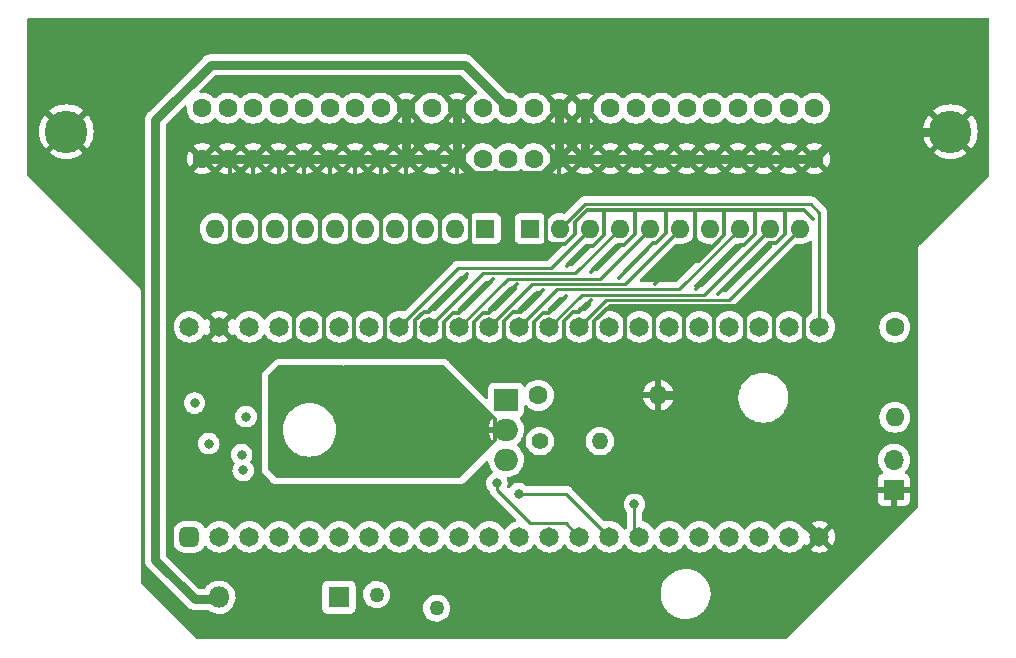
<source format=gbr>
%TF.GenerationSoftware,KiCad,Pcbnew,(6.0.2)*%
%TF.CreationDate,2022-04-05T12:16:13-06:00*%
%TF.ProjectId,Centronics50_F4Lite_THTV1,43656e74-726f-46e6-9963-7335305f4634,rev?*%
%TF.SameCoordinates,Original*%
%TF.FileFunction,Copper,L1,Top*%
%TF.FilePolarity,Positive*%
%FSLAX46Y46*%
G04 Gerber Fmt 4.6, Leading zero omitted, Abs format (unit mm)*
G04 Created by KiCad (PCBNEW (6.0.2)) date 2022-04-05 12:16:13*
%MOMM*%
%LPD*%
G01*
G04 APERTURE LIST*
G04 Aperture macros list*
%AMRoundRect*
0 Rectangle with rounded corners*
0 $1 Rounding radius*
0 $2 $3 $4 $5 $6 $7 $8 $9 X,Y pos of 4 corners*
0 Add a 4 corners polygon primitive as box body*
4,1,4,$2,$3,$4,$5,$6,$7,$8,$9,$2,$3,0*
0 Add four circle primitives for the rounded corners*
1,1,$1+$1,$2,$3*
1,1,$1+$1,$4,$5*
1,1,$1+$1,$6,$7*
1,1,$1+$1,$8,$9*
0 Add four rect primitives between the rounded corners*
20,1,$1+$1,$2,$3,$4,$5,0*
20,1,$1+$1,$4,$5,$6,$7,0*
20,1,$1+$1,$6,$7,$8,$9,0*
20,1,$1+$1,$8,$9,$2,$3,0*%
G04 Aperture macros list end*
%TA.AperFunction,ComponentPad*%
%ADD10O,1.800000X1.800000*%
%TD*%
%TA.AperFunction,ComponentPad*%
%ADD11R,1.800000X1.800000*%
%TD*%
%TA.AperFunction,ComponentPad*%
%ADD12O,1.600000X1.600000*%
%TD*%
%TA.AperFunction,ComponentPad*%
%ADD13C,1.600000*%
%TD*%
%TA.AperFunction,ComponentPad*%
%ADD14O,1.700000X1.700000*%
%TD*%
%TA.AperFunction,ComponentPad*%
%ADD15R,1.700000X1.700000*%
%TD*%
%TA.AperFunction,ComponentPad*%
%ADD16C,3.600000*%
%TD*%
%TA.AperFunction,ComponentPad*%
%ADD17C,1.270000*%
%TD*%
%TA.AperFunction,ComponentPad*%
%ADD18C,1.650000*%
%TD*%
%TA.AperFunction,ComponentPad*%
%ADD19RoundRect,0.412500X0.412500X-0.412500X0.412500X0.412500X-0.412500X0.412500X-0.412500X-0.412500X0*%
%TD*%
%TA.AperFunction,ComponentPad*%
%ADD20O,2.000000X1.905000*%
%TD*%
%TA.AperFunction,ComponentPad*%
%ADD21R,2.000000X1.905000*%
%TD*%
%TA.AperFunction,ComponentPad*%
%ADD22R,1.600000X1.600000*%
%TD*%
%TA.AperFunction,ComponentPad*%
%ADD23O,1.400000X1.400000*%
%TD*%
%TA.AperFunction,ComponentPad*%
%ADD24C,1.400000*%
%TD*%
%TA.AperFunction,ViaPad*%
%ADD25C,0.800000*%
%TD*%
%TA.AperFunction,Conductor*%
%ADD26C,0.500000*%
%TD*%
%TA.AperFunction,Conductor*%
%ADD27C,0.750000*%
%TD*%
%TA.AperFunction,Conductor*%
%ADD28C,0.330000*%
%TD*%
%TA.AperFunction,Conductor*%
%ADD29C,0.250000*%
%TD*%
G04 APERTURE END LIST*
D10*
%TO.P,D2,2*%
%TO.N,+5V*%
X111704120Y-79413100D03*
D11*
%TO.P,D2,1*%
%TO.N,+5VP*%
X121864120Y-79413100D03*
%TD*%
D12*
%TO.P,R_LED,2*%
%TO.N,Net-(J3-Pad2)*%
X168935400Y-64165480D03*
D13*
%TO.P,R_LED,1*%
%TO.N,Net-(R3-Pad1)*%
X168935400Y-56545480D03*
%TD*%
D14*
%TO.P,J3,2*%
%TO.N,Net-(J3-Pad2)*%
X168854120Y-67767200D03*
D15*
%TO.P,J3,1*%
%TO.N,GND*%
X168854120Y-70307200D03*
%TD*%
D16*
%TO.P,U3,0*%
%TO.N,GND*%
X98782500Y-39998460D03*
X173632500Y-39998460D03*
D13*
%TO.P,U3,50*%
%TO.N,IO*%
X110287500Y-37998460D03*
%TO.P,U3,49*%
%TO.N,REQ*%
X112447500Y-37998460D03*
%TO.P,U3,48*%
%TO.N,CD*%
X114607500Y-37998460D03*
%TO.P,U3,47*%
%TO.N,SEL*%
X116767500Y-37998460D03*
%TO.P,U3,46*%
%TO.N,MSG*%
X118927500Y-37998460D03*
%TO.P,U3,45*%
%TO.N,RST*%
X121087500Y-37998460D03*
%TO.P,U3,44*%
%TO.N,ACK*%
X123247500Y-37998460D03*
%TO.P,U3,43*%
%TO.N,BSY*%
X125407500Y-37998460D03*
%TO.P,U3,42*%
%TO.N,GND*%
X127567500Y-37998460D03*
%TO.P,U3,41*%
%TO.N,ATN*%
X129727500Y-37998460D03*
%TO.P,U3,40*%
%TO.N,GND*%
X131887500Y-37998460D03*
%TO.P,U3,39*%
%TO.N,Net-(U3-Pad39)*%
X134047500Y-37998460D03*
%TO.P,U3,38*%
%TO.N,+5V*%
X136207500Y-37998460D03*
%TO.P,U3,37*%
%TO.N,Net-(U3-Pad37)*%
X138367500Y-37998460D03*
%TO.P,U3,36*%
%TO.N,GND*%
X140527500Y-37998460D03*
%TO.P,U3,35*%
X142687500Y-37998460D03*
%TO.P,U3,34*%
%TO.N,DBP*%
X144847500Y-37998460D03*
%TO.P,U3,33*%
%TO.N,DB7*%
X147007500Y-37998460D03*
%TO.P,U3,32*%
%TO.N,DB6*%
X149167500Y-37998460D03*
%TO.P,U3,31*%
%TO.N,DB5*%
X151327500Y-37998460D03*
%TO.P,U3,30*%
%TO.N,DB4*%
X153487500Y-37998460D03*
%TO.P,U3,29*%
%TO.N,DB3*%
X155647500Y-37998460D03*
%TO.P,U3,28*%
%TO.N,DB2*%
X157807500Y-37998460D03*
%TO.P,U3,27*%
%TO.N,DB1*%
X159967500Y-37998460D03*
%TO.P,U3,26*%
%TO.N,DB0*%
X162127500Y-37998460D03*
%TO.P,U3,25*%
%TO.N,GND*%
X110287500Y-42288460D03*
%TO.P,U3,24*%
X112447500Y-42288460D03*
%TO.P,U3,23*%
X114607500Y-42288460D03*
%TO.P,U3,22*%
X116767500Y-42288460D03*
%TO.P,U3,21*%
X118927500Y-42288460D03*
%TO.P,U3,20*%
X121087500Y-42288460D03*
%TO.P,U3,19*%
X123247500Y-42288460D03*
%TO.P,U3,18*%
X125407500Y-42288460D03*
%TO.P,U3,17*%
X127567500Y-42288460D03*
%TO.P,U3,16*%
X129727500Y-42288460D03*
%TO.P,U3,15*%
X131887500Y-42288460D03*
%TO.P,U3,14*%
%TO.N,Net-(U3-Pad14)*%
X134047500Y-42288460D03*
%TO.P,U3,13*%
%TO.N,Net-(U3-Pad13)*%
X136207500Y-42288460D03*
%TO.P,U3,12*%
%TO.N,Net-(U3-Pad12)*%
X138367500Y-42288460D03*
%TO.P,U3,11*%
%TO.N,GND*%
X140527500Y-42288460D03*
%TO.P,U3,10*%
X142687500Y-42288460D03*
%TO.P,U3,9*%
X144847500Y-42288460D03*
%TO.P,U3,8*%
X147007500Y-42288460D03*
%TO.P,U3,7*%
X149167500Y-42288460D03*
%TO.P,U3,6*%
X151327500Y-42288460D03*
%TO.P,U3,5*%
X153487500Y-42288460D03*
%TO.P,U3,4*%
X155647500Y-42288460D03*
%TO.P,U3,3*%
X157807500Y-42288460D03*
%TO.P,U3,2*%
X159967500Y-42288460D03*
%TO.P,U3,1*%
X162127500Y-42288460D03*
%TD*%
D17*
%TO.P,F1,2*%
%TO.N,+5F*%
X130131820Y-80327500D03*
%TO.P,F1,1*%
%TO.N,+5VP*%
X125051820Y-79184500D03*
%TD*%
D18*
%TO.P,U2,44*%
%TO.N,+5VP*%
X109216095Y-56513742D03*
%TO.P,U2,43*%
%TO.N,GND*%
X111756095Y-56513742D03*
%TO.P,U2,42*%
%TO.N,+3V3*%
X114296095Y-56513742D03*
%TO.P,U2,41*%
%TO.N,Net-(U2-Pad41)*%
X116836095Y-56513742D03*
%TO.P,U2,40*%
%TO.N,Net-(U2-Pad40)*%
X119376095Y-56513742D03*
%TO.P,U2,39*%
%TO.N,Net-(U2-Pad39)*%
X121916095Y-56513742D03*
%TO.P,U2,38*%
%TO.N,Net-(U2-Pad38)*%
X124456095Y-56513742D03*
%TO.P,U2,37*%
%TO.N,DB7*%
X126996095Y-56513742D03*
%TO.P,U2,36*%
%TO.N,DB6*%
X129536095Y-56513742D03*
%TO.P,U2,35*%
%TO.N,DB5*%
X132076095Y-56513742D03*
%TO.P,U2,34*%
%TO.N,DB4*%
X134616095Y-56513742D03*
%TO.P,U2,33*%
%TO.N,DB2*%
X137156095Y-56513742D03*
%TO.P,U2,32*%
%TO.N,DB1*%
X139696095Y-56513742D03*
%TO.P,U2,31*%
%TO.N,DB0*%
X142236095Y-56513742D03*
%TO.P,U2,30*%
%TO.N,IO*%
X144776095Y-56513742D03*
%TO.P,U2,29*%
%TO.N,REQ*%
X147316095Y-56513742D03*
%TO.P,U2,28*%
%TO.N,CD*%
X149856095Y-56513742D03*
%TO.P,U2,27*%
%TO.N,SEL*%
X152396095Y-56513742D03*
%TO.P,U2,26*%
%TO.N,MSG*%
X154936095Y-56513742D03*
%TO.P,U2,25*%
%TO.N,DB3*%
X157476095Y-56513742D03*
%TO.P,U2,24*%
%TO.N,Net-(R3-Pad1)*%
X160016095Y-56513742D03*
%TO.P,U2,23*%
%TO.N,DBP*%
X162556095Y-56513742D03*
%TO.P,U2,22*%
%TO.N,GND*%
X162556095Y-74293742D03*
%TO.P,U2,21*%
%TO.N,RST*%
X160016095Y-74293742D03*
%TO.P,U2,20*%
%TO.N,Net-(U2-Pad20)*%
X157476095Y-74293742D03*
%TO.P,U2,19*%
%TO.N,Net-(U2-Pad19)*%
X154936095Y-74293742D03*
%TO.P,U2,18*%
%TO.N,Net-(U2-Pad18)*%
X152396095Y-74293742D03*
%TO.P,U2,17*%
%TO.N,Net-(U2-Pad17)*%
X149856095Y-74293742D03*
%TO.P,U2,16*%
%TO.N,ACK*%
X147316095Y-74293742D03*
%TO.P,U2,15*%
%TO.N,BSY*%
X144776095Y-74293742D03*
%TO.P,U2,14*%
%TO.N,ATN*%
X142236095Y-74293742D03*
%TO.P,U2,13*%
%TO.N,SD_MOSI*%
X139696095Y-74293742D03*
%TO.P,U2,12*%
%TO.N,SD_MISO*%
X137156095Y-74293742D03*
%TO.P,U2,11*%
%TO.N,SD_CLK*%
X134616095Y-74293742D03*
%TO.P,U2,10*%
%TO.N,SD_CS*%
X132076095Y-74293742D03*
%TO.P,U2,9*%
%TO.N,Net-(U2-Pad9)*%
X129536095Y-74293742D03*
%TO.P,U2,8*%
%TO.N,Net-(U2-Pad8)*%
X126996095Y-74293742D03*
%TO.P,U2,7*%
%TO.N,Net-(U2-Pad7)*%
X124456095Y-74293742D03*
%TO.P,U2,6*%
%TO.N,Net-(U2-Pad6)*%
X121916095Y-74293742D03*
%TO.P,U2,5*%
%TO.N,Net-(U2-Pad5)*%
X119376095Y-74293742D03*
%TO.P,U2,4*%
%TO.N,Net-(U2-Pad4)*%
X116836095Y-74293742D03*
%TO.P,U2,3*%
%TO.N,Net-(U2-Pad3)*%
X114296095Y-74293742D03*
%TO.P,U2,2*%
%TO.N,Net-(U2-Pad2)*%
X111756095Y-74293742D03*
D19*
%TO.P,U2,1*%
%TO.N,Net-(U2-Pad1)*%
X109216095Y-74293742D03*
%TD*%
D20*
%TO.P,U1,3*%
%TO.N,+5F*%
X136028334Y-67778644D03*
%TO.P,U1,2*%
%TO.N,+2V8*%
X136028334Y-65238644D03*
D21*
%TO.P,U1,1*%
%TO.N,Net-(C1-Pad1)*%
X136028334Y-62698644D03*
%TD*%
D12*
%TO.P,RN2,10*%
%TO.N,DB0*%
X160921700Y-48204120D03*
%TO.P,RN2,9*%
%TO.N,DB1*%
X158381700Y-48204120D03*
%TO.P,RN2,8*%
%TO.N,DB2*%
X155841700Y-48204120D03*
%TO.P,RN2,7*%
%TO.N,DB3*%
X153301700Y-48204120D03*
%TO.P,RN2,6*%
%TO.N,DB4*%
X150761700Y-48204120D03*
%TO.P,RN2,5*%
%TO.N,DB5*%
X148221700Y-48204120D03*
%TO.P,RN2,4*%
%TO.N,DB6*%
X145681700Y-48204120D03*
%TO.P,RN2,3*%
%TO.N,DB7*%
X143141700Y-48204120D03*
%TO.P,RN2,2*%
%TO.N,DBP*%
X140601700Y-48204120D03*
D22*
%TO.P,RN2,1*%
%TO.N,+2V8*%
X138061700Y-48204120D03*
%TD*%
D12*
%TO.P,RN1,10*%
%TO.N,IO*%
X111391700Y-48204120D03*
%TO.P,RN1,9*%
%TO.N,REQ*%
X113931700Y-48204120D03*
%TO.P,RN1,8*%
%TO.N,CD*%
X116471700Y-48204120D03*
%TO.P,RN1,7*%
%TO.N,SEL*%
X119011700Y-48204120D03*
%TO.P,RN1,6*%
%TO.N,MSG*%
X121551700Y-48204120D03*
%TO.P,RN1,5*%
%TO.N,RST*%
X124091700Y-48204120D03*
%TO.P,RN1,4*%
%TO.N,ACK*%
X126631700Y-48204120D03*
%TO.P,RN1,3*%
%TO.N,BSY*%
X129171700Y-48204120D03*
%TO.P,RN1,2*%
%TO.N,ATN*%
X131711700Y-48204120D03*
D22*
%TO.P,RN1,1*%
%TO.N,+2V8*%
X134251700Y-48204120D03*
%TD*%
D23*
%TO.P,R2,2*%
%TO.N,Net-(C1-Pad1)*%
X143965834Y-66191144D03*
D24*
%TO.P,R2,1*%
%TO.N,+2V8*%
X138885834Y-66191144D03*
%TD*%
D12*
%TO.P,R1,2*%
%TO.N,GND*%
X148918834Y-62317642D03*
D13*
%TO.P,R1,1*%
%TO.N,Net-(C1-Pad1)*%
X138758834Y-62317642D03*
%TD*%
D25*
%TO.N,GND*%
X161206096Y-51493504D03*
X158887160Y-53850540D03*
X151019510Y-50910490D03*
X108524040Y-44594780D03*
X108498640Y-46865540D03*
X103868220Y-44518580D03*
X103893620Y-46817280D03*
X162514280Y-71269860D03*
X162514280Y-77106780D03*
X139862560Y-44782740D03*
X113479580Y-62776100D03*
X110314740Y-61678820D03*
X109298740Y-67627500D03*
%TO.N,+2V8*%
X117668040Y-60975240D03*
X120644920Y-61422280D03*
X121719340Y-68348860D03*
X117386100Y-68412360D03*
%TO.N,SD_CS*%
X109649260Y-62974220D03*
%TO.N,SD_CLK*%
X110845600Y-66397010D03*
%TO.N,SD_MISO*%
X113637060Y-67330320D03*
%TO.N,SD_MOSI*%
X113997740Y-64124840D03*
%TO.N,ATN*%
X135242300Y-69740780D03*
%TO.N,BSY*%
X137083800Y-70639940D03*
%TO.N,ACK*%
X146888200Y-71546720D03*
%TO.N,SD_CLK*%
X113764060Y-68681600D03*
%TO.N,GND*%
X118215410Y-51067970D03*
X120265190Y-50725070D03*
X116072920Y-51574700D03*
X113150650Y-39673530D03*
X115285520Y-39672260D03*
X117475000Y-39796720D03*
X119600980Y-39801800D03*
X121799350Y-39775130D03*
X123990100Y-39715440D03*
X126153985Y-39743575D03*
X121168160Y-45115480D03*
X159967500Y-39953360D03*
X157807500Y-39961980D03*
X155647500Y-39909640D03*
X153487500Y-39958900D03*
X151327500Y-39906560D03*
X149167500Y-39955820D03*
X147007500Y-40005080D03*
X144847500Y-39952740D03*
%TD*%
D26*
%TO.N,GND*%
X112100360Y-52811680D02*
X112044480Y-52755800D01*
X111756095Y-53044185D02*
X112044480Y-52755800D01*
D27*
X150579995Y-62317642D02*
X162556095Y-74293742D01*
X148918834Y-62317642D02*
X150579995Y-62317642D01*
X162127500Y-42288460D02*
X140527500Y-42288460D01*
X131887500Y-42288460D02*
X110287500Y-42288460D01*
X127567500Y-37998460D02*
X127567500Y-42288460D01*
X131887500Y-37998460D02*
X131887500Y-42288460D01*
X140527500Y-37998460D02*
X140527500Y-42288460D01*
X142687500Y-37998460D02*
X142687500Y-42288460D01*
X139152499Y-43663461D02*
X140527500Y-42288460D01*
X133262501Y-43663461D02*
X139152499Y-43663461D01*
X131887500Y-42288460D02*
X133262501Y-43663461D01*
X164417500Y-39998460D02*
X162127500Y-42288460D01*
X173632500Y-39998460D02*
X164417500Y-39998460D01*
D28*
X112447500Y-42288460D02*
X112674400Y-42515360D01*
X112674400Y-42515360D02*
X112674400Y-49072800D01*
X114607500Y-42288460D02*
X114607500Y-46207840D01*
X114607500Y-46207840D02*
X115183920Y-46784260D01*
X115183920Y-46784260D02*
X115183920Y-49344580D01*
X116767500Y-42288460D02*
X116767500Y-44771200D01*
X116767500Y-44771200D02*
X117764560Y-45768260D01*
X117764560Y-45768260D02*
X117764560Y-49710340D01*
X118927500Y-42288460D02*
X118927500Y-45130340D01*
X118927500Y-45130340D02*
X120289320Y-46492160D01*
X120289320Y-46492160D02*
X120289320Y-49781460D01*
X121087500Y-42288460D02*
X121087500Y-44547140D01*
X121087500Y-44547140D02*
X121412000Y-44871640D01*
X122814080Y-46273720D02*
X122814080Y-49618900D01*
X123247500Y-42288460D02*
X123247500Y-44073160D01*
X123247500Y-44073160D02*
X125394720Y-46220380D01*
X125394720Y-46220380D02*
X125394720Y-49781460D01*
X125407500Y-42288460D02*
X125407500Y-43578860D01*
X125407500Y-43578860D02*
X127883920Y-46055280D01*
X127883920Y-46055280D02*
X127883920Y-49364900D01*
X127567500Y-42288460D02*
X127567500Y-44466320D01*
X127567500Y-44466320D02*
X129448560Y-46347380D01*
X129448560Y-46347380D02*
X129847340Y-46347380D01*
X129847340Y-46347380D02*
X130393440Y-46893480D01*
X130393440Y-46893480D02*
X130393440Y-49400460D01*
X131887500Y-42288460D02*
X131887500Y-45260800D01*
X131887500Y-45260800D02*
X132953760Y-46327060D01*
X132953760Y-46327060D02*
X132953760Y-49217580D01*
X140527500Y-42288460D02*
X140527500Y-44117800D01*
X139436699Y-45208601D02*
X139436699Y-49541019D01*
X140527500Y-44117800D02*
X139862560Y-44782740D01*
X140989003Y-49541019D02*
X141864080Y-48665942D01*
X139436699Y-49541019D02*
X140989003Y-49541019D01*
X141864080Y-47634718D02*
X142907788Y-46591010D01*
X141864080Y-48665942D02*
X141864080Y-47634718D01*
X161256770Y-46591010D02*
X162026600Y-47360840D01*
X144353070Y-48716952D02*
X143415562Y-49654460D01*
X144353070Y-46591010D02*
X144353070Y-48716952D01*
X142907788Y-46591010D02*
X144353070Y-46591010D01*
X143415562Y-49654460D02*
X142875000Y-49654460D01*
X142875000Y-49654460D02*
X141165580Y-51363880D01*
X146915930Y-48694092D02*
X146008902Y-49601120D01*
X146915930Y-46591010D02*
X146915930Y-48694092D01*
X144353070Y-46591010D02*
X146915930Y-46591010D01*
X146008902Y-49601120D02*
X145491200Y-49601120D01*
X145491200Y-49601120D02*
X143182340Y-51909980D01*
X149590970Y-48559052D02*
X148693682Y-49456340D01*
X149590970Y-46591010D02*
X149590970Y-48559052D01*
X146915930Y-46591010D02*
X149590970Y-46591010D01*
X148488400Y-49456340D02*
X145543042Y-52401698D01*
X148693682Y-49456340D02*
X148488400Y-49456340D01*
X152003550Y-46591010D02*
X152003550Y-49504810D01*
X149590970Y-46591010D02*
X152003550Y-46591010D01*
X152319532Y-50910490D02*
X151019510Y-50910490D01*
X154492750Y-48737272D02*
X152319532Y-50910490D01*
X152003550Y-46591010D02*
X154492750Y-46591010D01*
X154492750Y-46591010D02*
X154492750Y-48737272D01*
X152003550Y-49504810D02*
X150597870Y-50910490D01*
X150597870Y-50910490D02*
X148656653Y-52851707D01*
X157126730Y-48643292D02*
X156151122Y-49618900D01*
X157126730Y-46591010D02*
X157126730Y-48643292D01*
X154492750Y-46591010D02*
X157126730Y-46591010D01*
X155793440Y-49618900D02*
X152110624Y-53301716D01*
X156151122Y-49618900D02*
X155793440Y-49618900D01*
X159659530Y-48650492D02*
X158871462Y-49438560D01*
X159659530Y-46591010D02*
X159659530Y-48650492D01*
X159659530Y-46591010D02*
X161256770Y-46591010D01*
X157126730Y-46591010D02*
X159659530Y-46591010D01*
X158262320Y-49438560D02*
X153949155Y-53751725D01*
X158871462Y-49438560D02*
X158262320Y-49438560D01*
X120220824Y-58407384D02*
X120106440Y-58293000D01*
X118026096Y-58260064D02*
X118026096Y-55605764D01*
X117993160Y-58293000D02*
X115110260Y-58293000D01*
X117993160Y-58293000D02*
X118026096Y-58260064D01*
X120106440Y-58293000D02*
X117993160Y-58293000D01*
X120604196Y-58407384D02*
X120220824Y-58407384D01*
X120604196Y-58407384D02*
X120604196Y-55463524D01*
X123093396Y-58407384D02*
X123162060Y-58338720D01*
X123093396Y-58407384D02*
X120604196Y-58407384D01*
X123162060Y-58338720D02*
X123162060Y-55211980D01*
X125806094Y-58348774D02*
X125806094Y-55620814D01*
X125864704Y-58407384D02*
X125806094Y-58348774D01*
X125864704Y-58407384D02*
X123093396Y-58407384D01*
X128054016Y-58407384D02*
X128054016Y-57812856D01*
X128054016Y-58407384D02*
X125864704Y-58407384D01*
X128054016Y-57812856D02*
X128323340Y-57543532D01*
X128323340Y-55965295D02*
X129056335Y-55232300D01*
X128323340Y-57543532D02*
X128323340Y-55965295D01*
X129056335Y-55232300D02*
X129522220Y-55232300D01*
X129522220Y-55232300D02*
X132702300Y-52052220D01*
X130743876Y-58407384D02*
X130743876Y-56084759D01*
X130743876Y-58407384D02*
X128054016Y-58407384D01*
X130743876Y-56084759D02*
X131504894Y-55323741D01*
X132064759Y-55323741D02*
X134906801Y-52481699D01*
X131504894Y-55323741D02*
X132064759Y-55323741D01*
X133266096Y-58392144D02*
X133266096Y-56102539D01*
X133250856Y-58407384D02*
X133266096Y-58392144D01*
X133266096Y-56102539D02*
X134044894Y-55323741D01*
X133250856Y-58407384D02*
X130743876Y-58407384D01*
X134536179Y-55323741D02*
X136928211Y-52931709D01*
X134044894Y-55323741D02*
X134536179Y-55323741D01*
X135877384Y-56031251D02*
X136622995Y-55285640D01*
X135877384Y-58407384D02*
X135877384Y-56031251D01*
X135877384Y-58407384D02*
X133250856Y-58407384D01*
X137246360Y-55285640D02*
X139150282Y-53381718D01*
X136622995Y-55285640D02*
X137246360Y-55285640D01*
X138358796Y-56089839D02*
X139124894Y-55323741D01*
X138358796Y-58407384D02*
X138358796Y-56089839D01*
X138358796Y-58407384D02*
X135877384Y-58407384D01*
X139124894Y-55323741D02*
X139697459Y-55323741D01*
X139697459Y-55323741D02*
X141135100Y-53886100D01*
X140939436Y-56049199D02*
X141685215Y-55303420D01*
X140939436Y-58407384D02*
X140939436Y-56049199D01*
X140939436Y-58407384D02*
X138358796Y-58407384D01*
X141685215Y-55303420D02*
X142206980Y-55303420D01*
X142206980Y-55303420D02*
X143222980Y-54287420D01*
X166032180Y-70307200D02*
X168854120Y-70307200D01*
X161206096Y-65481116D02*
X166032180Y-70307200D01*
X161206096Y-51333316D02*
X161206096Y-51493504D01*
X160068260Y-50195480D02*
X161206096Y-51333316D01*
X160068260Y-50162460D02*
X160068260Y-50195480D01*
X143474524Y-58407384D02*
X143474524Y-56054111D01*
X140939436Y-58407384D02*
X143474524Y-58407384D01*
X143474524Y-56054111D02*
X144796890Y-54731745D01*
X155498975Y-54731745D02*
X160068260Y-50162460D01*
X161206096Y-51493504D02*
X161206096Y-65481116D01*
X146085735Y-54731745D02*
X146085735Y-58056605D01*
X144796890Y-54731745D02*
X146085735Y-54731745D01*
X148539025Y-54731745D02*
X148539025Y-57967705D01*
X146085735Y-54731745D02*
X148539025Y-54731745D01*
X151046096Y-56075664D02*
X151046096Y-57967964D01*
X151066325Y-56055435D02*
X151046096Y-56075664D01*
X151066325Y-54731745D02*
X151066325Y-56055435D01*
X148539025Y-54731745D02*
X151066325Y-54731745D01*
X153608865Y-56385635D02*
X153586096Y-56408404D01*
X153608865Y-54731745D02*
X153608865Y-56385635D01*
X153586096Y-56408404D02*
X153586096Y-57607284D01*
X153608865Y-54731745D02*
X155498975Y-54731745D01*
X151066325Y-54731745D02*
X153608865Y-54731745D01*
X155498975Y-54731745D02*
X155953285Y-54731745D01*
X156286094Y-55064554D02*
X156286094Y-57718854D01*
X155953285Y-54731745D02*
X156286094Y-55064554D01*
X158887160Y-53850540D02*
X158887160Y-54833520D01*
X158887160Y-54833520D02*
X158724600Y-54996080D01*
X158724600Y-54996080D02*
X158724600Y-58155840D01*
X151019510Y-50910490D02*
X150597870Y-50910490D01*
X139862560Y-44782740D02*
X139436699Y-45208601D01*
%TO.N,+2V8*%
X117386100Y-68412360D02*
X116608860Y-69189600D01*
X116608860Y-69189600D02*
X122361960Y-69189600D01*
X122140980Y-59923680D02*
X116806980Y-59923680D01*
X116806980Y-59923680D02*
X116014500Y-60716160D01*
X116014500Y-60716160D02*
X116014500Y-68562220D01*
X116014500Y-68562220D02*
X116499640Y-69047360D01*
X122361960Y-69189600D02*
X132044440Y-69189600D01*
X132044440Y-69189600D02*
X135105140Y-66128900D01*
X135105140Y-66128900D02*
X135105140Y-64340740D01*
X135105140Y-64340740D02*
X130688080Y-59923680D01*
X130688080Y-59923680D02*
X122407680Y-59923680D01*
D27*
%TO.N,+5V*%
X136207500Y-37998460D02*
X132519360Y-34310320D01*
X132519360Y-34310320D02*
X111013240Y-34310320D01*
X111013240Y-34310320D02*
X106329480Y-38994080D01*
X106329480Y-38994080D02*
X106329480Y-76263500D01*
X106329480Y-76263500D02*
X109669580Y-79603600D01*
X111513620Y-79603600D02*
X111704120Y-79413100D01*
X109669580Y-79603600D02*
X111513620Y-79603600D01*
D29*
%TO.N,ATN*%
X141086094Y-73143741D02*
X142236095Y-74293742D01*
X135242300Y-70306465D02*
X138079576Y-73143741D01*
X138079576Y-73143741D02*
X141086094Y-73143741D01*
X135242300Y-69740780D02*
X135242300Y-70306465D01*
%TO.N,BSY*%
X141122293Y-70639940D02*
X144776095Y-74293742D01*
X137083800Y-70639940D02*
X141122293Y-70639940D01*
%TO.N,DBP*%
X162556095Y-56513742D02*
X162556095Y-46848935D01*
X162556095Y-46848935D02*
X161808160Y-46101000D01*
X142704820Y-46101000D02*
X140601700Y-48204120D01*
X161808160Y-46101000D02*
X142704820Y-46101000D01*
%TO.N,ACK*%
X146888200Y-73865847D02*
X147316095Y-74293742D01*
X146888200Y-71546720D02*
X146888200Y-73865847D01*
%TO.N,DB7*%
X126996095Y-56513742D02*
X131968157Y-51541680D01*
X139804140Y-51541680D02*
X143141700Y-48204120D01*
X131968157Y-51541680D02*
X139804140Y-51541680D01*
%TO.N,DB6*%
X141894131Y-51991689D02*
X145681700Y-48204120D01*
X134058148Y-51991689D02*
X141894131Y-51991689D01*
X129536095Y-56513742D02*
X134058148Y-51991689D01*
%TO.N,DB5*%
X143984121Y-52441699D02*
X148221700Y-48204120D01*
X136148138Y-52441699D02*
X143984121Y-52441699D01*
X132076095Y-56513742D02*
X136148138Y-52441699D01*
%TO.N,DB4*%
X138238129Y-52891708D02*
X146074112Y-52891708D01*
X146074112Y-52891708D02*
X150761700Y-48204120D01*
X134616095Y-56513742D02*
X138238129Y-52891708D01*
%TO.N,DB2*%
X140328120Y-53341717D02*
X150704103Y-53341717D01*
X150704103Y-53341717D02*
X155841700Y-48204120D01*
X137156095Y-56513742D02*
X140328120Y-53341717D01*
%TO.N,DB1*%
X152794094Y-53791726D02*
X158381700Y-48204120D01*
X142418111Y-53791726D02*
X152794094Y-53791726D01*
X139696095Y-56513742D02*
X142418111Y-53791726D01*
%TO.N,DB0*%
X154884085Y-54241735D02*
X160921700Y-48204120D01*
X144508102Y-54241735D02*
X154884085Y-54241735D01*
X142236095Y-56513742D02*
X144508102Y-54241735D01*
D28*
%TO.N,GND*%
X121412000Y-44871640D02*
X122814080Y-46273720D01*
D26*
%TO.N,+5VP*%
X109069480Y-56367127D02*
X109216095Y-56513742D01*
%TD*%
%TA.AperFunction,Conductor*%
%TO.N,GND*%
G36*
X176884121Y-30411102D02*
G01*
X176930614Y-30464758D01*
X176942000Y-30517100D01*
X176942000Y-43656530D01*
X176921998Y-43724651D01*
X176905095Y-43745625D01*
X171085650Y-49565070D01*
X171076121Y-49572683D01*
X171076436Y-49573053D01*
X171069601Y-49578870D01*
X171062009Y-49583660D01*
X171056068Y-49590387D01*
X171026406Y-49623973D01*
X171021059Y-49629661D01*
X171009637Y-49641083D01*
X171003999Y-49648606D01*
X171003372Y-49649442D01*
X170997001Y-49657268D01*
X170965684Y-49692728D01*
X170961868Y-49700857D01*
X170960228Y-49703353D01*
X170951292Y-49718223D01*
X170949850Y-49720857D01*
X170944468Y-49728038D01*
X170927872Y-49772308D01*
X170923944Y-49781629D01*
X170907656Y-49816320D01*
X170907654Y-49816327D01*
X170903841Y-49824448D01*
X170902460Y-49833315D01*
X170901582Y-49836189D01*
X170897184Y-49852952D01*
X170896538Y-49855890D01*
X170893388Y-49864292D01*
X170892723Y-49873242D01*
X170889883Y-49911460D01*
X170888731Y-49921496D01*
X170886640Y-49934923D01*
X170886640Y-49950415D01*
X170886294Y-49959753D01*
X170882604Y-50009407D01*
X170884479Y-50018189D01*
X170885046Y-50026503D01*
X170886640Y-50041610D01*
X170886640Y-71738801D01*
X170866638Y-71806922D01*
X170849743Y-71827889D01*
X165576911Y-77101649D01*
X161205004Y-81474325D01*
X159737239Y-82942348D01*
X159674930Y-82976378D01*
X159648136Y-82979260D01*
X109914410Y-82979260D01*
X109846289Y-82959258D01*
X109825315Y-82942355D01*
X105157345Y-78274385D01*
X105123319Y-78212073D01*
X105120440Y-78185290D01*
X105120440Y-76217007D01*
X105442330Y-76217007D01*
X105442675Y-76223594D01*
X105442675Y-76223598D01*
X105445807Y-76283350D01*
X105445980Y-76289945D01*
X105445980Y-76309806D01*
X105446324Y-76313077D01*
X105448056Y-76329559D01*
X105448573Y-76336128D01*
X105452050Y-76402471D01*
X105455522Y-76415429D01*
X105459125Y-76434872D01*
X105460526Y-76448202D01*
X105481058Y-76511394D01*
X105482924Y-76517696D01*
X105500118Y-76581863D01*
X105503114Y-76587742D01*
X105503117Y-76587751D01*
X105506208Y-76593817D01*
X105513772Y-76612079D01*
X105515872Y-76618543D01*
X105515875Y-76618551D01*
X105517916Y-76624831D01*
X105521218Y-76630550D01*
X105521220Y-76630555D01*
X105551134Y-76682367D01*
X105554267Y-76688137D01*
X105584433Y-76747339D01*
X105588589Y-76752471D01*
X105592871Y-76757759D01*
X105604069Y-76774052D01*
X105610776Y-76785669D01*
X105615193Y-76790575D01*
X105615197Y-76790580D01*
X105655227Y-76835038D01*
X105659511Y-76840054D01*
X105669921Y-76852909D01*
X105672008Y-76855486D01*
X105686053Y-76869531D01*
X105690594Y-76874316D01*
X105735046Y-76923685D01*
X105745906Y-76931575D01*
X105760934Y-76944412D01*
X108988665Y-80172142D01*
X109001506Y-80187177D01*
X109005507Y-80192684D01*
X109005512Y-80192690D01*
X109009395Y-80198034D01*
X109014305Y-80202455D01*
X109014306Y-80202456D01*
X109058774Y-80242495D01*
X109063559Y-80247036D01*
X109077595Y-80261072D01*
X109080159Y-80263148D01*
X109093027Y-80273569D01*
X109098042Y-80277853D01*
X109142500Y-80317883D01*
X109142505Y-80317887D01*
X109147411Y-80322304D01*
X109153127Y-80325604D01*
X109153128Y-80325605D01*
X109159029Y-80329012D01*
X109175317Y-80340207D01*
X109185741Y-80348648D01*
X109244946Y-80378814D01*
X109250699Y-80381937D01*
X109308249Y-80415164D01*
X109314533Y-80417206D01*
X109314538Y-80417208D01*
X109321001Y-80419308D01*
X109339263Y-80426872D01*
X109345329Y-80429963D01*
X109345338Y-80429966D01*
X109351217Y-80432962D01*
X109357595Y-80434671D01*
X109415384Y-80450156D01*
X109421686Y-80452022D01*
X109484878Y-80472554D01*
X109497785Y-80473911D01*
X109498208Y-80473955D01*
X109517651Y-80477558D01*
X109530609Y-80481030D01*
X109537199Y-80481375D01*
X109537203Y-80481376D01*
X109581153Y-80483679D01*
X109596952Y-80484507D01*
X109603511Y-80485023D01*
X109623274Y-80487100D01*
X109643135Y-80487100D01*
X109649730Y-80487273D01*
X109709482Y-80490405D01*
X109709486Y-80490405D01*
X109716073Y-80490750D01*
X109729327Y-80488651D01*
X109749036Y-80487100D01*
X110747129Y-80487100D01*
X110815250Y-80507102D01*
X110827614Y-80516156D01*
X110893469Y-80570830D01*
X111093442Y-80687684D01*
X111309814Y-80770309D01*
X111314880Y-80771340D01*
X111314881Y-80771340D01*
X111367966Y-80782140D01*
X111536776Y-80816485D01*
X111666209Y-80821231D01*
X111763069Y-80824783D01*
X111763073Y-80824783D01*
X111768233Y-80824972D01*
X111773353Y-80824316D01*
X111773355Y-80824316D01*
X111847286Y-80814845D01*
X111997967Y-80795542D01*
X112002915Y-80794057D01*
X112002922Y-80794056D01*
X112214867Y-80730469D01*
X112219810Y-80728986D01*
X112300356Y-80689527D01*
X112423169Y-80629362D01*
X112423172Y-80629360D01*
X112427804Y-80627091D01*
X112616363Y-80492594D01*
X112748182Y-80361234D01*
X120455620Y-80361234D01*
X120462375Y-80423416D01*
X120513505Y-80559805D01*
X120600859Y-80676361D01*
X120717415Y-80763715D01*
X120853804Y-80814845D01*
X120915986Y-80821600D01*
X122812254Y-80821600D01*
X122874436Y-80814845D01*
X123010825Y-80763715D01*
X123127381Y-80676361D01*
X123214735Y-80559805D01*
X123265865Y-80423416D01*
X123272620Y-80361234D01*
X123272620Y-79154438D01*
X123903815Y-79154438D01*
X123917560Y-79364149D01*
X123969291Y-79567843D01*
X123971710Y-79573090D01*
X124054858Y-79753453D01*
X124054861Y-79753458D01*
X124057277Y-79758699D01*
X124060608Y-79763412D01*
X124060609Y-79763414D01*
X124172345Y-79921515D01*
X124178571Y-79930325D01*
X124329109Y-80076974D01*
X124333905Y-80080179D01*
X124333908Y-80080181D01*
X124382512Y-80112657D01*
X124503851Y-80193733D01*
X124509159Y-80196014D01*
X124509160Y-80196014D01*
X124691642Y-80274414D01*
X124691645Y-80274415D01*
X124696945Y-80276692D01*
X124702574Y-80277966D01*
X124702575Y-80277966D01*
X124896287Y-80321799D01*
X124896293Y-80321800D01*
X124901924Y-80323074D01*
X124907695Y-80323301D01*
X124907697Y-80323301D01*
X124966341Y-80325605D01*
X125111923Y-80331325D01*
X125319908Y-80301169D01*
X125325372Y-80299314D01*
X125325377Y-80299313D01*
X125330901Y-80297438D01*
X128983815Y-80297438D01*
X128997560Y-80507149D01*
X129049291Y-80710843D01*
X129051710Y-80716090D01*
X129134858Y-80896453D01*
X129134861Y-80896458D01*
X129137277Y-80901699D01*
X129140608Y-80906412D01*
X129140609Y-80906414D01*
X129250477Y-81061872D01*
X129258571Y-81073325D01*
X129409109Y-81219974D01*
X129413905Y-81223179D01*
X129413908Y-81223181D01*
X129438571Y-81239660D01*
X129583851Y-81336733D01*
X129589159Y-81339014D01*
X129589160Y-81339014D01*
X129771642Y-81417414D01*
X129771645Y-81417415D01*
X129776945Y-81419692D01*
X129782574Y-81420966D01*
X129782575Y-81420966D01*
X129976287Y-81464799D01*
X129976293Y-81464800D01*
X129981924Y-81466074D01*
X129987695Y-81466301D01*
X129987697Y-81466301D01*
X130051253Y-81468798D01*
X130191923Y-81474325D01*
X130399908Y-81444169D01*
X130405372Y-81442314D01*
X130405377Y-81442313D01*
X130593444Y-81378473D01*
X130593449Y-81378471D01*
X130598916Y-81376615D01*
X130782280Y-81273926D01*
X130943861Y-81139541D01*
X131078246Y-80977960D01*
X131163924Y-80824972D01*
X131178111Y-80799639D01*
X131178112Y-80799637D01*
X131180935Y-80794596D01*
X131182791Y-80789129D01*
X131182793Y-80789124D01*
X131246633Y-80601057D01*
X131246634Y-80601052D01*
X131248489Y-80595588D01*
X131278645Y-80387603D01*
X131280219Y-80327500D01*
X131260989Y-80118221D01*
X131248221Y-80072947D01*
X131225420Y-79992103D01*
X131203943Y-79915951D01*
X131110991Y-79727463D01*
X131050253Y-79646124D01*
X130988700Y-79563695D01*
X130988699Y-79563694D01*
X130985247Y-79559071D01*
X130981011Y-79555155D01*
X130835161Y-79420333D01*
X130835158Y-79420331D01*
X130830921Y-79416414D01*
X130653182Y-79304269D01*
X130551904Y-79263863D01*
X149112183Y-79263863D01*
X149112742Y-79268107D01*
X149112742Y-79268111D01*
X149125386Y-79364149D01*
X149149708Y-79548894D01*
X149225569Y-79826196D01*
X149227253Y-79830144D01*
X149335198Y-80083215D01*
X149338363Y-80090636D01*
X149402639Y-80198034D01*
X149482277Y-80331098D01*
X149486001Y-80337321D01*
X149665753Y-80561688D01*
X149737067Y-80629362D01*
X149817029Y-80705243D01*
X149874291Y-80759583D01*
X150107757Y-80927346D01*
X150111552Y-80929355D01*
X150111553Y-80929356D01*
X150133309Y-80940875D01*
X150361832Y-81061872D01*
X150386139Y-81070767D01*
X150584159Y-81143232D01*
X150631813Y-81160671D01*
X150912704Y-81221915D01*
X150941281Y-81224164D01*
X151135722Y-81239467D01*
X151135731Y-81239467D01*
X151138179Y-81239660D01*
X151293711Y-81239660D01*
X151295847Y-81239514D01*
X151295858Y-81239514D01*
X151503988Y-81225325D01*
X151503994Y-81225324D01*
X151508265Y-81225033D01*
X151512460Y-81224164D01*
X151512462Y-81224164D01*
X151649023Y-81195884D01*
X151789782Y-81166734D01*
X152060783Y-81070767D01*
X152316252Y-80938910D01*
X152319753Y-80936449D01*
X152319757Y-80936447D01*
X152491911Y-80815455D01*
X152551463Y-80773601D01*
X152663832Y-80669181D01*
X152758919Y-80580821D01*
X152758921Y-80580818D01*
X152762062Y-80577900D01*
X152944153Y-80355428D01*
X153094367Y-80110302D01*
X153209923Y-79847058D01*
X153288684Y-79570566D01*
X153328055Y-79293924D01*
X153328586Y-79290196D01*
X153328586Y-79290194D01*
X153329191Y-79285944D01*
X153329285Y-79268111D01*
X153330675Y-79002743D01*
X153330675Y-79002736D01*
X153330697Y-78998457D01*
X153326906Y-78969657D01*
X153301741Y-78778515D01*
X153293172Y-78713426D01*
X153286448Y-78688845D01*
X153250936Y-78559037D01*
X153217311Y-78436124D01*
X153181903Y-78353112D01*
X153106203Y-78175636D01*
X153106201Y-78175632D01*
X153104517Y-78171684D01*
X152956879Y-77924999D01*
X152777127Y-77700632D01*
X152568589Y-77502737D01*
X152335123Y-77334974D01*
X152313283Y-77323410D01*
X152290094Y-77311132D01*
X152081048Y-77200448D01*
X151811067Y-77101649D01*
X151530176Y-77040405D01*
X151499125Y-77037961D01*
X151307158Y-77022853D01*
X151307149Y-77022853D01*
X151304701Y-77022660D01*
X151149169Y-77022660D01*
X151147033Y-77022806D01*
X151147022Y-77022806D01*
X150938892Y-77036995D01*
X150938886Y-77036996D01*
X150934615Y-77037287D01*
X150930420Y-77038156D01*
X150930418Y-77038156D01*
X150793857Y-77066436D01*
X150653098Y-77095586D01*
X150382097Y-77191553D01*
X150126628Y-77323410D01*
X150123127Y-77325871D01*
X150123123Y-77325873D01*
X150113034Y-77332964D01*
X149891417Y-77488719D01*
X149680818Y-77684420D01*
X149498727Y-77906892D01*
X149348513Y-78152018D01*
X149232957Y-78415262D01*
X149231782Y-78419389D01*
X149231781Y-78419390D01*
X149218798Y-78464966D01*
X149154196Y-78691754D01*
X149133860Y-78834647D01*
X149117234Y-78951470D01*
X149113689Y-78976376D01*
X149113667Y-78980665D01*
X149113666Y-78980672D01*
X149112205Y-79259577D01*
X149112183Y-79263863D01*
X130551904Y-79263863D01*
X130457983Y-79226392D01*
X130452326Y-79225267D01*
X130452320Y-79225265D01*
X130257527Y-79186519D01*
X130257525Y-79186519D01*
X130251860Y-79185392D01*
X130246085Y-79185316D01*
X130246081Y-79185316D01*
X130140821Y-79183938D01*
X130041718Y-79182641D01*
X130036021Y-79183620D01*
X130036020Y-79183620D01*
X130009343Y-79188204D01*
X129834592Y-79218232D01*
X129637421Y-79290972D01*
X129456808Y-79398426D01*
X129298801Y-79536994D01*
X129168692Y-79702037D01*
X129166001Y-79707153D01*
X129165999Y-79707155D01*
X129092393Y-79847058D01*
X129070838Y-79888027D01*
X129008516Y-80088734D01*
X129007837Y-80094469D01*
X129007837Y-80094470D01*
X129005026Y-80118221D01*
X128983815Y-80297438D01*
X125330901Y-80297438D01*
X125513444Y-80235473D01*
X125513449Y-80235471D01*
X125518916Y-80233615D01*
X125702280Y-80130926D01*
X125863861Y-79996541D01*
X125998246Y-79834960D01*
X126100935Y-79651596D01*
X126102791Y-79646129D01*
X126102793Y-79646124D01*
X126166633Y-79458057D01*
X126166634Y-79458052D01*
X126168489Y-79452588D01*
X126198645Y-79244603D01*
X126200219Y-79184500D01*
X126180989Y-78975221D01*
X126123943Y-78772951D01*
X126030991Y-78584463D01*
X126021275Y-78571451D01*
X125908700Y-78420695D01*
X125908699Y-78420694D01*
X125905247Y-78416071D01*
X125901011Y-78412155D01*
X125755161Y-78277333D01*
X125755158Y-78277331D01*
X125750921Y-78273414D01*
X125573182Y-78161269D01*
X125377983Y-78083392D01*
X125372326Y-78082267D01*
X125372320Y-78082265D01*
X125177527Y-78043519D01*
X125177525Y-78043519D01*
X125171860Y-78042392D01*
X125166085Y-78042316D01*
X125166081Y-78042316D01*
X125060821Y-78040938D01*
X124961718Y-78039641D01*
X124956021Y-78040620D01*
X124956020Y-78040620D01*
X124797430Y-78067871D01*
X124754592Y-78075232D01*
X124557421Y-78147972D01*
X124376808Y-78255426D01*
X124218801Y-78393994D01*
X124088692Y-78559037D01*
X124086001Y-78564153D01*
X124085999Y-78564155D01*
X124072589Y-78589644D01*
X123990838Y-78745027D01*
X123928516Y-78945734D01*
X123903815Y-79154438D01*
X123272620Y-79154438D01*
X123272620Y-78464966D01*
X123265865Y-78402784D01*
X123214735Y-78266395D01*
X123127381Y-78149839D01*
X123010825Y-78062485D01*
X122874436Y-78011355D01*
X122812254Y-78004600D01*
X120915986Y-78004600D01*
X120853804Y-78011355D01*
X120717415Y-78062485D01*
X120600859Y-78149839D01*
X120513505Y-78266395D01*
X120462375Y-78402784D01*
X120455620Y-78464966D01*
X120455620Y-80361234D01*
X112748182Y-80361234D01*
X112780423Y-80329105D01*
X112784232Y-80323805D01*
X112817251Y-80277853D01*
X112915578Y-80141017D01*
X112920566Y-80130926D01*
X113015904Y-79938022D01*
X113015905Y-79938020D01*
X113018198Y-79933380D01*
X113085528Y-79711771D01*
X113115760Y-79482141D01*
X113115842Y-79478791D01*
X113117365Y-79416465D01*
X113117365Y-79416461D01*
X113117447Y-79413100D01*
X113108753Y-79307350D01*
X113098893Y-79187418D01*
X113098892Y-79187412D01*
X113098469Y-79182267D01*
X113045685Y-78972124D01*
X113043304Y-78962644D01*
X113043303Y-78962640D01*
X113042045Y-78957633D01*
X113039986Y-78952897D01*
X112951750Y-78749968D01*
X112951748Y-78749965D01*
X112949690Y-78745231D01*
X112823884Y-78550765D01*
X112668007Y-78379458D01*
X112663956Y-78376259D01*
X112663952Y-78376255D01*
X112490297Y-78239111D01*
X112490292Y-78239108D01*
X112486243Y-78235910D01*
X112481727Y-78233417D01*
X112481724Y-78233415D01*
X112287999Y-78126473D01*
X112287995Y-78126471D01*
X112283475Y-78123976D01*
X112278606Y-78122252D01*
X112278602Y-78122250D01*
X112070023Y-78048388D01*
X112070019Y-78048387D01*
X112065148Y-78046662D01*
X112060055Y-78045755D01*
X112060052Y-78045754D01*
X111842215Y-78006951D01*
X111842209Y-78006950D01*
X111837126Y-78006045D01*
X111764216Y-78005154D01*
X111610701Y-78003279D01*
X111610699Y-78003279D01*
X111605531Y-78003216D01*
X111376584Y-78038250D01*
X111156434Y-78110206D01*
X111151846Y-78112594D01*
X111151842Y-78112596D01*
X110955581Y-78214763D01*
X110950992Y-78217152D01*
X110946859Y-78220255D01*
X110946856Y-78220257D01*
X110769910Y-78353112D01*
X110765775Y-78356217D01*
X110728345Y-78395385D01*
X110643303Y-78484377D01*
X110605759Y-78523664D01*
X110602845Y-78527936D01*
X110602844Y-78527937D01*
X110509275Y-78665104D01*
X110454364Y-78710107D01*
X110405187Y-78720100D01*
X110087727Y-78720100D01*
X110019606Y-78700098D01*
X109998632Y-78683195D01*
X107249885Y-75934447D01*
X107215859Y-75872135D01*
X107212980Y-75845352D01*
X107212980Y-73816781D01*
X107882595Y-73816781D01*
X107882596Y-74770702D01*
X107888923Y-74851112D01*
X107890417Y-74856687D01*
X107935991Y-75026770D01*
X107939031Y-75038117D01*
X108026925Y-75210618D01*
X108148763Y-75361074D01*
X108153889Y-75365225D01*
X108262279Y-75452998D01*
X108299219Y-75482912D01*
X108471720Y-75570806D01*
X108478093Y-75572514D01*
X108478094Y-75572514D01*
X108625458Y-75612000D01*
X108658725Y-75620914D01*
X108664479Y-75621367D01*
X108664480Y-75621367D01*
X108736675Y-75627049D01*
X108736688Y-75627050D01*
X108739134Y-75627242D01*
X109216095Y-75627242D01*
X109693055Y-75627241D01*
X109741372Y-75623439D01*
X109767711Y-75621367D01*
X109767714Y-75621367D01*
X109773465Y-75620914D01*
X109960470Y-75570806D01*
X110132971Y-75482912D01*
X110169912Y-75452998D01*
X110278301Y-75365225D01*
X110283427Y-75361074D01*
X110405265Y-75210618D01*
X110463768Y-75095800D01*
X110512517Y-75044185D01*
X110581431Y-75027119D01*
X110648633Y-75050020D01*
X110679248Y-75080732D01*
X110730673Y-75154174D01*
X110895663Y-75319164D01*
X110900171Y-75322321D01*
X110900174Y-75322323D01*
X111082289Y-75449841D01*
X111086798Y-75452998D01*
X111091780Y-75455321D01*
X111091785Y-75455324D01*
X111150948Y-75482912D01*
X111298269Y-75551609D01*
X111303577Y-75553031D01*
X111303579Y-75553032D01*
X111518336Y-75610576D01*
X111518338Y-75610576D01*
X111523651Y-75612000D01*
X111756095Y-75632336D01*
X111988539Y-75612000D01*
X111993852Y-75610576D01*
X111993854Y-75610576D01*
X112208611Y-75553032D01*
X112208613Y-75553031D01*
X112213921Y-75551609D01*
X112361242Y-75482912D01*
X112420405Y-75455324D01*
X112420410Y-75455321D01*
X112425392Y-75452998D01*
X112429901Y-75449841D01*
X112612016Y-75322323D01*
X112612019Y-75322321D01*
X112616527Y-75319164D01*
X112781517Y-75154174D01*
X112915351Y-74963039D01*
X112917218Y-74959035D01*
X112968359Y-74910273D01*
X113038072Y-74896837D01*
X113103983Y-74923224D01*
X113134923Y-74958930D01*
X113136839Y-74963039D01*
X113270673Y-75154174D01*
X113435663Y-75319164D01*
X113440171Y-75322321D01*
X113440174Y-75322323D01*
X113622289Y-75449841D01*
X113626798Y-75452998D01*
X113631780Y-75455321D01*
X113631785Y-75455324D01*
X113690948Y-75482912D01*
X113838269Y-75551609D01*
X113843577Y-75553031D01*
X113843579Y-75553032D01*
X114058336Y-75610576D01*
X114058338Y-75610576D01*
X114063651Y-75612000D01*
X114296095Y-75632336D01*
X114528539Y-75612000D01*
X114533852Y-75610576D01*
X114533854Y-75610576D01*
X114748611Y-75553032D01*
X114748613Y-75553031D01*
X114753921Y-75551609D01*
X114901242Y-75482912D01*
X114960405Y-75455324D01*
X114960410Y-75455321D01*
X114965392Y-75452998D01*
X114969901Y-75449841D01*
X115152016Y-75322323D01*
X115152019Y-75322321D01*
X115156527Y-75319164D01*
X115321517Y-75154174D01*
X115455351Y-74963039D01*
X115457218Y-74959035D01*
X115508359Y-74910273D01*
X115578072Y-74896837D01*
X115643983Y-74923224D01*
X115674923Y-74958930D01*
X115676839Y-74963039D01*
X115810673Y-75154174D01*
X115975663Y-75319164D01*
X115980171Y-75322321D01*
X115980174Y-75322323D01*
X116162289Y-75449841D01*
X116166798Y-75452998D01*
X116171780Y-75455321D01*
X116171785Y-75455324D01*
X116230948Y-75482912D01*
X116378269Y-75551609D01*
X116383577Y-75553031D01*
X116383579Y-75553032D01*
X116598336Y-75610576D01*
X116598338Y-75610576D01*
X116603651Y-75612000D01*
X116836095Y-75632336D01*
X117068539Y-75612000D01*
X117073852Y-75610576D01*
X117073854Y-75610576D01*
X117288611Y-75553032D01*
X117288613Y-75553031D01*
X117293921Y-75551609D01*
X117441242Y-75482912D01*
X117500405Y-75455324D01*
X117500410Y-75455321D01*
X117505392Y-75452998D01*
X117509901Y-75449841D01*
X117692016Y-75322323D01*
X117692019Y-75322321D01*
X117696527Y-75319164D01*
X117861517Y-75154174D01*
X117995351Y-74963039D01*
X117997218Y-74959035D01*
X118048359Y-74910273D01*
X118118072Y-74896837D01*
X118183983Y-74923224D01*
X118214923Y-74958930D01*
X118216839Y-74963039D01*
X118350673Y-75154174D01*
X118515663Y-75319164D01*
X118520171Y-75322321D01*
X118520174Y-75322323D01*
X118702289Y-75449841D01*
X118706798Y-75452998D01*
X118711780Y-75455321D01*
X118711785Y-75455324D01*
X118770948Y-75482912D01*
X118918269Y-75551609D01*
X118923577Y-75553031D01*
X118923579Y-75553032D01*
X119138336Y-75610576D01*
X119138338Y-75610576D01*
X119143651Y-75612000D01*
X119376095Y-75632336D01*
X119608539Y-75612000D01*
X119613852Y-75610576D01*
X119613854Y-75610576D01*
X119828611Y-75553032D01*
X119828613Y-75553031D01*
X119833921Y-75551609D01*
X119981242Y-75482912D01*
X120040405Y-75455324D01*
X120040410Y-75455321D01*
X120045392Y-75452998D01*
X120049901Y-75449841D01*
X120232016Y-75322323D01*
X120232019Y-75322321D01*
X120236527Y-75319164D01*
X120401517Y-75154174D01*
X120535351Y-74963039D01*
X120537218Y-74959035D01*
X120588359Y-74910273D01*
X120658072Y-74896837D01*
X120723983Y-74923224D01*
X120754923Y-74958930D01*
X120756839Y-74963039D01*
X120890673Y-75154174D01*
X121055663Y-75319164D01*
X121060171Y-75322321D01*
X121060174Y-75322323D01*
X121242289Y-75449841D01*
X121246798Y-75452998D01*
X121251780Y-75455321D01*
X121251785Y-75455324D01*
X121310948Y-75482912D01*
X121458269Y-75551609D01*
X121463577Y-75553031D01*
X121463579Y-75553032D01*
X121678336Y-75610576D01*
X121678338Y-75610576D01*
X121683651Y-75612000D01*
X121916095Y-75632336D01*
X122148539Y-75612000D01*
X122153852Y-75610576D01*
X122153854Y-75610576D01*
X122368611Y-75553032D01*
X122368613Y-75553031D01*
X122373921Y-75551609D01*
X122521242Y-75482912D01*
X122580405Y-75455324D01*
X122580410Y-75455321D01*
X122585392Y-75452998D01*
X122589901Y-75449841D01*
X122772016Y-75322323D01*
X122772019Y-75322321D01*
X122776527Y-75319164D01*
X122941517Y-75154174D01*
X123075351Y-74963039D01*
X123077218Y-74959035D01*
X123128359Y-74910273D01*
X123198072Y-74896837D01*
X123263983Y-74923224D01*
X123294923Y-74958930D01*
X123296839Y-74963039D01*
X123430673Y-75154174D01*
X123595663Y-75319164D01*
X123600171Y-75322321D01*
X123600174Y-75322323D01*
X123782289Y-75449841D01*
X123786798Y-75452998D01*
X123791780Y-75455321D01*
X123791785Y-75455324D01*
X123850948Y-75482912D01*
X123998269Y-75551609D01*
X124003577Y-75553031D01*
X124003579Y-75553032D01*
X124218336Y-75610576D01*
X124218338Y-75610576D01*
X124223651Y-75612000D01*
X124456095Y-75632336D01*
X124688539Y-75612000D01*
X124693852Y-75610576D01*
X124693854Y-75610576D01*
X124908611Y-75553032D01*
X124908613Y-75553031D01*
X124913921Y-75551609D01*
X125061242Y-75482912D01*
X125120405Y-75455324D01*
X125120410Y-75455321D01*
X125125392Y-75452998D01*
X125129901Y-75449841D01*
X125312016Y-75322323D01*
X125312019Y-75322321D01*
X125316527Y-75319164D01*
X125481517Y-75154174D01*
X125615351Y-74963039D01*
X125617218Y-74959035D01*
X125668359Y-74910273D01*
X125738072Y-74896837D01*
X125803983Y-74923224D01*
X125834923Y-74958930D01*
X125836839Y-74963039D01*
X125970673Y-75154174D01*
X126135663Y-75319164D01*
X126140171Y-75322321D01*
X126140174Y-75322323D01*
X126322289Y-75449841D01*
X126326798Y-75452998D01*
X126331780Y-75455321D01*
X126331785Y-75455324D01*
X126390948Y-75482912D01*
X126538269Y-75551609D01*
X126543577Y-75553031D01*
X126543579Y-75553032D01*
X126758336Y-75610576D01*
X126758338Y-75610576D01*
X126763651Y-75612000D01*
X126996095Y-75632336D01*
X127228539Y-75612000D01*
X127233852Y-75610576D01*
X127233854Y-75610576D01*
X127448611Y-75553032D01*
X127448613Y-75553031D01*
X127453921Y-75551609D01*
X127601242Y-75482912D01*
X127660405Y-75455324D01*
X127660410Y-75455321D01*
X127665392Y-75452998D01*
X127669901Y-75449841D01*
X127852016Y-75322323D01*
X127852019Y-75322321D01*
X127856527Y-75319164D01*
X128021517Y-75154174D01*
X128155351Y-74963039D01*
X128157218Y-74959035D01*
X128208359Y-74910273D01*
X128278072Y-74896837D01*
X128343983Y-74923224D01*
X128374923Y-74958930D01*
X128376839Y-74963039D01*
X128510673Y-75154174D01*
X128675663Y-75319164D01*
X128680171Y-75322321D01*
X128680174Y-75322323D01*
X128862289Y-75449841D01*
X128866798Y-75452998D01*
X128871780Y-75455321D01*
X128871785Y-75455324D01*
X128930948Y-75482912D01*
X129078269Y-75551609D01*
X129083577Y-75553031D01*
X129083579Y-75553032D01*
X129298336Y-75610576D01*
X129298338Y-75610576D01*
X129303651Y-75612000D01*
X129536095Y-75632336D01*
X129768539Y-75612000D01*
X129773852Y-75610576D01*
X129773854Y-75610576D01*
X129988611Y-75553032D01*
X129988613Y-75553031D01*
X129993921Y-75551609D01*
X130141242Y-75482912D01*
X130200405Y-75455324D01*
X130200410Y-75455321D01*
X130205392Y-75452998D01*
X130209901Y-75449841D01*
X130392016Y-75322323D01*
X130392019Y-75322321D01*
X130396527Y-75319164D01*
X130561517Y-75154174D01*
X130695351Y-74963039D01*
X130697218Y-74959035D01*
X130748359Y-74910273D01*
X130818072Y-74896837D01*
X130883983Y-74923224D01*
X130914923Y-74958930D01*
X130916839Y-74963039D01*
X131050673Y-75154174D01*
X131215663Y-75319164D01*
X131220171Y-75322321D01*
X131220174Y-75322323D01*
X131402289Y-75449841D01*
X131406798Y-75452998D01*
X131411780Y-75455321D01*
X131411785Y-75455324D01*
X131470948Y-75482912D01*
X131618269Y-75551609D01*
X131623577Y-75553031D01*
X131623579Y-75553032D01*
X131838336Y-75610576D01*
X131838338Y-75610576D01*
X131843651Y-75612000D01*
X132076095Y-75632336D01*
X132308539Y-75612000D01*
X132313852Y-75610576D01*
X132313854Y-75610576D01*
X132528611Y-75553032D01*
X132528613Y-75553031D01*
X132533921Y-75551609D01*
X132681242Y-75482912D01*
X132740405Y-75455324D01*
X132740410Y-75455321D01*
X132745392Y-75452998D01*
X132749901Y-75449841D01*
X132932016Y-75322323D01*
X132932019Y-75322321D01*
X132936527Y-75319164D01*
X133101517Y-75154174D01*
X133235351Y-74963039D01*
X133237218Y-74959035D01*
X133288359Y-74910273D01*
X133358072Y-74896837D01*
X133423983Y-74923224D01*
X133454923Y-74958930D01*
X133456839Y-74963039D01*
X133590673Y-75154174D01*
X133755663Y-75319164D01*
X133760171Y-75322321D01*
X133760174Y-75322323D01*
X133942289Y-75449841D01*
X133946798Y-75452998D01*
X133951780Y-75455321D01*
X133951785Y-75455324D01*
X134010948Y-75482912D01*
X134158269Y-75551609D01*
X134163577Y-75553031D01*
X134163579Y-75553032D01*
X134378336Y-75610576D01*
X134378338Y-75610576D01*
X134383651Y-75612000D01*
X134616095Y-75632336D01*
X134848539Y-75612000D01*
X134853852Y-75610576D01*
X134853854Y-75610576D01*
X135068611Y-75553032D01*
X135068613Y-75553031D01*
X135073921Y-75551609D01*
X135221242Y-75482912D01*
X135280405Y-75455324D01*
X135280410Y-75455321D01*
X135285392Y-75452998D01*
X135289901Y-75449841D01*
X135472016Y-75322323D01*
X135472019Y-75322321D01*
X135476527Y-75319164D01*
X135641517Y-75154174D01*
X135775351Y-74963039D01*
X135777218Y-74959035D01*
X135828359Y-74910273D01*
X135898072Y-74896837D01*
X135963983Y-74923224D01*
X135994923Y-74958930D01*
X135996839Y-74963039D01*
X136130673Y-75154174D01*
X136295663Y-75319164D01*
X136300171Y-75322321D01*
X136300174Y-75322323D01*
X136482289Y-75449841D01*
X136486798Y-75452998D01*
X136491780Y-75455321D01*
X136491785Y-75455324D01*
X136550948Y-75482912D01*
X136698269Y-75551609D01*
X136703577Y-75553031D01*
X136703579Y-75553032D01*
X136918336Y-75610576D01*
X136918338Y-75610576D01*
X136923651Y-75612000D01*
X137156095Y-75632336D01*
X137388539Y-75612000D01*
X137393852Y-75610576D01*
X137393854Y-75610576D01*
X137608611Y-75553032D01*
X137608613Y-75553031D01*
X137613921Y-75551609D01*
X137761242Y-75482912D01*
X137820405Y-75455324D01*
X137820410Y-75455321D01*
X137825392Y-75452998D01*
X137829901Y-75449841D01*
X138012016Y-75322323D01*
X138012019Y-75322321D01*
X138016527Y-75319164D01*
X138181517Y-75154174D01*
X138315351Y-74963039D01*
X138317218Y-74959035D01*
X138368359Y-74910273D01*
X138438072Y-74896837D01*
X138503983Y-74923224D01*
X138534923Y-74958930D01*
X138536839Y-74963039D01*
X138670673Y-75154174D01*
X138835663Y-75319164D01*
X138840171Y-75322321D01*
X138840174Y-75322323D01*
X139022289Y-75449841D01*
X139026798Y-75452998D01*
X139031780Y-75455321D01*
X139031785Y-75455324D01*
X139090948Y-75482912D01*
X139238269Y-75551609D01*
X139243577Y-75553031D01*
X139243579Y-75553032D01*
X139458336Y-75610576D01*
X139458338Y-75610576D01*
X139463651Y-75612000D01*
X139696095Y-75632336D01*
X139928539Y-75612000D01*
X139933852Y-75610576D01*
X139933854Y-75610576D01*
X140148611Y-75553032D01*
X140148613Y-75553031D01*
X140153921Y-75551609D01*
X140301242Y-75482912D01*
X140360405Y-75455324D01*
X140360410Y-75455321D01*
X140365392Y-75452998D01*
X140369901Y-75449841D01*
X140552016Y-75322323D01*
X140552019Y-75322321D01*
X140556527Y-75319164D01*
X140721517Y-75154174D01*
X140855351Y-74963039D01*
X140857218Y-74959035D01*
X140908359Y-74910273D01*
X140978072Y-74896837D01*
X141043983Y-74923224D01*
X141074923Y-74958930D01*
X141076839Y-74963039D01*
X141210673Y-75154174D01*
X141375663Y-75319164D01*
X141380171Y-75322321D01*
X141380174Y-75322323D01*
X141562289Y-75449841D01*
X141566798Y-75452998D01*
X141571780Y-75455321D01*
X141571785Y-75455324D01*
X141630948Y-75482912D01*
X141778269Y-75551609D01*
X141783577Y-75553031D01*
X141783579Y-75553032D01*
X141998336Y-75610576D01*
X141998338Y-75610576D01*
X142003651Y-75612000D01*
X142236095Y-75632336D01*
X142468539Y-75612000D01*
X142473852Y-75610576D01*
X142473854Y-75610576D01*
X142688611Y-75553032D01*
X142688613Y-75553031D01*
X142693921Y-75551609D01*
X142841242Y-75482912D01*
X142900405Y-75455324D01*
X142900410Y-75455321D01*
X142905392Y-75452998D01*
X142909901Y-75449841D01*
X143092016Y-75322323D01*
X143092019Y-75322321D01*
X143096527Y-75319164D01*
X143261517Y-75154174D01*
X143395351Y-74963039D01*
X143397218Y-74959035D01*
X143448359Y-74910273D01*
X143518072Y-74896837D01*
X143583983Y-74923224D01*
X143614923Y-74958930D01*
X143616839Y-74963039D01*
X143750673Y-75154174D01*
X143915663Y-75319164D01*
X143920171Y-75322321D01*
X143920174Y-75322323D01*
X144102289Y-75449841D01*
X144106798Y-75452998D01*
X144111780Y-75455321D01*
X144111785Y-75455324D01*
X144170948Y-75482912D01*
X144318269Y-75551609D01*
X144323577Y-75553031D01*
X144323579Y-75553032D01*
X144538336Y-75610576D01*
X144538338Y-75610576D01*
X144543651Y-75612000D01*
X144776095Y-75632336D01*
X145008539Y-75612000D01*
X145013852Y-75610576D01*
X145013854Y-75610576D01*
X145228611Y-75553032D01*
X145228613Y-75553031D01*
X145233921Y-75551609D01*
X145381242Y-75482912D01*
X145440405Y-75455324D01*
X145440410Y-75455321D01*
X145445392Y-75452998D01*
X145449901Y-75449841D01*
X145632016Y-75322323D01*
X145632019Y-75322321D01*
X145636527Y-75319164D01*
X145801517Y-75154174D01*
X145935351Y-74963039D01*
X145937218Y-74959035D01*
X145988359Y-74910273D01*
X146058072Y-74896837D01*
X146123983Y-74923224D01*
X146154923Y-74958930D01*
X146156839Y-74963039D01*
X146290673Y-75154174D01*
X146455663Y-75319164D01*
X146460171Y-75322321D01*
X146460174Y-75322323D01*
X146642289Y-75449841D01*
X146646798Y-75452998D01*
X146651780Y-75455321D01*
X146651785Y-75455324D01*
X146710948Y-75482912D01*
X146858269Y-75551609D01*
X146863577Y-75553031D01*
X146863579Y-75553032D01*
X147078336Y-75610576D01*
X147078338Y-75610576D01*
X147083651Y-75612000D01*
X147316095Y-75632336D01*
X147548539Y-75612000D01*
X147553852Y-75610576D01*
X147553854Y-75610576D01*
X147768611Y-75553032D01*
X147768613Y-75553031D01*
X147773921Y-75551609D01*
X147921242Y-75482912D01*
X147980405Y-75455324D01*
X147980410Y-75455321D01*
X147985392Y-75452998D01*
X147989901Y-75449841D01*
X148172016Y-75322323D01*
X148172019Y-75322321D01*
X148176527Y-75319164D01*
X148341517Y-75154174D01*
X148475351Y-74963039D01*
X148477218Y-74959035D01*
X148528359Y-74910273D01*
X148598072Y-74896837D01*
X148663983Y-74923224D01*
X148694923Y-74958930D01*
X148696839Y-74963039D01*
X148830673Y-75154174D01*
X148995663Y-75319164D01*
X149000171Y-75322321D01*
X149000174Y-75322323D01*
X149182289Y-75449841D01*
X149186798Y-75452998D01*
X149191780Y-75455321D01*
X149191785Y-75455324D01*
X149250948Y-75482912D01*
X149398269Y-75551609D01*
X149403577Y-75553031D01*
X149403579Y-75553032D01*
X149618336Y-75610576D01*
X149618338Y-75610576D01*
X149623651Y-75612000D01*
X149856095Y-75632336D01*
X150088539Y-75612000D01*
X150093852Y-75610576D01*
X150093854Y-75610576D01*
X150308611Y-75553032D01*
X150308613Y-75553031D01*
X150313921Y-75551609D01*
X150461242Y-75482912D01*
X150520405Y-75455324D01*
X150520410Y-75455321D01*
X150525392Y-75452998D01*
X150529901Y-75449841D01*
X150712016Y-75322323D01*
X150712019Y-75322321D01*
X150716527Y-75319164D01*
X150881517Y-75154174D01*
X151015351Y-74963039D01*
X151017218Y-74959035D01*
X151068359Y-74910273D01*
X151138072Y-74896837D01*
X151203983Y-74923224D01*
X151234923Y-74958930D01*
X151236839Y-74963039D01*
X151370673Y-75154174D01*
X151535663Y-75319164D01*
X151540171Y-75322321D01*
X151540174Y-75322323D01*
X151722289Y-75449841D01*
X151726798Y-75452998D01*
X151731780Y-75455321D01*
X151731785Y-75455324D01*
X151790948Y-75482912D01*
X151938269Y-75551609D01*
X151943577Y-75553031D01*
X151943579Y-75553032D01*
X152158336Y-75610576D01*
X152158338Y-75610576D01*
X152163651Y-75612000D01*
X152396095Y-75632336D01*
X152628539Y-75612000D01*
X152633852Y-75610576D01*
X152633854Y-75610576D01*
X152848611Y-75553032D01*
X152848613Y-75553031D01*
X152853921Y-75551609D01*
X153001242Y-75482912D01*
X153060405Y-75455324D01*
X153060410Y-75455321D01*
X153065392Y-75452998D01*
X153069901Y-75449841D01*
X153252016Y-75322323D01*
X153252019Y-75322321D01*
X153256527Y-75319164D01*
X153421517Y-75154174D01*
X153555351Y-74963039D01*
X153557218Y-74959035D01*
X153608359Y-74910273D01*
X153678072Y-74896837D01*
X153743983Y-74923224D01*
X153774923Y-74958930D01*
X153776839Y-74963039D01*
X153910673Y-75154174D01*
X154075663Y-75319164D01*
X154080171Y-75322321D01*
X154080174Y-75322323D01*
X154262289Y-75449841D01*
X154266798Y-75452998D01*
X154271780Y-75455321D01*
X154271785Y-75455324D01*
X154330948Y-75482912D01*
X154478269Y-75551609D01*
X154483577Y-75553031D01*
X154483579Y-75553032D01*
X154698336Y-75610576D01*
X154698338Y-75610576D01*
X154703651Y-75612000D01*
X154936095Y-75632336D01*
X155168539Y-75612000D01*
X155173852Y-75610576D01*
X155173854Y-75610576D01*
X155388611Y-75553032D01*
X155388613Y-75553031D01*
X155393921Y-75551609D01*
X155541242Y-75482912D01*
X155600405Y-75455324D01*
X155600410Y-75455321D01*
X155605392Y-75452998D01*
X155609901Y-75449841D01*
X155792016Y-75322323D01*
X155792019Y-75322321D01*
X155796527Y-75319164D01*
X155961517Y-75154174D01*
X156095351Y-74963039D01*
X156097218Y-74959035D01*
X156148359Y-74910273D01*
X156218072Y-74896837D01*
X156283983Y-74923224D01*
X156314923Y-74958930D01*
X156316839Y-74963039D01*
X156450673Y-75154174D01*
X156615663Y-75319164D01*
X156620171Y-75322321D01*
X156620174Y-75322323D01*
X156802289Y-75449841D01*
X156806798Y-75452998D01*
X156811780Y-75455321D01*
X156811785Y-75455324D01*
X156870948Y-75482912D01*
X157018269Y-75551609D01*
X157023577Y-75553031D01*
X157023579Y-75553032D01*
X157238336Y-75610576D01*
X157238338Y-75610576D01*
X157243651Y-75612000D01*
X157476095Y-75632336D01*
X157708539Y-75612000D01*
X157713852Y-75610576D01*
X157713854Y-75610576D01*
X157928611Y-75553032D01*
X157928613Y-75553031D01*
X157933921Y-75551609D01*
X158081242Y-75482912D01*
X158140405Y-75455324D01*
X158140410Y-75455321D01*
X158145392Y-75452998D01*
X158149901Y-75449841D01*
X158332016Y-75322323D01*
X158332019Y-75322321D01*
X158336527Y-75319164D01*
X158501517Y-75154174D01*
X158635351Y-74963039D01*
X158637218Y-74959035D01*
X158688359Y-74910273D01*
X158758072Y-74896837D01*
X158823983Y-74923224D01*
X158854923Y-74958930D01*
X158856839Y-74963039D01*
X158990673Y-75154174D01*
X159155663Y-75319164D01*
X159160171Y-75322321D01*
X159160174Y-75322323D01*
X159342289Y-75449841D01*
X159346798Y-75452998D01*
X159351780Y-75455321D01*
X159351785Y-75455324D01*
X159410948Y-75482912D01*
X159558269Y-75551609D01*
X159563577Y-75553031D01*
X159563579Y-75553032D01*
X159778336Y-75610576D01*
X159778338Y-75610576D01*
X159783651Y-75612000D01*
X160016095Y-75632336D01*
X160248539Y-75612000D01*
X160253852Y-75610576D01*
X160253854Y-75610576D01*
X160468611Y-75553032D01*
X160468613Y-75553031D01*
X160473921Y-75551609D01*
X160621242Y-75482912D01*
X160680405Y-75455324D01*
X160680410Y-75455321D01*
X160685392Y-75452998D01*
X160689901Y-75449841D01*
X160764288Y-75397755D01*
X161816637Y-75397755D01*
X161825933Y-75409770D01*
X161882541Y-75449407D01*
X161892036Y-75454890D01*
X162093459Y-75548814D01*
X162103751Y-75552560D01*
X162318423Y-75610081D01*
X162329218Y-75611984D01*
X162550620Y-75631355D01*
X162561570Y-75631355D01*
X162782972Y-75611984D01*
X162793767Y-75610081D01*
X163008439Y-75552560D01*
X163018731Y-75548814D01*
X163220154Y-75454890D01*
X163229649Y-75449407D01*
X163287095Y-75409183D01*
X163295470Y-75398706D01*
X163288402Y-75385259D01*
X162568907Y-74665764D01*
X162554963Y-74658150D01*
X162553130Y-74658281D01*
X162546515Y-74662532D01*
X161823067Y-75385980D01*
X161816637Y-75397755D01*
X160764288Y-75397755D01*
X160872016Y-75322323D01*
X160872019Y-75322321D01*
X160876527Y-75319164D01*
X161041517Y-75154174D01*
X161175351Y-74963039D01*
X161177407Y-74958629D01*
X161228646Y-74909772D01*
X161298360Y-74896335D01*
X161364271Y-74922721D01*
X161395501Y-74958761D01*
X161400427Y-74967293D01*
X161440654Y-75024742D01*
X161451131Y-75033117D01*
X161464578Y-75026049D01*
X162184073Y-74306554D01*
X162190451Y-74294874D01*
X162920503Y-74294874D01*
X162920634Y-74296707D01*
X162924885Y-74303322D01*
X163648333Y-75026770D01*
X163660108Y-75033200D01*
X163672123Y-75023904D01*
X163711760Y-74967296D01*
X163717243Y-74957801D01*
X163811167Y-74756378D01*
X163814913Y-74746086D01*
X163872434Y-74531414D01*
X163874337Y-74520619D01*
X163893708Y-74299217D01*
X163893708Y-74288267D01*
X163874337Y-74066865D01*
X163872434Y-74056070D01*
X163814913Y-73841398D01*
X163811167Y-73831106D01*
X163717243Y-73629683D01*
X163711760Y-73620188D01*
X163671536Y-73562742D01*
X163661059Y-73554367D01*
X163647612Y-73561435D01*
X162928117Y-74280930D01*
X162920503Y-74294874D01*
X162190451Y-74294874D01*
X162191687Y-74292610D01*
X162191556Y-74290777D01*
X162187305Y-74284162D01*
X161463857Y-73560714D01*
X161452082Y-73554284D01*
X161440067Y-73563580D01*
X161400427Y-73620191D01*
X161395501Y-73628723D01*
X161344116Y-73677715D01*
X161274402Y-73691148D01*
X161208492Y-73664759D01*
X161177436Y-73628917D01*
X161175351Y-73624445D01*
X161077490Y-73484685D01*
X161044676Y-73437821D01*
X161044674Y-73437818D01*
X161041517Y-73433310D01*
X160876527Y-73268320D01*
X160872019Y-73265163D01*
X160872016Y-73265161D01*
X160762930Y-73188778D01*
X161816720Y-73188778D01*
X161823788Y-73202225D01*
X162543283Y-73921720D01*
X162557227Y-73929334D01*
X162559060Y-73929203D01*
X162565675Y-73924952D01*
X163289123Y-73201504D01*
X163295553Y-73189729D01*
X163286257Y-73177714D01*
X163229649Y-73138077D01*
X163220154Y-73132594D01*
X163018731Y-73038670D01*
X163008439Y-73034924D01*
X162793767Y-72977403D01*
X162782972Y-72975500D01*
X162561570Y-72956129D01*
X162550620Y-72956129D01*
X162329218Y-72975500D01*
X162318423Y-72977403D01*
X162103751Y-73034924D01*
X162093459Y-73038670D01*
X161892036Y-73132594D01*
X161882541Y-73138077D01*
X161825095Y-73178301D01*
X161816720Y-73188778D01*
X160762930Y-73188778D01*
X160689901Y-73137643D01*
X160689899Y-73137642D01*
X160685392Y-73134486D01*
X160680410Y-73132163D01*
X160680405Y-73132160D01*
X160478903Y-73038198D01*
X160478901Y-73038197D01*
X160473921Y-73035875D01*
X160468613Y-73034453D01*
X160468611Y-73034452D01*
X160253854Y-72976908D01*
X160253852Y-72976908D01*
X160248539Y-72975484D01*
X160016095Y-72955148D01*
X159783651Y-72975484D01*
X159778338Y-72976908D01*
X159778336Y-72976908D01*
X159563579Y-73034452D01*
X159563577Y-73034453D01*
X159558269Y-73035875D01*
X159553289Y-73038197D01*
X159553287Y-73038198D01*
X159351785Y-73132160D01*
X159351780Y-73132163D01*
X159346798Y-73134486D01*
X159342291Y-73137642D01*
X159342289Y-73137643D01*
X159160174Y-73265161D01*
X159160171Y-73265163D01*
X159155663Y-73268320D01*
X158990673Y-73433310D01*
X158987516Y-73437818D01*
X158987514Y-73437821D01*
X158954700Y-73484685D01*
X158856839Y-73624445D01*
X158854972Y-73628449D01*
X158803831Y-73677211D01*
X158734118Y-73690647D01*
X158668207Y-73664260D01*
X158637267Y-73628554D01*
X158635351Y-73624445D01*
X158537490Y-73484685D01*
X158504676Y-73437821D01*
X158504674Y-73437818D01*
X158501517Y-73433310D01*
X158336527Y-73268320D01*
X158332019Y-73265163D01*
X158332016Y-73265161D01*
X158149901Y-73137643D01*
X158149899Y-73137642D01*
X158145392Y-73134486D01*
X158140410Y-73132163D01*
X158140405Y-73132160D01*
X157938903Y-73038198D01*
X157938901Y-73038197D01*
X157933921Y-73035875D01*
X157928613Y-73034453D01*
X157928611Y-73034452D01*
X157713854Y-72976908D01*
X157713852Y-72976908D01*
X157708539Y-72975484D01*
X157476095Y-72955148D01*
X157243651Y-72975484D01*
X157238338Y-72976908D01*
X157238336Y-72976908D01*
X157023579Y-73034452D01*
X157023577Y-73034453D01*
X157018269Y-73035875D01*
X157013289Y-73038197D01*
X157013287Y-73038198D01*
X156811785Y-73132160D01*
X156811780Y-73132163D01*
X156806798Y-73134486D01*
X156802291Y-73137642D01*
X156802289Y-73137643D01*
X156620174Y-73265161D01*
X156620171Y-73265163D01*
X156615663Y-73268320D01*
X156450673Y-73433310D01*
X156447516Y-73437818D01*
X156447514Y-73437821D01*
X156414700Y-73484685D01*
X156316839Y-73624445D01*
X156314972Y-73628449D01*
X156263831Y-73677211D01*
X156194118Y-73690647D01*
X156128207Y-73664260D01*
X156097267Y-73628554D01*
X156095351Y-73624445D01*
X155997490Y-73484685D01*
X155964676Y-73437821D01*
X155964674Y-73437818D01*
X155961517Y-73433310D01*
X155796527Y-73268320D01*
X155792019Y-73265163D01*
X155792016Y-73265161D01*
X155609901Y-73137643D01*
X155609899Y-73137642D01*
X155605392Y-73134486D01*
X155600410Y-73132163D01*
X155600405Y-73132160D01*
X155398903Y-73038198D01*
X155398901Y-73038197D01*
X155393921Y-73035875D01*
X155388613Y-73034453D01*
X155388611Y-73034452D01*
X155173854Y-72976908D01*
X155173852Y-72976908D01*
X155168539Y-72975484D01*
X154936095Y-72955148D01*
X154703651Y-72975484D01*
X154698338Y-72976908D01*
X154698336Y-72976908D01*
X154483579Y-73034452D01*
X154483577Y-73034453D01*
X154478269Y-73035875D01*
X154473289Y-73038197D01*
X154473287Y-73038198D01*
X154271785Y-73132160D01*
X154271780Y-73132163D01*
X154266798Y-73134486D01*
X154262291Y-73137642D01*
X154262289Y-73137643D01*
X154080174Y-73265161D01*
X154080171Y-73265163D01*
X154075663Y-73268320D01*
X153910673Y-73433310D01*
X153907516Y-73437818D01*
X153907514Y-73437821D01*
X153874700Y-73484685D01*
X153776839Y-73624445D01*
X153774972Y-73628449D01*
X153723831Y-73677211D01*
X153654118Y-73690647D01*
X153588207Y-73664260D01*
X153557267Y-73628554D01*
X153555351Y-73624445D01*
X153457490Y-73484685D01*
X153424676Y-73437821D01*
X153424674Y-73437818D01*
X153421517Y-73433310D01*
X153256527Y-73268320D01*
X153252019Y-73265163D01*
X153252016Y-73265161D01*
X153069901Y-73137643D01*
X153069899Y-73137642D01*
X153065392Y-73134486D01*
X153060410Y-73132163D01*
X153060405Y-73132160D01*
X152858903Y-73038198D01*
X152858901Y-73038197D01*
X152853921Y-73035875D01*
X152848613Y-73034453D01*
X152848611Y-73034452D01*
X152633854Y-72976908D01*
X152633852Y-72976908D01*
X152628539Y-72975484D01*
X152396095Y-72955148D01*
X152163651Y-72975484D01*
X152158338Y-72976908D01*
X152158336Y-72976908D01*
X151943579Y-73034452D01*
X151943577Y-73034453D01*
X151938269Y-73035875D01*
X151933289Y-73038197D01*
X151933287Y-73038198D01*
X151731785Y-73132160D01*
X151731780Y-73132163D01*
X151726798Y-73134486D01*
X151722291Y-73137642D01*
X151722289Y-73137643D01*
X151540174Y-73265161D01*
X151540171Y-73265163D01*
X151535663Y-73268320D01*
X151370673Y-73433310D01*
X151367516Y-73437818D01*
X151367514Y-73437821D01*
X151334700Y-73484685D01*
X151236839Y-73624445D01*
X151234972Y-73628449D01*
X151183831Y-73677211D01*
X151114118Y-73690647D01*
X151048207Y-73664260D01*
X151017267Y-73628554D01*
X151015351Y-73624445D01*
X150917490Y-73484685D01*
X150884676Y-73437821D01*
X150884674Y-73437818D01*
X150881517Y-73433310D01*
X150716527Y-73268320D01*
X150712019Y-73265163D01*
X150712016Y-73265161D01*
X150529901Y-73137643D01*
X150529899Y-73137642D01*
X150525392Y-73134486D01*
X150520410Y-73132163D01*
X150520405Y-73132160D01*
X150318903Y-73038198D01*
X150318901Y-73038197D01*
X150313921Y-73035875D01*
X150308613Y-73034453D01*
X150308611Y-73034452D01*
X150093854Y-72976908D01*
X150093852Y-72976908D01*
X150088539Y-72975484D01*
X149856095Y-72955148D01*
X149623651Y-72975484D01*
X149618338Y-72976908D01*
X149618336Y-72976908D01*
X149403579Y-73034452D01*
X149403577Y-73034453D01*
X149398269Y-73035875D01*
X149393289Y-73038197D01*
X149393287Y-73038198D01*
X149191785Y-73132160D01*
X149191780Y-73132163D01*
X149186798Y-73134486D01*
X149182291Y-73137642D01*
X149182289Y-73137643D01*
X149000174Y-73265161D01*
X149000171Y-73265163D01*
X148995663Y-73268320D01*
X148830673Y-73433310D01*
X148827516Y-73437818D01*
X148827514Y-73437821D01*
X148794700Y-73484685D01*
X148696839Y-73624445D01*
X148694972Y-73628449D01*
X148643831Y-73677211D01*
X148574118Y-73690647D01*
X148508207Y-73664260D01*
X148477267Y-73628554D01*
X148475351Y-73624445D01*
X148377490Y-73484685D01*
X148344676Y-73437821D01*
X148344674Y-73437818D01*
X148341517Y-73433310D01*
X148176527Y-73268320D01*
X148172019Y-73265163D01*
X148172016Y-73265161D01*
X147989901Y-73137643D01*
X147989899Y-73137642D01*
X147985392Y-73134486D01*
X147980410Y-73132163D01*
X147980405Y-73132160D01*
X147778903Y-73038198D01*
X147778901Y-73038197D01*
X147773921Y-73035875D01*
X147768613Y-73034453D01*
X147768611Y-73034452D01*
X147615089Y-72993316D01*
X147554466Y-72956364D01*
X147523445Y-72892504D01*
X147521700Y-72871609D01*
X147521700Y-72249244D01*
X147541702Y-72181123D01*
X147554058Y-72164941D01*
X147627240Y-72083664D01*
X147722727Y-71918276D01*
X147781742Y-71736648D01*
X147789252Y-71665200D01*
X147801014Y-71553285D01*
X147801704Y-71546720D01*
X147799472Y-71525485D01*
X147782432Y-71363355D01*
X147782432Y-71363353D01*
X147781742Y-71356792D01*
X147731404Y-71201869D01*
X167496121Y-71201869D01*
X167496491Y-71208690D01*
X167502015Y-71259552D01*
X167505641Y-71274804D01*
X167550796Y-71395254D01*
X167559334Y-71410849D01*
X167635835Y-71512924D01*
X167648396Y-71525485D01*
X167750471Y-71601986D01*
X167766066Y-71610524D01*
X167886514Y-71655678D01*
X167901769Y-71659305D01*
X167952634Y-71664831D01*
X167959448Y-71665200D01*
X168582005Y-71665200D01*
X168597244Y-71660725D01*
X168598449Y-71659335D01*
X168600120Y-71651652D01*
X168600120Y-71647084D01*
X169108120Y-71647084D01*
X169112595Y-71662323D01*
X169113985Y-71663528D01*
X169121668Y-71665199D01*
X169748789Y-71665199D01*
X169755610Y-71664829D01*
X169806472Y-71659305D01*
X169821724Y-71655679D01*
X169942174Y-71610524D01*
X169957769Y-71601986D01*
X170059844Y-71525485D01*
X170072405Y-71512924D01*
X170148906Y-71410849D01*
X170157444Y-71395254D01*
X170202598Y-71274806D01*
X170206225Y-71259551D01*
X170211751Y-71208686D01*
X170212120Y-71201872D01*
X170212120Y-70579315D01*
X170207645Y-70564076D01*
X170206255Y-70562871D01*
X170198572Y-70561200D01*
X169126235Y-70561200D01*
X169110996Y-70565675D01*
X169109791Y-70567065D01*
X169108120Y-70574748D01*
X169108120Y-71647084D01*
X168600120Y-71647084D01*
X168600120Y-70579315D01*
X168595645Y-70564076D01*
X168594255Y-70562871D01*
X168586572Y-70561200D01*
X167514236Y-70561200D01*
X167498997Y-70565675D01*
X167497792Y-70567065D01*
X167496121Y-70574748D01*
X167496121Y-71201869D01*
X147731404Y-71201869D01*
X147722727Y-71175164D01*
X147627240Y-71009776D01*
X147499453Y-70867854D01*
X147344952Y-70755602D01*
X147338924Y-70752918D01*
X147338922Y-70752917D01*
X147176519Y-70680611D01*
X147176518Y-70680611D01*
X147170488Y-70677926D01*
X147061017Y-70654657D01*
X146990144Y-70639592D01*
X146990139Y-70639592D01*
X146983687Y-70638220D01*
X146792713Y-70638220D01*
X146786261Y-70639592D01*
X146786256Y-70639592D01*
X146715383Y-70654657D01*
X146605912Y-70677926D01*
X146599882Y-70680611D01*
X146599881Y-70680611D01*
X146437478Y-70752917D01*
X146437476Y-70752918D01*
X146431448Y-70755602D01*
X146276947Y-70867854D01*
X146149160Y-71009776D01*
X146053673Y-71175164D01*
X145994658Y-71356792D01*
X145993968Y-71363353D01*
X145993968Y-71363355D01*
X145976928Y-71525485D01*
X145974696Y-71546720D01*
X145975386Y-71553285D01*
X145987149Y-71665200D01*
X145994658Y-71736648D01*
X146053673Y-71918276D01*
X146149160Y-72083664D01*
X146222337Y-72164935D01*
X146253053Y-72228941D01*
X146254700Y-72249244D01*
X146254700Y-73444957D01*
X146231913Y-73517228D01*
X146156839Y-73624445D01*
X146154972Y-73628449D01*
X146103831Y-73677211D01*
X146034118Y-73690647D01*
X145968207Y-73664260D01*
X145937267Y-73628554D01*
X145935351Y-73624445D01*
X145837490Y-73484685D01*
X145804676Y-73437821D01*
X145804674Y-73437818D01*
X145801517Y-73433310D01*
X145636527Y-73268320D01*
X145632019Y-73265163D01*
X145632016Y-73265161D01*
X145449901Y-73137643D01*
X145449899Y-73137642D01*
X145445392Y-73134486D01*
X145440410Y-73132163D01*
X145440405Y-73132160D01*
X145238903Y-73038198D01*
X145238901Y-73038197D01*
X145233921Y-73035875D01*
X145228613Y-73034453D01*
X145228611Y-73034452D01*
X145013854Y-72976908D01*
X145013852Y-72976908D01*
X145008539Y-72975484D01*
X144776095Y-72955148D01*
X144543651Y-72975484D01*
X144538340Y-72976907D01*
X144538329Y-72976909D01*
X144464142Y-72996788D01*
X144393166Y-72995099D01*
X144342435Y-72964177D01*
X141625945Y-70247687D01*
X141618405Y-70239401D01*
X141614293Y-70232922D01*
X141564641Y-70186296D01*
X141561800Y-70183542D01*
X141542063Y-70163805D01*
X141538866Y-70161325D01*
X141529844Y-70153620D01*
X141503393Y-70128781D01*
X141497614Y-70123354D01*
X141490668Y-70119535D01*
X141490665Y-70119533D01*
X141479859Y-70113592D01*
X141463340Y-70102741D01*
X141457341Y-70098088D01*
X141447334Y-70090326D01*
X141440065Y-70087181D01*
X141440061Y-70087178D01*
X141406756Y-70072766D01*
X141396106Y-70067549D01*
X141357353Y-70046245D01*
X141337730Y-70041207D01*
X141319027Y-70034803D01*
X141307713Y-70029907D01*
X141307712Y-70029907D01*
X141300438Y-70026759D01*
X141292615Y-70025520D01*
X141292605Y-70025517D01*
X141256769Y-70019841D01*
X141245149Y-70017435D01*
X141210004Y-70008412D01*
X141210003Y-70008412D01*
X141202323Y-70006440D01*
X141182069Y-70006440D01*
X141162358Y-70004889D01*
X141150179Y-70002960D01*
X141142350Y-70001720D01*
X141134458Y-70002466D01*
X141098332Y-70005881D01*
X141086474Y-70006440D01*
X137792000Y-70006440D01*
X137723879Y-69986438D01*
X137704653Y-69970097D01*
X137704380Y-69970400D01*
X137699468Y-69965977D01*
X137695053Y-69961074D01*
X137560204Y-69863100D01*
X137545894Y-69852703D01*
X137545893Y-69852702D01*
X137540552Y-69848822D01*
X137534524Y-69846138D01*
X137534522Y-69846137D01*
X137372119Y-69773831D01*
X137372118Y-69773831D01*
X137366088Y-69771146D01*
X137254114Y-69747345D01*
X137185744Y-69732812D01*
X137185739Y-69732812D01*
X137179287Y-69731440D01*
X136988313Y-69731440D01*
X136981861Y-69732812D01*
X136981856Y-69732812D01*
X136913486Y-69747345D01*
X136801512Y-69771146D01*
X136795482Y-69773831D01*
X136795481Y-69773831D01*
X136633078Y-69846137D01*
X136633076Y-69846138D01*
X136627048Y-69848822D01*
X136621707Y-69852702D01*
X136621706Y-69852703D01*
X136607396Y-69863100D01*
X136472547Y-69961074D01*
X136468126Y-69965984D01*
X136468125Y-69965985D01*
X136354302Y-70092399D01*
X136344760Y-70102996D01*
X136338299Y-70114187D01*
X136286917Y-70163180D01*
X136217204Y-70176617D01*
X136151293Y-70150230D01*
X136110110Y-70092399D01*
X136106731Y-70021482D01*
X136109347Y-70012251D01*
X136133802Y-69936986D01*
X136135842Y-69930708D01*
X136143722Y-69855739D01*
X136155114Y-69747345D01*
X136155804Y-69740780D01*
X136146726Y-69654406D01*
X136136532Y-69557415D01*
X136136532Y-69557413D01*
X136135842Y-69550852D01*
X136086591Y-69399274D01*
X136084563Y-69328308D01*
X136121226Y-69267510D01*
X136184938Y-69236184D01*
X136196089Y-69234764D01*
X136315271Y-69224966D01*
X136548278Y-69166438D01*
X136699769Y-69100568D01*
X136763860Y-69072701D01*
X136763863Y-69072699D01*
X136768597Y-69070641D01*
X136938139Y-68960959D01*
X136965971Y-68942954D01*
X136965974Y-68942952D01*
X136970311Y-68940146D01*
X137148004Y-68778458D01*
X137224498Y-68681600D01*
X137293701Y-68593974D01*
X137293704Y-68593969D01*
X137296902Y-68589920D01*
X137304482Y-68576190D01*
X137410511Y-68384118D01*
X137410513Y-68384114D01*
X137413008Y-68379594D01*
X137426217Y-68342295D01*
X137491478Y-68158004D01*
X137491479Y-68158000D01*
X137493204Y-68153129D01*
X137494112Y-68148033D01*
X137534429Y-67921696D01*
X137534430Y-67921690D01*
X137535335Y-67916607D01*
X137537567Y-67733895D01*
X167491371Y-67733895D01*
X167491668Y-67739048D01*
X167491668Y-67739051D01*
X167501608Y-67911443D01*
X167504230Y-67956915D01*
X167505367Y-67961961D01*
X167505368Y-67961967D01*
X167510241Y-67983589D01*
X167553342Y-68174839D01*
X167591581Y-68269011D01*
X167626671Y-68355427D01*
X167637386Y-68381816D01*
X167640085Y-68386220D01*
X167749020Y-68563986D01*
X167754107Y-68572288D01*
X167900370Y-68741138D01*
X167904345Y-68744438D01*
X167904351Y-68744444D01*
X167909545Y-68748756D01*
X167949179Y-68807660D01*
X167950675Y-68878641D01*
X167913559Y-68939162D01*
X167873288Y-68963680D01*
X167766066Y-69003876D01*
X167750471Y-69012414D01*
X167648396Y-69088915D01*
X167635835Y-69101476D01*
X167559334Y-69203551D01*
X167550796Y-69219146D01*
X167505642Y-69339594D01*
X167502015Y-69354849D01*
X167496489Y-69405714D01*
X167496120Y-69412528D01*
X167496120Y-70035085D01*
X167500595Y-70050324D01*
X167501985Y-70051529D01*
X167509668Y-70053200D01*
X170194004Y-70053200D01*
X170209243Y-70048725D01*
X170210448Y-70047335D01*
X170212119Y-70039652D01*
X170212119Y-69412531D01*
X170211749Y-69405710D01*
X170206225Y-69354848D01*
X170202599Y-69339596D01*
X170157444Y-69219146D01*
X170148906Y-69203551D01*
X170072405Y-69101476D01*
X170059844Y-69088915D01*
X169957769Y-69012414D01*
X169942174Y-69003876D01*
X169831933Y-68962548D01*
X169775169Y-68919906D01*
X169750469Y-68853345D01*
X169765677Y-68783996D01*
X169787224Y-68755315D01*
X169888550Y-68654344D01*
X169888560Y-68654332D01*
X169892216Y-68650689D01*
X169951714Y-68567889D01*
X170019555Y-68473477D01*
X170022573Y-68469277D01*
X170082087Y-68348860D01*
X170119256Y-68273653D01*
X170119257Y-68273651D01*
X170121550Y-68269011D01*
X170160822Y-68139753D01*
X170184985Y-68060223D01*
X170184985Y-68060221D01*
X170186490Y-68055269D01*
X170215649Y-67833790D01*
X170216044Y-67817634D01*
X170217194Y-67770565D01*
X170217194Y-67770561D01*
X170217276Y-67767200D01*
X170198972Y-67544561D01*
X170144551Y-67327902D01*
X170055474Y-67123040D01*
X169934134Y-66935477D01*
X169783790Y-66770251D01*
X169779739Y-66767052D01*
X169779735Y-66767048D01*
X169612534Y-66635000D01*
X169612530Y-66634998D01*
X169608479Y-66631798D01*
X169412909Y-66523838D01*
X169408040Y-66522114D01*
X169408036Y-66522112D01*
X169207207Y-66450995D01*
X169207203Y-66450994D01*
X169202332Y-66449269D01*
X169197239Y-66448362D01*
X169197236Y-66448361D01*
X168987493Y-66411000D01*
X168987487Y-66410999D01*
X168982404Y-66410094D01*
X168908572Y-66409192D01*
X168764201Y-66407428D01*
X168764199Y-66407428D01*
X168759031Y-66407365D01*
X168538211Y-66441155D01*
X168325876Y-66510557D01*
X168295563Y-66526337D01*
X168152629Y-66600744D01*
X168127727Y-66613707D01*
X168123594Y-66616810D01*
X168123591Y-66616812D01*
X167953220Y-66744730D01*
X167949085Y-66747835D01*
X167794749Y-66909338D01*
X167791835Y-66913610D01*
X167791834Y-66913611D01*
X167755818Y-66966408D01*
X167668863Y-67093880D01*
X167574808Y-67296505D01*
X167515109Y-67511770D01*
X167491371Y-67733895D01*
X137537567Y-67733895D01*
X137538270Y-67676381D01*
X137501930Y-67438900D01*
X137457020Y-67301497D01*
X137428900Y-67215461D01*
X137428897Y-67215455D01*
X137427292Y-67210543D01*
X137419964Y-67196465D01*
X137318750Y-67002037D01*
X137316359Y-66997444D01*
X137172111Y-66805324D01*
X137098767Y-66735235D01*
X137002159Y-66642914D01*
X137002158Y-66642913D01*
X136998422Y-66639343D01*
X136961431Y-66614109D01*
X136916430Y-66559200D01*
X136908259Y-66488676D01*
X136939513Y-66424928D01*
X136963994Y-66404233D01*
X136965969Y-66402955D01*
X136970311Y-66400146D01*
X137148004Y-66238458D01*
X137185370Y-66191144D01*
X137672718Y-66191144D01*
X137691148Y-66401799D01*
X137692572Y-66407112D01*
X137692572Y-66407114D01*
X137727246Y-66536517D01*
X137745878Y-66606054D01*
X137748200Y-66611035D01*
X137748201Y-66611036D01*
X137821659Y-66768566D01*
X137835245Y-66797702D01*
X137956533Y-66970920D01*
X138106058Y-67120445D01*
X138279276Y-67241733D01*
X138284254Y-67244054D01*
X138284257Y-67244056D01*
X138464066Y-67327902D01*
X138470924Y-67331100D01*
X138476232Y-67332522D01*
X138476234Y-67332523D01*
X138669864Y-67384406D01*
X138669866Y-67384406D01*
X138675179Y-67385830D01*
X138885834Y-67404260D01*
X139096489Y-67385830D01*
X139101802Y-67384406D01*
X139101804Y-67384406D01*
X139295434Y-67332523D01*
X139295436Y-67332522D01*
X139300744Y-67331100D01*
X139307602Y-67327902D01*
X139487411Y-67244056D01*
X139487414Y-67244054D01*
X139492392Y-67241733D01*
X139665610Y-67120445D01*
X139815135Y-66970920D01*
X139936423Y-66797702D01*
X139950010Y-66768566D01*
X140023467Y-66611036D01*
X140023468Y-66611035D01*
X140025790Y-66606054D01*
X140044423Y-66536517D01*
X140079096Y-66407114D01*
X140079096Y-66407112D01*
X140080520Y-66401799D01*
X140098950Y-66191144D01*
X142752718Y-66191144D01*
X142771148Y-66401799D01*
X142772572Y-66407112D01*
X142772572Y-66407114D01*
X142807246Y-66536517D01*
X142825878Y-66606054D01*
X142828200Y-66611035D01*
X142828201Y-66611036D01*
X142901659Y-66768566D01*
X142915245Y-66797702D01*
X143036533Y-66970920D01*
X143186058Y-67120445D01*
X143359276Y-67241733D01*
X143364254Y-67244054D01*
X143364257Y-67244056D01*
X143544066Y-67327902D01*
X143550924Y-67331100D01*
X143556232Y-67332522D01*
X143556234Y-67332523D01*
X143749864Y-67384406D01*
X143749866Y-67384406D01*
X143755179Y-67385830D01*
X143965834Y-67404260D01*
X144176489Y-67385830D01*
X144181802Y-67384406D01*
X144181804Y-67384406D01*
X144375434Y-67332523D01*
X144375436Y-67332522D01*
X144380744Y-67331100D01*
X144387602Y-67327902D01*
X144567411Y-67244056D01*
X144567414Y-67244054D01*
X144572392Y-67241733D01*
X144745610Y-67120445D01*
X144895135Y-66970920D01*
X145016423Y-66797702D01*
X145030010Y-66768566D01*
X145103467Y-66611036D01*
X145103468Y-66611035D01*
X145105790Y-66606054D01*
X145124423Y-66536517D01*
X145159096Y-66407114D01*
X145159096Y-66407112D01*
X145160520Y-66401799D01*
X145178950Y-66191144D01*
X145160520Y-65980489D01*
X145125536Y-65849927D01*
X145107213Y-65781544D01*
X145107212Y-65781542D01*
X145105790Y-65776234D01*
X145078702Y-65718144D01*
X145018746Y-65589567D01*
X145018744Y-65589564D01*
X145016423Y-65584586D01*
X144895135Y-65411368D01*
X144745610Y-65261843D01*
X144572392Y-65140555D01*
X144567414Y-65138234D01*
X144567411Y-65138232D01*
X144385726Y-65053511D01*
X144385725Y-65053510D01*
X144380744Y-65051188D01*
X144375436Y-65049766D01*
X144375434Y-65049765D01*
X144181804Y-64997882D01*
X144181802Y-64997882D01*
X144176489Y-64996458D01*
X143965834Y-64978028D01*
X143755179Y-64996458D01*
X143749866Y-64997882D01*
X143749864Y-64997882D01*
X143556234Y-65049765D01*
X143556232Y-65049766D01*
X143550924Y-65051188D01*
X143545943Y-65053510D01*
X143545942Y-65053511D01*
X143364257Y-65138232D01*
X143364254Y-65138234D01*
X143359276Y-65140555D01*
X143186058Y-65261843D01*
X143036533Y-65411368D01*
X142915245Y-65584586D01*
X142912924Y-65589564D01*
X142912922Y-65589567D01*
X142852966Y-65718144D01*
X142825878Y-65776234D01*
X142824456Y-65781542D01*
X142824455Y-65781544D01*
X142806132Y-65849927D01*
X142771148Y-65980489D01*
X142752718Y-66191144D01*
X140098950Y-66191144D01*
X140080520Y-65980489D01*
X140045536Y-65849927D01*
X140027213Y-65781544D01*
X140027212Y-65781542D01*
X140025790Y-65776234D01*
X139998702Y-65718144D01*
X139938746Y-65589567D01*
X139938744Y-65589564D01*
X139936423Y-65584586D01*
X139815135Y-65411368D01*
X139665610Y-65261843D01*
X139492392Y-65140555D01*
X139487414Y-65138234D01*
X139487411Y-65138232D01*
X139305726Y-65053511D01*
X139305725Y-65053510D01*
X139300744Y-65051188D01*
X139295436Y-65049766D01*
X139295434Y-65049765D01*
X139101804Y-64997882D01*
X139101802Y-64997882D01*
X139096489Y-64996458D01*
X138885834Y-64978028D01*
X138675179Y-64996458D01*
X138669866Y-64997882D01*
X138669864Y-64997882D01*
X138476234Y-65049765D01*
X138476232Y-65049766D01*
X138470924Y-65051188D01*
X138465943Y-65053510D01*
X138465942Y-65053511D01*
X138284257Y-65138232D01*
X138284254Y-65138234D01*
X138279276Y-65140555D01*
X138106058Y-65261843D01*
X137956533Y-65411368D01*
X137835245Y-65584586D01*
X137832924Y-65589564D01*
X137832922Y-65589567D01*
X137772966Y-65718144D01*
X137745878Y-65776234D01*
X137744456Y-65781542D01*
X137744455Y-65781544D01*
X137726132Y-65849927D01*
X137691148Y-65980489D01*
X137672718Y-66191144D01*
X137185370Y-66191144D01*
X137250649Y-66108487D01*
X137293701Y-66053974D01*
X137293704Y-66053969D01*
X137296902Y-66049920D01*
X137306939Y-66031739D01*
X137410511Y-65844118D01*
X137410513Y-65844114D01*
X137413008Y-65839594D01*
X137416989Y-65828354D01*
X137491478Y-65618004D01*
X137491479Y-65618000D01*
X137493204Y-65613129D01*
X137494493Y-65605892D01*
X137534429Y-65381696D01*
X137534430Y-65381690D01*
X137535335Y-65376607D01*
X137537839Y-65171678D01*
X137538207Y-65141551D01*
X137538207Y-65141549D01*
X137538270Y-65136381D01*
X137501930Y-64898900D01*
X137465240Y-64786647D01*
X137428900Y-64675461D01*
X137428897Y-64675455D01*
X137427292Y-64670543D01*
X137422733Y-64661784D01*
X137318750Y-64462037D01*
X137316359Y-64457444D01*
X137199919Y-64302361D01*
X137175014Y-64235879D01*
X137190006Y-64166483D01*
X137240136Y-64116209D01*
X137256449Y-64108729D01*
X137266627Y-64104913D01*
X137266630Y-64104911D01*
X137275039Y-64101759D01*
X137391595Y-64014405D01*
X137478949Y-63897849D01*
X137530079Y-63761460D01*
X137536834Y-63699278D01*
X137536834Y-63250194D01*
X137556836Y-63182073D01*
X137610492Y-63135580D01*
X137680766Y-63125476D01*
X137745346Y-63154970D01*
X137752420Y-63162158D01*
X137752636Y-63161942D01*
X137914534Y-63323840D01*
X137919042Y-63326997D01*
X137919045Y-63326999D01*
X137954035Y-63351499D01*
X138102085Y-63455165D01*
X138107067Y-63457488D01*
X138107072Y-63457491D01*
X138227653Y-63513718D01*
X138309591Y-63551926D01*
X138314899Y-63553348D01*
X138314901Y-63553349D01*
X138525432Y-63609761D01*
X138525434Y-63609761D01*
X138530747Y-63611185D01*
X138758834Y-63631140D01*
X138986921Y-63611185D01*
X138992234Y-63609761D01*
X138992236Y-63609761D01*
X139202767Y-63553349D01*
X139202769Y-63553348D01*
X139208077Y-63551926D01*
X139290015Y-63513718D01*
X139410596Y-63457491D01*
X139410601Y-63457488D01*
X139415583Y-63455165D01*
X139563633Y-63351499D01*
X139598623Y-63326999D01*
X139598626Y-63326997D01*
X139603134Y-63323840D01*
X139765032Y-63161942D01*
X139776014Y-63146259D01*
X139856639Y-63031114D01*
X139896357Y-62974391D01*
X139898680Y-62969409D01*
X139898683Y-62969404D01*
X139990795Y-62771867D01*
X139990795Y-62771866D01*
X139993118Y-62766885D01*
X140018137Y-62673516D01*
X140042079Y-62584164D01*
X147636107Y-62584164D01*
X147683598Y-62761403D01*
X147687344Y-62771695D01*
X147779420Y-62969153D01*
X147784903Y-62978649D01*
X147909862Y-63157109D01*
X147916918Y-63165517D01*
X148070959Y-63319558D01*
X148079367Y-63326614D01*
X148257827Y-63451573D01*
X148267323Y-63457056D01*
X148464781Y-63549132D01*
X148475073Y-63552878D01*
X148647337Y-63599036D01*
X148661433Y-63598700D01*
X148664834Y-63590758D01*
X148664834Y-63585609D01*
X149172834Y-63585609D01*
X149176807Y-63599140D01*
X149185356Y-63600369D01*
X149362595Y-63552878D01*
X149372887Y-63549132D01*
X149570345Y-63457056D01*
X149579841Y-63451573D01*
X149758301Y-63326614D01*
X149766709Y-63319558D01*
X149920750Y-63165517D01*
X149927806Y-63157109D01*
X150052765Y-62978649D01*
X150058248Y-62969153D01*
X150150324Y-62771695D01*
X150154070Y-62761403D01*
X150184675Y-62647183D01*
X155693323Y-62647183D01*
X155730848Y-62932214D01*
X155731981Y-62936354D01*
X155731981Y-62936356D01*
X155748151Y-62995464D01*
X155806709Y-63209516D01*
X155808393Y-63213464D01*
X155909956Y-63451573D01*
X155919503Y-63473956D01*
X155941772Y-63511164D01*
X156061524Y-63711255D01*
X156067141Y-63720641D01*
X156246893Y-63945008D01*
X156263977Y-63961220D01*
X156443315Y-64131405D01*
X156455431Y-64142903D01*
X156688897Y-64310666D01*
X156692692Y-64312675D01*
X156692693Y-64312676D01*
X156714449Y-64324195D01*
X156942972Y-64445192D01*
X157212953Y-64543991D01*
X157493844Y-64605235D01*
X157522421Y-64607484D01*
X157716862Y-64622787D01*
X157716871Y-64622787D01*
X157719319Y-64622980D01*
X157874851Y-64622980D01*
X157876987Y-64622834D01*
X157876998Y-64622834D01*
X158085128Y-64608645D01*
X158085134Y-64608644D01*
X158089405Y-64608353D01*
X158093600Y-64607484D01*
X158093602Y-64607484D01*
X158230163Y-64579204D01*
X158370922Y-64550054D01*
X158641923Y-64454087D01*
X158897392Y-64322230D01*
X158900893Y-64319769D01*
X158900897Y-64319767D01*
X159020257Y-64235879D01*
X159120425Y-64165480D01*
X167621902Y-64165480D01*
X167641857Y-64393567D01*
X167643281Y-64398880D01*
X167643281Y-64398882D01*
X167670944Y-64502119D01*
X167701116Y-64614723D01*
X167703439Y-64619704D01*
X167703439Y-64619705D01*
X167795551Y-64817242D01*
X167795554Y-64817247D01*
X167797877Y-64822229D01*
X167801034Y-64826737D01*
X167919874Y-64996458D01*
X167929202Y-65009780D01*
X168091100Y-65171678D01*
X168095608Y-65174835D01*
X168095611Y-65174837D01*
X168173789Y-65229578D01*
X168278651Y-65303003D01*
X168283633Y-65305326D01*
X168283638Y-65305329D01*
X168481175Y-65397441D01*
X168486157Y-65399764D01*
X168491465Y-65401186D01*
X168491467Y-65401187D01*
X168701998Y-65457599D01*
X168702000Y-65457599D01*
X168707313Y-65459023D01*
X168935400Y-65478978D01*
X169163487Y-65459023D01*
X169168800Y-65457599D01*
X169168802Y-65457599D01*
X169379333Y-65401187D01*
X169379335Y-65401186D01*
X169384643Y-65399764D01*
X169389625Y-65397441D01*
X169587162Y-65305329D01*
X169587167Y-65305326D01*
X169592149Y-65303003D01*
X169697011Y-65229578D01*
X169775189Y-65174837D01*
X169775192Y-65174835D01*
X169779700Y-65171678D01*
X169941598Y-65009780D01*
X169950927Y-64996458D01*
X170069766Y-64826737D01*
X170072923Y-64822229D01*
X170075246Y-64817247D01*
X170075249Y-64817242D01*
X170167361Y-64619705D01*
X170167361Y-64619704D01*
X170169684Y-64614723D01*
X170199857Y-64502119D01*
X170227519Y-64398882D01*
X170227519Y-64398880D01*
X170228943Y-64393567D01*
X170248898Y-64165480D01*
X170228943Y-63937393D01*
X170209341Y-63864237D01*
X170171107Y-63721547D01*
X170171106Y-63721545D01*
X170169684Y-63716237D01*
X170142047Y-63656969D01*
X170075249Y-63513718D01*
X170075246Y-63513713D01*
X170072923Y-63508731D01*
X169962828Y-63351499D01*
X169944757Y-63325691D01*
X169944755Y-63325688D01*
X169941598Y-63321180D01*
X169779700Y-63159282D01*
X169775192Y-63156125D01*
X169775189Y-63156123D01*
X169628982Y-63053748D01*
X169592149Y-63027957D01*
X169587167Y-63025634D01*
X169587162Y-63025631D01*
X169389625Y-62933519D01*
X169389624Y-62933519D01*
X169384643Y-62931196D01*
X169379335Y-62929774D01*
X169379333Y-62929773D01*
X169168802Y-62873361D01*
X169168800Y-62873361D01*
X169163487Y-62871937D01*
X168935400Y-62851982D01*
X168707313Y-62871937D01*
X168702000Y-62873361D01*
X168701998Y-62873361D01*
X168491467Y-62929773D01*
X168491465Y-62929774D01*
X168486157Y-62931196D01*
X168481176Y-62933519D01*
X168481175Y-62933519D01*
X168283638Y-63025631D01*
X168283633Y-63025634D01*
X168278651Y-63027957D01*
X168241818Y-63053748D01*
X168095611Y-63156123D01*
X168095608Y-63156125D01*
X168091100Y-63159282D01*
X167929202Y-63321180D01*
X167926045Y-63325688D01*
X167926043Y-63325691D01*
X167907972Y-63351499D01*
X167797877Y-63508731D01*
X167795554Y-63513713D01*
X167795551Y-63513718D01*
X167728753Y-63656969D01*
X167701116Y-63716237D01*
X167699694Y-63721545D01*
X167699693Y-63721547D01*
X167661459Y-63864237D01*
X167641857Y-63937393D01*
X167621902Y-64165480D01*
X159120425Y-64165480D01*
X159132603Y-64156921D01*
X159343202Y-63961220D01*
X159525293Y-63738748D01*
X159675507Y-63493622D01*
X159692389Y-63455165D01*
X159789337Y-63234310D01*
X159791063Y-63230378D01*
X159809448Y-63165839D01*
X159864032Y-62974220D01*
X159869824Y-62953886D01*
X159910331Y-62669264D01*
X159910425Y-62651431D01*
X159911815Y-62386063D01*
X159911815Y-62386056D01*
X159911837Y-62381777D01*
X159904943Y-62329408D01*
X159890023Y-62216083D01*
X159874312Y-62096746D01*
X159861550Y-62050094D01*
X159813296Y-61873709D01*
X159798451Y-61819444D01*
X159725833Y-61649195D01*
X159687343Y-61558956D01*
X159687341Y-61558952D01*
X159685657Y-61555004D01*
X159538019Y-61308319D01*
X159358267Y-61083952D01*
X159149729Y-60886057D01*
X158951221Y-60743414D01*
X158919752Y-60720801D01*
X158919751Y-60720800D01*
X158916263Y-60718294D01*
X158894423Y-60706730D01*
X158826634Y-60670838D01*
X158662188Y-60583768D01*
X158392207Y-60484969D01*
X158111316Y-60423725D01*
X158080265Y-60421281D01*
X157888298Y-60406173D01*
X157888289Y-60406173D01*
X157885841Y-60405980D01*
X157730309Y-60405980D01*
X157728173Y-60406126D01*
X157728162Y-60406126D01*
X157520032Y-60420315D01*
X157520026Y-60420316D01*
X157515755Y-60420607D01*
X157511560Y-60421476D01*
X157511558Y-60421476D01*
X157374996Y-60449757D01*
X157234238Y-60478906D01*
X156963237Y-60574873D01*
X156959428Y-60576839D01*
X156848516Y-60634085D01*
X156707768Y-60706730D01*
X156704267Y-60709191D01*
X156704263Y-60709193D01*
X156628960Y-60762117D01*
X156472557Y-60872039D01*
X156394177Y-60944874D01*
X156309437Y-61023620D01*
X156261958Y-61067740D01*
X156079867Y-61290212D01*
X155929653Y-61535338D01*
X155927927Y-61539271D01*
X155927926Y-61539272D01*
X155876517Y-61656385D01*
X155814097Y-61798582D01*
X155735336Y-62075074D01*
X155720344Y-62180417D01*
X155699140Y-62329408D01*
X155694829Y-62359696D01*
X155694807Y-62363985D01*
X155694806Y-62363992D01*
X155693586Y-62596941D01*
X155693323Y-62647183D01*
X150184675Y-62647183D01*
X150200228Y-62589139D01*
X150199892Y-62575043D01*
X150191950Y-62571642D01*
X149190949Y-62571642D01*
X149175710Y-62576117D01*
X149174505Y-62577507D01*
X149172834Y-62585190D01*
X149172834Y-63585609D01*
X148664834Y-63585609D01*
X148664834Y-62589757D01*
X148660359Y-62574518D01*
X148658969Y-62573313D01*
X148651286Y-62571642D01*
X147650867Y-62571642D01*
X147637336Y-62575615D01*
X147636107Y-62584164D01*
X140042079Y-62584164D01*
X140050953Y-62551044D01*
X140050953Y-62551042D01*
X140052377Y-62545729D01*
X140072332Y-62317642D01*
X140052377Y-62089555D01*
X140046358Y-62067092D01*
X140040745Y-62046145D01*
X147637440Y-62046145D01*
X147637776Y-62060241D01*
X147645718Y-62063642D01*
X148646719Y-62063642D01*
X148661958Y-62059167D01*
X148663163Y-62057777D01*
X148664834Y-62050094D01*
X148664834Y-62045527D01*
X149172834Y-62045527D01*
X149177309Y-62060766D01*
X149178699Y-62061971D01*
X149186382Y-62063642D01*
X150186801Y-62063642D01*
X150200332Y-62059669D01*
X150201561Y-62051120D01*
X150154070Y-61873881D01*
X150150324Y-61863589D01*
X150058248Y-61666131D01*
X150052765Y-61656635D01*
X149927806Y-61478175D01*
X149920750Y-61469767D01*
X149766709Y-61315726D01*
X149758301Y-61308670D01*
X149579841Y-61183711D01*
X149570345Y-61178228D01*
X149372887Y-61086152D01*
X149362595Y-61082406D01*
X149190331Y-61036248D01*
X149176235Y-61036584D01*
X149172834Y-61044526D01*
X149172834Y-62045527D01*
X148664834Y-62045527D01*
X148664834Y-61049675D01*
X148660861Y-61036144D01*
X148652312Y-61034915D01*
X148475073Y-61082406D01*
X148464781Y-61086152D01*
X148267323Y-61178228D01*
X148257827Y-61183711D01*
X148079367Y-61308670D01*
X148070959Y-61315726D01*
X147916918Y-61469767D01*
X147909862Y-61478175D01*
X147784903Y-61656635D01*
X147779420Y-61666131D01*
X147687344Y-61863589D01*
X147683598Y-61873881D01*
X147637440Y-62046145D01*
X140040745Y-62046145D01*
X139994541Y-61873709D01*
X139994540Y-61873707D01*
X139993118Y-61868399D01*
X139982396Y-61845406D01*
X139898683Y-61665880D01*
X139898680Y-61665875D01*
X139896357Y-61660893D01*
X139785097Y-61501997D01*
X139768191Y-61477853D01*
X139768189Y-61477850D01*
X139765032Y-61473342D01*
X139603134Y-61311444D01*
X139598626Y-61308287D01*
X139598623Y-61308285D01*
X139481213Y-61226074D01*
X139415583Y-61180119D01*
X139410601Y-61177796D01*
X139410596Y-61177793D01*
X139213059Y-61085681D01*
X139213058Y-61085681D01*
X139208077Y-61083358D01*
X139202769Y-61081936D01*
X139202767Y-61081935D01*
X138992236Y-61025523D01*
X138992234Y-61025523D01*
X138986921Y-61024099D01*
X138758834Y-61004144D01*
X138530747Y-61024099D01*
X138525434Y-61025523D01*
X138525432Y-61025523D01*
X138314901Y-61081935D01*
X138314899Y-61081936D01*
X138309591Y-61083358D01*
X138304610Y-61085681D01*
X138304609Y-61085681D01*
X138107072Y-61177793D01*
X138107067Y-61177796D01*
X138102085Y-61180119D01*
X138036455Y-61226074D01*
X137919045Y-61308285D01*
X137919042Y-61308287D01*
X137914534Y-61311444D01*
X137752636Y-61473342D01*
X137749479Y-61477850D01*
X137749477Y-61477853D01*
X137705229Y-61541045D01*
X137649771Y-61585374D01*
X137579152Y-61592682D01*
X137515791Y-61560651D01*
X137484033Y-61513001D01*
X137482101Y-61507846D01*
X137482100Y-61507844D01*
X137478949Y-61499439D01*
X137391595Y-61382883D01*
X137275039Y-61295529D01*
X137138650Y-61244399D01*
X137076468Y-61237644D01*
X134980200Y-61237644D01*
X134918018Y-61244399D01*
X134781629Y-61295529D01*
X134665073Y-61382883D01*
X134577719Y-61499439D01*
X134526589Y-61635828D01*
X134519834Y-61698010D01*
X134519834Y-62498771D01*
X134499832Y-62566892D01*
X134446176Y-62613385D01*
X134375902Y-62623489D01*
X134311322Y-62593995D01*
X134304739Y-62587866D01*
X131183913Y-59467040D01*
X131178059Y-59460774D01*
X131147046Y-59425223D01*
X131142050Y-59419496D01*
X131092475Y-59384654D01*
X131087233Y-59380761D01*
X131039534Y-59343361D01*
X131032608Y-59340234D01*
X131027462Y-59337117D01*
X131020174Y-59332960D01*
X131014897Y-59330131D01*
X131008681Y-59325762D01*
X130952242Y-59303757D01*
X130946164Y-59301202D01*
X130897887Y-59279404D01*
X130897885Y-59279403D01*
X130890963Y-59276278D01*
X130883496Y-59274894D01*
X130877799Y-59273109D01*
X130869711Y-59270805D01*
X130863883Y-59269309D01*
X130856803Y-59266548D01*
X130843656Y-59264817D01*
X130796741Y-59258640D01*
X130790236Y-59257609D01*
X130730680Y-59246572D01*
X130723100Y-59247009D01*
X130723099Y-59247009D01*
X130671733Y-59249971D01*
X130664480Y-59250180D01*
X122366801Y-59250180D01*
X122346242Y-59252668D01*
X122288073Y-59259707D01*
X122256489Y-59259542D01*
X122189465Y-59250718D01*
X122189466Y-59250718D01*
X122185379Y-59250180D01*
X116834685Y-59250180D01*
X116826115Y-59249888D01*
X116779049Y-59246679D01*
X116779045Y-59246679D01*
X116771473Y-59246163D01*
X116763996Y-59247468D01*
X116763993Y-59247468D01*
X116711794Y-59256578D01*
X116705270Y-59257541D01*
X116671565Y-59261620D01*
X116645148Y-59264817D01*
X116638044Y-59267501D01*
X116632230Y-59268929D01*
X116624076Y-59271160D01*
X116618368Y-59272883D01*
X116610887Y-59274189D01*
X116603939Y-59277239D01*
X116603936Y-59277240D01*
X116599007Y-59279404D01*
X116555395Y-59298549D01*
X116549339Y-59301021D01*
X116492658Y-59322438D01*
X116486396Y-59326741D01*
X116481087Y-59329517D01*
X116473733Y-59333610D01*
X116468578Y-59336659D01*
X116461623Y-59339712D01*
X116413550Y-59376600D01*
X116408260Y-59380443D01*
X116358315Y-59414769D01*
X116353265Y-59420437D01*
X116353264Y-59420438D01*
X116319019Y-59458874D01*
X116314037Y-59464150D01*
X115557860Y-60220327D01*
X115551595Y-60226180D01*
X115510316Y-60262190D01*
X115475474Y-60311765D01*
X115471581Y-60317007D01*
X115434181Y-60364706D01*
X115431054Y-60371632D01*
X115427937Y-60376778D01*
X115423780Y-60384066D01*
X115420951Y-60389343D01*
X115416582Y-60395559D01*
X115394578Y-60451996D01*
X115392023Y-60458074D01*
X115367098Y-60513277D01*
X115365714Y-60520744D01*
X115363929Y-60526441D01*
X115361625Y-60534529D01*
X115360129Y-60540357D01*
X115357368Y-60547437D01*
X115356376Y-60554971D01*
X115349460Y-60607499D01*
X115348429Y-60614004D01*
X115337392Y-60673560D01*
X115337829Y-60681140D01*
X115337829Y-60681141D01*
X115340791Y-60732507D01*
X115341000Y-60739760D01*
X115341000Y-68534515D01*
X115340708Y-68543085D01*
X115339566Y-68559844D01*
X115336983Y-68597727D01*
X115338288Y-68605204D01*
X115338288Y-68605207D01*
X115347398Y-68657406D01*
X115348361Y-68663930D01*
X115355637Y-68724052D01*
X115358321Y-68731156D01*
X115359749Y-68736970D01*
X115361980Y-68745124D01*
X115363703Y-68750832D01*
X115365009Y-68758313D01*
X115389369Y-68813805D01*
X115391841Y-68819861D01*
X115413258Y-68876542D01*
X115417561Y-68882804D01*
X115420337Y-68888113D01*
X115424430Y-68895467D01*
X115427479Y-68900622D01*
X115430532Y-68907577D01*
X115467420Y-68955650D01*
X115471263Y-68960940D01*
X115505589Y-69010885D01*
X115511257Y-69015935D01*
X115511258Y-69015936D01*
X115549694Y-69050181D01*
X115554970Y-69055163D01*
X116009299Y-69509492D01*
X116032170Y-69540796D01*
X116047730Y-69570944D01*
X116054406Y-69578597D01*
X116067571Y-69596718D01*
X116072782Y-69605425D01*
X116112449Y-69645511D01*
X116117816Y-69651286D01*
X116154890Y-69693784D01*
X116161107Y-69698153D01*
X116161110Y-69698156D01*
X116163196Y-69699622D01*
X116180300Y-69714075D01*
X116187444Y-69721295D01*
X116235529Y-69750762D01*
X116242129Y-69755098D01*
X116264964Y-69771146D01*
X116288259Y-69787518D01*
X116295337Y-69790277D01*
X116295336Y-69790277D01*
X116297716Y-69791205D01*
X116317783Y-69801167D01*
X116319958Y-69802500D01*
X116319963Y-69802502D01*
X116326436Y-69806469D01*
X116380159Y-69823614D01*
X116387615Y-69826255D01*
X116433057Y-69843972D01*
X116433060Y-69843973D01*
X116440137Y-69846732D01*
X116450200Y-69848057D01*
X116472055Y-69852942D01*
X116481732Y-69856030D01*
X116517358Y-69858459D01*
X116537981Y-69859865D01*
X116545854Y-69860651D01*
X116560369Y-69862562D01*
X116560380Y-69862563D01*
X116564461Y-69863100D01*
X116581155Y-69863100D01*
X116589725Y-69863392D01*
X116636791Y-69866601D01*
X116636795Y-69866601D01*
X116644367Y-69867117D01*
X116651843Y-69865812D01*
X116651847Y-69865812D01*
X116656635Y-69864976D01*
X116678297Y-69863100D01*
X132016735Y-69863100D01*
X132025305Y-69863392D01*
X132072371Y-69866601D01*
X132072375Y-69866601D01*
X132079947Y-69867117D01*
X132087424Y-69865812D01*
X132087427Y-69865812D01*
X132139626Y-69856702D01*
X132146150Y-69855739D01*
X132198728Y-69849376D01*
X132206272Y-69848463D01*
X132213376Y-69845779D01*
X132219190Y-69844351D01*
X132227344Y-69842120D01*
X132233052Y-69840397D01*
X132240533Y-69839091D01*
X132247481Y-69836041D01*
X132247484Y-69836040D01*
X132275794Y-69823612D01*
X132296025Y-69814731D01*
X132302081Y-69812259D01*
X132358762Y-69790842D01*
X132365024Y-69786539D01*
X132370333Y-69783763D01*
X132377687Y-69779670D01*
X132382842Y-69776621D01*
X132389797Y-69773568D01*
X132437870Y-69736680D01*
X132443160Y-69732837D01*
X132493105Y-69698511D01*
X132532401Y-69654406D01*
X132537383Y-69649130D01*
X134314161Y-67872352D01*
X134376473Y-67838326D01*
X134447288Y-67843391D01*
X134504124Y-67885938D01*
X134527806Y-67942388D01*
X134554738Y-68118388D01*
X134567990Y-68158932D01*
X134627768Y-68341827D01*
X134627771Y-68341833D01*
X134629376Y-68346745D01*
X134631763Y-68351331D01*
X134631765Y-68351335D01*
X134704821Y-68491672D01*
X134740309Y-68559844D01*
X134811262Y-68654344D01*
X134876060Y-68740647D01*
X134900966Y-68807132D01*
X134885974Y-68876527D01*
X134835843Y-68926801D01*
X134826549Y-68931407D01*
X134791578Y-68946977D01*
X134791576Y-68946978D01*
X134785548Y-68949662D01*
X134780207Y-68953542D01*
X134780206Y-68953543D01*
X134769999Y-68960959D01*
X134631047Y-69061914D01*
X134626626Y-69066824D01*
X134626625Y-69066825D01*
X134578056Y-69120767D01*
X134503260Y-69203836D01*
X134407773Y-69369224D01*
X134348758Y-69550852D01*
X134348068Y-69557413D01*
X134348068Y-69557415D01*
X134337874Y-69654406D01*
X134328796Y-69740780D01*
X134329486Y-69747345D01*
X134340879Y-69855739D01*
X134348758Y-69930708D01*
X134407773Y-70112336D01*
X134411076Y-70118058D01*
X134411077Y-70118059D01*
X134429651Y-70150230D01*
X134503260Y-70277724D01*
X134588769Y-70372691D01*
X134616127Y-70421843D01*
X134617277Y-70425801D01*
X134621287Y-70445165D01*
X134623826Y-70465262D01*
X134626745Y-70472633D01*
X134626745Y-70472635D01*
X134640104Y-70506377D01*
X134643949Y-70517607D01*
X134656282Y-70560058D01*
X134660315Y-70566877D01*
X134660317Y-70566882D01*
X134666593Y-70577493D01*
X134675288Y-70595241D01*
X134682748Y-70614082D01*
X134687410Y-70620498D01*
X134687410Y-70620499D01*
X134708736Y-70649852D01*
X134715252Y-70659772D01*
X134737758Y-70697827D01*
X134752079Y-70712148D01*
X134764919Y-70727181D01*
X134776828Y-70743572D01*
X134782934Y-70748623D01*
X134810905Y-70771763D01*
X134819684Y-70779753D01*
X136841705Y-72801774D01*
X136875731Y-72864086D01*
X136870666Y-72934901D01*
X136828119Y-72991737D01*
X136785222Y-73012576D01*
X136698269Y-73035875D01*
X136693289Y-73038197D01*
X136693287Y-73038198D01*
X136491785Y-73132160D01*
X136491780Y-73132163D01*
X136486798Y-73134486D01*
X136482291Y-73137642D01*
X136482289Y-73137643D01*
X136300174Y-73265161D01*
X136300171Y-73265163D01*
X136295663Y-73268320D01*
X136130673Y-73433310D01*
X136127516Y-73437818D01*
X136127514Y-73437821D01*
X136094700Y-73484685D01*
X135996839Y-73624445D01*
X135994972Y-73628449D01*
X135943831Y-73677211D01*
X135874118Y-73690647D01*
X135808207Y-73664260D01*
X135777267Y-73628554D01*
X135775351Y-73624445D01*
X135677490Y-73484685D01*
X135644676Y-73437821D01*
X135644674Y-73437818D01*
X135641517Y-73433310D01*
X135476527Y-73268320D01*
X135472019Y-73265163D01*
X135472016Y-73265161D01*
X135289901Y-73137643D01*
X135289899Y-73137642D01*
X135285392Y-73134486D01*
X135280410Y-73132163D01*
X135280405Y-73132160D01*
X135078903Y-73038198D01*
X135078901Y-73038197D01*
X135073921Y-73035875D01*
X135068613Y-73034453D01*
X135068611Y-73034452D01*
X134853854Y-72976908D01*
X134853852Y-72976908D01*
X134848539Y-72975484D01*
X134616095Y-72955148D01*
X134383651Y-72975484D01*
X134378338Y-72976908D01*
X134378336Y-72976908D01*
X134163579Y-73034452D01*
X134163577Y-73034453D01*
X134158269Y-73035875D01*
X134153289Y-73038197D01*
X134153287Y-73038198D01*
X133951785Y-73132160D01*
X133951780Y-73132163D01*
X133946798Y-73134486D01*
X133942291Y-73137642D01*
X133942289Y-73137643D01*
X133760174Y-73265161D01*
X133760171Y-73265163D01*
X133755663Y-73268320D01*
X133590673Y-73433310D01*
X133587516Y-73437818D01*
X133587514Y-73437821D01*
X133554700Y-73484685D01*
X133456839Y-73624445D01*
X133454972Y-73628449D01*
X133403831Y-73677211D01*
X133334118Y-73690647D01*
X133268207Y-73664260D01*
X133237267Y-73628554D01*
X133235351Y-73624445D01*
X133137490Y-73484685D01*
X133104676Y-73437821D01*
X133104674Y-73437818D01*
X133101517Y-73433310D01*
X132936527Y-73268320D01*
X132932019Y-73265163D01*
X132932016Y-73265161D01*
X132749901Y-73137643D01*
X132749899Y-73137642D01*
X132745392Y-73134486D01*
X132740410Y-73132163D01*
X132740405Y-73132160D01*
X132538903Y-73038198D01*
X132538901Y-73038197D01*
X132533921Y-73035875D01*
X132528613Y-73034453D01*
X132528611Y-73034452D01*
X132313854Y-72976908D01*
X132313852Y-72976908D01*
X132308539Y-72975484D01*
X132076095Y-72955148D01*
X131843651Y-72975484D01*
X131838338Y-72976908D01*
X131838336Y-72976908D01*
X131623579Y-73034452D01*
X131623577Y-73034453D01*
X131618269Y-73035875D01*
X131613289Y-73038197D01*
X131613287Y-73038198D01*
X131411785Y-73132160D01*
X131411780Y-73132163D01*
X131406798Y-73134486D01*
X131402291Y-73137642D01*
X131402289Y-73137643D01*
X131220174Y-73265161D01*
X131220171Y-73265163D01*
X131215663Y-73268320D01*
X131050673Y-73433310D01*
X131047516Y-73437818D01*
X131047514Y-73437821D01*
X131014700Y-73484685D01*
X130916839Y-73624445D01*
X130914972Y-73628449D01*
X130863831Y-73677211D01*
X130794118Y-73690647D01*
X130728207Y-73664260D01*
X130697267Y-73628554D01*
X130695351Y-73624445D01*
X130597490Y-73484685D01*
X130564676Y-73437821D01*
X130564674Y-73437818D01*
X130561517Y-73433310D01*
X130396527Y-73268320D01*
X130392019Y-73265163D01*
X130392016Y-73265161D01*
X130209901Y-73137643D01*
X130209899Y-73137642D01*
X130205392Y-73134486D01*
X130200410Y-73132163D01*
X130200405Y-73132160D01*
X129998903Y-73038198D01*
X129998901Y-73038197D01*
X129993921Y-73035875D01*
X129988613Y-73034453D01*
X129988611Y-73034452D01*
X129773854Y-72976908D01*
X129773852Y-72976908D01*
X129768539Y-72975484D01*
X129536095Y-72955148D01*
X129303651Y-72975484D01*
X129298338Y-72976908D01*
X129298336Y-72976908D01*
X129083579Y-73034452D01*
X129083577Y-73034453D01*
X129078269Y-73035875D01*
X129073289Y-73038197D01*
X129073287Y-73038198D01*
X128871785Y-73132160D01*
X128871780Y-73132163D01*
X128866798Y-73134486D01*
X128862291Y-73137642D01*
X128862289Y-73137643D01*
X128680174Y-73265161D01*
X128680171Y-73265163D01*
X128675663Y-73268320D01*
X128510673Y-73433310D01*
X128507516Y-73437818D01*
X128507514Y-73437821D01*
X128474700Y-73484685D01*
X128376839Y-73624445D01*
X128374972Y-73628449D01*
X128323831Y-73677211D01*
X128254118Y-73690647D01*
X128188207Y-73664260D01*
X128157267Y-73628554D01*
X128155351Y-73624445D01*
X128057490Y-73484685D01*
X128024676Y-73437821D01*
X128024674Y-73437818D01*
X128021517Y-73433310D01*
X127856527Y-73268320D01*
X127852019Y-73265163D01*
X127852016Y-73265161D01*
X127669901Y-73137643D01*
X127669899Y-73137642D01*
X127665392Y-73134486D01*
X127660410Y-73132163D01*
X127660405Y-73132160D01*
X127458903Y-73038198D01*
X127458901Y-73038197D01*
X127453921Y-73035875D01*
X127448613Y-73034453D01*
X127448611Y-73034452D01*
X127233854Y-72976908D01*
X127233852Y-72976908D01*
X127228539Y-72975484D01*
X126996095Y-72955148D01*
X126763651Y-72975484D01*
X126758338Y-72976908D01*
X126758336Y-72976908D01*
X126543579Y-73034452D01*
X126543577Y-73034453D01*
X126538269Y-73035875D01*
X126533289Y-73038197D01*
X126533287Y-73038198D01*
X126331785Y-73132160D01*
X126331780Y-73132163D01*
X126326798Y-73134486D01*
X126322291Y-73137642D01*
X126322289Y-73137643D01*
X126140174Y-73265161D01*
X126140171Y-73265163D01*
X126135663Y-73268320D01*
X125970673Y-73433310D01*
X125967516Y-73437818D01*
X125967514Y-73437821D01*
X125934700Y-73484685D01*
X125836839Y-73624445D01*
X125834972Y-73628449D01*
X125783831Y-73677211D01*
X125714118Y-73690647D01*
X125648207Y-73664260D01*
X125617267Y-73628554D01*
X125615351Y-73624445D01*
X125517490Y-73484685D01*
X125484676Y-73437821D01*
X125484674Y-73437818D01*
X125481517Y-73433310D01*
X125316527Y-73268320D01*
X125312019Y-73265163D01*
X125312016Y-73265161D01*
X125129901Y-73137643D01*
X125129899Y-73137642D01*
X125125392Y-73134486D01*
X125120410Y-73132163D01*
X125120405Y-73132160D01*
X124918903Y-73038198D01*
X124918901Y-73038197D01*
X124913921Y-73035875D01*
X124908613Y-73034453D01*
X124908611Y-73034452D01*
X124693854Y-72976908D01*
X124693852Y-72976908D01*
X124688539Y-72975484D01*
X124456095Y-72955148D01*
X124223651Y-72975484D01*
X124218338Y-72976908D01*
X124218336Y-72976908D01*
X124003579Y-73034452D01*
X124003577Y-73034453D01*
X123998269Y-73035875D01*
X123993289Y-73038197D01*
X123993287Y-73038198D01*
X123791785Y-73132160D01*
X123791780Y-73132163D01*
X123786798Y-73134486D01*
X123782291Y-73137642D01*
X123782289Y-73137643D01*
X123600174Y-73265161D01*
X123600171Y-73265163D01*
X123595663Y-73268320D01*
X123430673Y-73433310D01*
X123427516Y-73437818D01*
X123427514Y-73437821D01*
X123394700Y-73484685D01*
X123296839Y-73624445D01*
X123294972Y-73628449D01*
X123243831Y-73677211D01*
X123174118Y-73690647D01*
X123108207Y-73664260D01*
X123077267Y-73628554D01*
X123075351Y-73624445D01*
X122977490Y-73484685D01*
X122944676Y-73437821D01*
X122944674Y-73437818D01*
X122941517Y-73433310D01*
X122776527Y-73268320D01*
X122772019Y-73265163D01*
X122772016Y-73265161D01*
X122589901Y-73137643D01*
X122589899Y-73137642D01*
X122585392Y-73134486D01*
X122580410Y-73132163D01*
X122580405Y-73132160D01*
X122378903Y-73038198D01*
X122378901Y-73038197D01*
X122373921Y-73035875D01*
X122368613Y-73034453D01*
X122368611Y-73034452D01*
X122153854Y-72976908D01*
X122153852Y-72976908D01*
X122148539Y-72975484D01*
X121916095Y-72955148D01*
X121683651Y-72975484D01*
X121678338Y-72976908D01*
X121678336Y-72976908D01*
X121463579Y-73034452D01*
X121463577Y-73034453D01*
X121458269Y-73035875D01*
X121453289Y-73038197D01*
X121453287Y-73038198D01*
X121251785Y-73132160D01*
X121251780Y-73132163D01*
X121246798Y-73134486D01*
X121242291Y-73137642D01*
X121242289Y-73137643D01*
X121060174Y-73265161D01*
X121060171Y-73265163D01*
X121055663Y-73268320D01*
X120890673Y-73433310D01*
X120887516Y-73437818D01*
X120887514Y-73437821D01*
X120854700Y-73484685D01*
X120756839Y-73624445D01*
X120754972Y-73628449D01*
X120703831Y-73677211D01*
X120634118Y-73690647D01*
X120568207Y-73664260D01*
X120537267Y-73628554D01*
X120535351Y-73624445D01*
X120437490Y-73484685D01*
X120404676Y-73437821D01*
X120404674Y-73437818D01*
X120401517Y-73433310D01*
X120236527Y-73268320D01*
X120232019Y-73265163D01*
X120232016Y-73265161D01*
X120049901Y-73137643D01*
X120049899Y-73137642D01*
X120045392Y-73134486D01*
X120040410Y-73132163D01*
X120040405Y-73132160D01*
X119838903Y-73038198D01*
X119838901Y-73038197D01*
X119833921Y-73035875D01*
X119828613Y-73034453D01*
X119828611Y-73034452D01*
X119613854Y-72976908D01*
X119613852Y-72976908D01*
X119608539Y-72975484D01*
X119376095Y-72955148D01*
X119143651Y-72975484D01*
X119138338Y-72976908D01*
X119138336Y-72976908D01*
X118923579Y-73034452D01*
X118923577Y-73034453D01*
X118918269Y-73035875D01*
X118913289Y-73038197D01*
X118913287Y-73038198D01*
X118711785Y-73132160D01*
X118711780Y-73132163D01*
X118706798Y-73134486D01*
X118702291Y-73137642D01*
X118702289Y-73137643D01*
X118520174Y-73265161D01*
X118520171Y-73265163D01*
X118515663Y-73268320D01*
X118350673Y-73433310D01*
X118347516Y-73437818D01*
X118347514Y-73437821D01*
X118314700Y-73484685D01*
X118216839Y-73624445D01*
X118214972Y-73628449D01*
X118163831Y-73677211D01*
X118094118Y-73690647D01*
X118028207Y-73664260D01*
X117997267Y-73628554D01*
X117995351Y-73624445D01*
X117897490Y-73484685D01*
X117864676Y-73437821D01*
X117864674Y-73437818D01*
X117861517Y-73433310D01*
X117696527Y-73268320D01*
X117692019Y-73265163D01*
X117692016Y-73265161D01*
X117509901Y-73137643D01*
X117509899Y-73137642D01*
X117505392Y-73134486D01*
X117500410Y-73132163D01*
X117500405Y-73132160D01*
X117298903Y-73038198D01*
X117298901Y-73038197D01*
X117293921Y-73035875D01*
X117288613Y-73034453D01*
X117288611Y-73034452D01*
X117073854Y-72976908D01*
X117073852Y-72976908D01*
X117068539Y-72975484D01*
X116836095Y-72955148D01*
X116603651Y-72975484D01*
X116598338Y-72976908D01*
X116598336Y-72976908D01*
X116383579Y-73034452D01*
X116383577Y-73034453D01*
X116378269Y-73035875D01*
X116373289Y-73038197D01*
X116373287Y-73038198D01*
X116171785Y-73132160D01*
X116171780Y-73132163D01*
X116166798Y-73134486D01*
X116162291Y-73137642D01*
X116162289Y-73137643D01*
X115980174Y-73265161D01*
X115980171Y-73265163D01*
X115975663Y-73268320D01*
X115810673Y-73433310D01*
X115807516Y-73437818D01*
X115807514Y-73437821D01*
X115774700Y-73484685D01*
X115676839Y-73624445D01*
X115674972Y-73628449D01*
X115623831Y-73677211D01*
X115554118Y-73690647D01*
X115488207Y-73664260D01*
X115457267Y-73628554D01*
X115455351Y-73624445D01*
X115357490Y-73484685D01*
X115324676Y-73437821D01*
X115324674Y-73437818D01*
X115321517Y-73433310D01*
X115156527Y-73268320D01*
X115152019Y-73265163D01*
X115152016Y-73265161D01*
X114969901Y-73137643D01*
X114969899Y-73137642D01*
X114965392Y-73134486D01*
X114960410Y-73132163D01*
X114960405Y-73132160D01*
X114758903Y-73038198D01*
X114758901Y-73038197D01*
X114753921Y-73035875D01*
X114748613Y-73034453D01*
X114748611Y-73034452D01*
X114533854Y-72976908D01*
X114533852Y-72976908D01*
X114528539Y-72975484D01*
X114296095Y-72955148D01*
X114063651Y-72975484D01*
X114058338Y-72976908D01*
X114058336Y-72976908D01*
X113843579Y-73034452D01*
X113843577Y-73034453D01*
X113838269Y-73035875D01*
X113833289Y-73038197D01*
X113833287Y-73038198D01*
X113631785Y-73132160D01*
X113631780Y-73132163D01*
X113626798Y-73134486D01*
X113622291Y-73137642D01*
X113622289Y-73137643D01*
X113440174Y-73265161D01*
X113440171Y-73265163D01*
X113435663Y-73268320D01*
X113270673Y-73433310D01*
X113267516Y-73437818D01*
X113267514Y-73437821D01*
X113234700Y-73484685D01*
X113136839Y-73624445D01*
X113134972Y-73628449D01*
X113083831Y-73677211D01*
X113014118Y-73690647D01*
X112948207Y-73664260D01*
X112917267Y-73628554D01*
X112915351Y-73624445D01*
X112817490Y-73484685D01*
X112784676Y-73437821D01*
X112784674Y-73437818D01*
X112781517Y-73433310D01*
X112616527Y-73268320D01*
X112612019Y-73265163D01*
X112612016Y-73265161D01*
X112429901Y-73137643D01*
X112429899Y-73137642D01*
X112425392Y-73134486D01*
X112420410Y-73132163D01*
X112420405Y-73132160D01*
X112218903Y-73038198D01*
X112218901Y-73038197D01*
X112213921Y-73035875D01*
X112208613Y-73034453D01*
X112208611Y-73034452D01*
X111993854Y-72976908D01*
X111993852Y-72976908D01*
X111988539Y-72975484D01*
X111756095Y-72955148D01*
X111523651Y-72975484D01*
X111518338Y-72976908D01*
X111518336Y-72976908D01*
X111303579Y-73034452D01*
X111303577Y-73034453D01*
X111298269Y-73035875D01*
X111293289Y-73038197D01*
X111293287Y-73038198D01*
X111091785Y-73132160D01*
X111091780Y-73132163D01*
X111086798Y-73134486D01*
X111082291Y-73137642D01*
X111082289Y-73137643D01*
X110900174Y-73265161D01*
X110900171Y-73265163D01*
X110895663Y-73268320D01*
X110730673Y-73433310D01*
X110727516Y-73437818D01*
X110727514Y-73437821D01*
X110679248Y-73506752D01*
X110623791Y-73551080D01*
X110553171Y-73558389D01*
X110489811Y-73526358D01*
X110463768Y-73491684D01*
X110432039Y-73429413D01*
X110405265Y-73376866D01*
X110283427Y-73226410D01*
X110173810Y-73137643D01*
X110138101Y-73108726D01*
X110138100Y-73108725D01*
X110132971Y-73104572D01*
X109960470Y-73016678D01*
X109934312Y-73009669D01*
X109779041Y-72968064D01*
X109779040Y-72968064D01*
X109773465Y-72966570D01*
X109767711Y-72966117D01*
X109767710Y-72966117D01*
X109695515Y-72960435D01*
X109695502Y-72960434D01*
X109693056Y-72960242D01*
X109690585Y-72960242D01*
X109216096Y-72960243D01*
X108739135Y-72960243D01*
X108690818Y-72964045D01*
X108664479Y-72966117D01*
X108664476Y-72966117D01*
X108658725Y-72966570D01*
X108471720Y-73016678D01*
X108299219Y-73104572D01*
X108294090Y-73108725D01*
X108294089Y-73108726D01*
X108258380Y-73137643D01*
X108148763Y-73226410D01*
X108026925Y-73376866D01*
X107939031Y-73549367D01*
X107937323Y-73555740D01*
X107937323Y-73555741D01*
X107917768Y-73628723D01*
X107888923Y-73736372D01*
X107888470Y-73742126D01*
X107888470Y-73742127D01*
X107882788Y-73814322D01*
X107882787Y-73814335D01*
X107882595Y-73816781D01*
X107212980Y-73816781D01*
X107212980Y-67330320D01*
X112723556Y-67330320D01*
X112724246Y-67336885D01*
X112741796Y-67503860D01*
X112743518Y-67520248D01*
X112802533Y-67701876D01*
X112898020Y-67867264D01*
X113012043Y-67993900D01*
X113042759Y-68057905D01*
X113033995Y-68128359D01*
X113024772Y-68144513D01*
X113025020Y-68144656D01*
X112983741Y-68216154D01*
X112929533Y-68310044D01*
X112870518Y-68491672D01*
X112869828Y-68498233D01*
X112869828Y-68498235D01*
X112859766Y-68593974D01*
X112850556Y-68681600D01*
X112851246Y-68688165D01*
X112865092Y-68819899D01*
X112870518Y-68871528D01*
X112929533Y-69053156D01*
X112932836Y-69058878D01*
X112932837Y-69058879D01*
X112956906Y-69100568D01*
X113025020Y-69218544D01*
X113029438Y-69223451D01*
X113029439Y-69223452D01*
X113147749Y-69354849D01*
X113152807Y-69360466D01*
X113307308Y-69472718D01*
X113313336Y-69475402D01*
X113313338Y-69475403D01*
X113475741Y-69547709D01*
X113481772Y-69550394D01*
X113575172Y-69570247D01*
X113662116Y-69588728D01*
X113662121Y-69588728D01*
X113668573Y-69590100D01*
X113859547Y-69590100D01*
X113865999Y-69588728D01*
X113866004Y-69588728D01*
X113952948Y-69570247D01*
X114046348Y-69550394D01*
X114052379Y-69547709D01*
X114214782Y-69475403D01*
X114214784Y-69475402D01*
X114220812Y-69472718D01*
X114375313Y-69360466D01*
X114380371Y-69354849D01*
X114498681Y-69223452D01*
X114498682Y-69223451D01*
X114503100Y-69218544D01*
X114571214Y-69100568D01*
X114595283Y-69058879D01*
X114595284Y-69058878D01*
X114598587Y-69053156D01*
X114657602Y-68871528D01*
X114663029Y-68819899D01*
X114676874Y-68688165D01*
X114677564Y-68681600D01*
X114668354Y-68593974D01*
X114658292Y-68498235D01*
X114658292Y-68498233D01*
X114657602Y-68491672D01*
X114598587Y-68310044D01*
X114503100Y-68144656D01*
X114389077Y-68018020D01*
X114358361Y-67954015D01*
X114367125Y-67883561D01*
X114376348Y-67867407D01*
X114376100Y-67867264D01*
X114468283Y-67707599D01*
X114468284Y-67707598D01*
X114471587Y-67701876D01*
X114530602Y-67520248D01*
X114532325Y-67503860D01*
X114549874Y-67336885D01*
X114550564Y-67330320D01*
X114547010Y-67296505D01*
X114531292Y-67146955D01*
X114531292Y-67146953D01*
X114530602Y-67140392D01*
X114471587Y-66958764D01*
X114376100Y-66793376D01*
X114338461Y-66751573D01*
X114252735Y-66656365D01*
X114252734Y-66656364D01*
X114248313Y-66651454D01*
X114093812Y-66539202D01*
X114087784Y-66536518D01*
X114087782Y-66536517D01*
X113925379Y-66464211D01*
X113925378Y-66464211D01*
X113919348Y-66461526D01*
X113819832Y-66440373D01*
X113739004Y-66423192D01*
X113738999Y-66423192D01*
X113732547Y-66421820D01*
X113541573Y-66421820D01*
X113535121Y-66423192D01*
X113535116Y-66423192D01*
X113454288Y-66440373D01*
X113354772Y-66461526D01*
X113348742Y-66464211D01*
X113348741Y-66464211D01*
X113186338Y-66536517D01*
X113186336Y-66536518D01*
X113180308Y-66539202D01*
X113025807Y-66651454D01*
X113021386Y-66656364D01*
X113021385Y-66656365D01*
X112935660Y-66751573D01*
X112898020Y-66793376D01*
X112802533Y-66958764D01*
X112743518Y-67140392D01*
X112742828Y-67146953D01*
X112742828Y-67146955D01*
X112727110Y-67296505D01*
X112723556Y-67330320D01*
X107212980Y-67330320D01*
X107212980Y-66397010D01*
X109932096Y-66397010D01*
X109932786Y-66403575D01*
X109949143Y-66559200D01*
X109952058Y-66586938D01*
X110011073Y-66768566D01*
X110106560Y-66933954D01*
X110110978Y-66938861D01*
X110110979Y-66938862D01*
X110167862Y-67002037D01*
X110234347Y-67075876D01*
X110388848Y-67188128D01*
X110394876Y-67190812D01*
X110394878Y-67190813D01*
X110439193Y-67210543D01*
X110563312Y-67265804D01*
X110656712Y-67285657D01*
X110743656Y-67304138D01*
X110743661Y-67304138D01*
X110750113Y-67305510D01*
X110941087Y-67305510D01*
X110947539Y-67304138D01*
X110947544Y-67304138D01*
X111034488Y-67285657D01*
X111127888Y-67265804D01*
X111252007Y-67210543D01*
X111296322Y-67190813D01*
X111296324Y-67190812D01*
X111302352Y-67188128D01*
X111456853Y-67075876D01*
X111523338Y-67002037D01*
X111580221Y-66938862D01*
X111580222Y-66938861D01*
X111584640Y-66933954D01*
X111680127Y-66768566D01*
X111739142Y-66586938D01*
X111742058Y-66559200D01*
X111758414Y-66403575D01*
X111759104Y-66397010D01*
X111756659Y-66373750D01*
X111739832Y-66213645D01*
X111739832Y-66213643D01*
X111739142Y-66207082D01*
X111680127Y-66025454D01*
X111584640Y-65860066D01*
X111570281Y-65844118D01*
X111461275Y-65723055D01*
X111461274Y-65723054D01*
X111456853Y-65718144D01*
X111302352Y-65605892D01*
X111296324Y-65603208D01*
X111296322Y-65603207D01*
X111133919Y-65530901D01*
X111133918Y-65530901D01*
X111127888Y-65528216D01*
X111034487Y-65508363D01*
X110947544Y-65489882D01*
X110947539Y-65489882D01*
X110941087Y-65488510D01*
X110750113Y-65488510D01*
X110743661Y-65489882D01*
X110743656Y-65489882D01*
X110656713Y-65508363D01*
X110563312Y-65528216D01*
X110557282Y-65530901D01*
X110557281Y-65530901D01*
X110394878Y-65603207D01*
X110394876Y-65603208D01*
X110388848Y-65605892D01*
X110234347Y-65718144D01*
X110229926Y-65723054D01*
X110229925Y-65723055D01*
X110120920Y-65844118D01*
X110106560Y-65860066D01*
X110011073Y-66025454D01*
X109952058Y-66207082D01*
X109951368Y-66213643D01*
X109951368Y-66213645D01*
X109934541Y-66373750D01*
X109932096Y-66397010D01*
X107212980Y-66397010D01*
X107212980Y-64124840D01*
X113084236Y-64124840D01*
X113084926Y-64131405D01*
X113095907Y-64235879D01*
X113104198Y-64314768D01*
X113163213Y-64496396D01*
X113166516Y-64502118D01*
X113166517Y-64502119D01*
X113194694Y-64550923D01*
X113258700Y-64661784D01*
X113263118Y-64666691D01*
X113263119Y-64666692D01*
X113267811Y-64671903D01*
X113386487Y-64803706D01*
X113540988Y-64915958D01*
X113547016Y-64918642D01*
X113547018Y-64918643D01*
X113680400Y-64978028D01*
X113715452Y-64993634D01*
X113791413Y-65009780D01*
X113895796Y-65031968D01*
X113895801Y-65031968D01*
X113902253Y-65033340D01*
X114093227Y-65033340D01*
X114099679Y-65031968D01*
X114099684Y-65031968D01*
X114204067Y-65009780D01*
X114280028Y-64993634D01*
X114315080Y-64978028D01*
X114448462Y-64918643D01*
X114448464Y-64918642D01*
X114454492Y-64915958D01*
X114608993Y-64803706D01*
X114727669Y-64671903D01*
X114732361Y-64666692D01*
X114732362Y-64666691D01*
X114736780Y-64661784D01*
X114800786Y-64550923D01*
X114828963Y-64502119D01*
X114828964Y-64502118D01*
X114832267Y-64496396D01*
X114891282Y-64314768D01*
X114899574Y-64235879D01*
X114910554Y-64131405D01*
X114911244Y-64124840D01*
X114891282Y-63934912D01*
X114832267Y-63753284D01*
X114808002Y-63711255D01*
X114776659Y-63656969D01*
X114736780Y-63587896D01*
X114672110Y-63516072D01*
X114613415Y-63450885D01*
X114613414Y-63450884D01*
X114608993Y-63445974D01*
X114471083Y-63345776D01*
X114459834Y-63337603D01*
X114459833Y-63337602D01*
X114454492Y-63333722D01*
X114448464Y-63331038D01*
X114448462Y-63331037D01*
X114286059Y-63258731D01*
X114286058Y-63258731D01*
X114280028Y-63256046D01*
X114177769Y-63234310D01*
X114099684Y-63217712D01*
X114099679Y-63217712D01*
X114093227Y-63216340D01*
X113902253Y-63216340D01*
X113895801Y-63217712D01*
X113895796Y-63217712D01*
X113817711Y-63234310D01*
X113715452Y-63256046D01*
X113709422Y-63258731D01*
X113709421Y-63258731D01*
X113547018Y-63331037D01*
X113547016Y-63331038D01*
X113540988Y-63333722D01*
X113535647Y-63337602D01*
X113535646Y-63337603D01*
X113524397Y-63345776D01*
X113386487Y-63445974D01*
X113382066Y-63450884D01*
X113382065Y-63450885D01*
X113323371Y-63516072D01*
X113258700Y-63587896D01*
X113218821Y-63656969D01*
X113187479Y-63711255D01*
X113163213Y-63753284D01*
X113104198Y-63934912D01*
X113084236Y-64124840D01*
X107212980Y-64124840D01*
X107212980Y-62974220D01*
X108735756Y-62974220D01*
X108736446Y-62980785D01*
X108754875Y-63156123D01*
X108755718Y-63164148D01*
X108814733Y-63345776D01*
X108910220Y-63511164D01*
X108914638Y-63516071D01*
X108914639Y-63516072D01*
X109017815Y-63630661D01*
X109038007Y-63653086D01*
X109124927Y-63716237D01*
X109184568Y-63759569D01*
X109192508Y-63765338D01*
X109198536Y-63768022D01*
X109198538Y-63768023D01*
X109200416Y-63768859D01*
X109366972Y-63843014D01*
X109460372Y-63862867D01*
X109547316Y-63881348D01*
X109547321Y-63881348D01*
X109553773Y-63882720D01*
X109744747Y-63882720D01*
X109751199Y-63881348D01*
X109751204Y-63881348D01*
X109838148Y-63862867D01*
X109931548Y-63843014D01*
X110098104Y-63768859D01*
X110099982Y-63768023D01*
X110099984Y-63768022D01*
X110106012Y-63765338D01*
X110113953Y-63759569D01*
X110173593Y-63716237D01*
X110260513Y-63653086D01*
X110280705Y-63630661D01*
X110383881Y-63516072D01*
X110383882Y-63516071D01*
X110388300Y-63511164D01*
X110483787Y-63345776D01*
X110542802Y-63164148D01*
X110543646Y-63156123D01*
X110562074Y-62980785D01*
X110562764Y-62974220D01*
X110558242Y-62931196D01*
X110543492Y-62790855D01*
X110543492Y-62790853D01*
X110542802Y-62784292D01*
X110483787Y-62602664D01*
X110475244Y-62587866D01*
X110391601Y-62442994D01*
X110388300Y-62437276D01*
X110275652Y-62312167D01*
X110264935Y-62300265D01*
X110264934Y-62300264D01*
X110260513Y-62295354D01*
X110106012Y-62183102D01*
X110099984Y-62180418D01*
X110099982Y-62180417D01*
X109937579Y-62108111D01*
X109937578Y-62108111D01*
X109931548Y-62105426D01*
X109831876Y-62084240D01*
X109751204Y-62067092D01*
X109751199Y-62067092D01*
X109744747Y-62065720D01*
X109553773Y-62065720D01*
X109547321Y-62067092D01*
X109547316Y-62067092D01*
X109466644Y-62084240D01*
X109366972Y-62105426D01*
X109360942Y-62108111D01*
X109360941Y-62108111D01*
X109198538Y-62180417D01*
X109198536Y-62180418D01*
X109192508Y-62183102D01*
X109038007Y-62295354D01*
X109033586Y-62300264D01*
X109033585Y-62300265D01*
X109022869Y-62312167D01*
X108910220Y-62437276D01*
X108906919Y-62442994D01*
X108823277Y-62587866D01*
X108814733Y-62602664D01*
X108755718Y-62784292D01*
X108755028Y-62790853D01*
X108755028Y-62790855D01*
X108740278Y-62931196D01*
X108735756Y-62974220D01*
X107212980Y-62974220D01*
X107212980Y-56513742D01*
X107877501Y-56513742D01*
X107897837Y-56746186D01*
X107958228Y-56971568D01*
X107960550Y-56976548D01*
X107960551Y-56976550D01*
X108054513Y-57178052D01*
X108054516Y-57178057D01*
X108056839Y-57183039D01*
X108059993Y-57187543D01*
X108059996Y-57187547D01*
X108190673Y-57374174D01*
X108355663Y-57539164D01*
X108360171Y-57542321D01*
X108360174Y-57542323D01*
X108542289Y-57669841D01*
X108546798Y-57672998D01*
X108551780Y-57675321D01*
X108551785Y-57675324D01*
X108752275Y-57768814D01*
X108758269Y-57771609D01*
X108763577Y-57773031D01*
X108763579Y-57773032D01*
X108978336Y-57830576D01*
X108978338Y-57830576D01*
X108983651Y-57832000D01*
X109216095Y-57852336D01*
X109448539Y-57832000D01*
X109453852Y-57830576D01*
X109453854Y-57830576D01*
X109668611Y-57773032D01*
X109668613Y-57773031D01*
X109673921Y-57771609D01*
X109679915Y-57768814D01*
X109880405Y-57675324D01*
X109880410Y-57675321D01*
X109885392Y-57672998D01*
X109889901Y-57669841D01*
X109964288Y-57617755D01*
X111016637Y-57617755D01*
X111025933Y-57629770D01*
X111082541Y-57669407D01*
X111092036Y-57674890D01*
X111293459Y-57768814D01*
X111303751Y-57772560D01*
X111518423Y-57830081D01*
X111529218Y-57831984D01*
X111750620Y-57851355D01*
X111761570Y-57851355D01*
X111982972Y-57831984D01*
X111993767Y-57830081D01*
X112208439Y-57772560D01*
X112218731Y-57768814D01*
X112420154Y-57674890D01*
X112429649Y-57669407D01*
X112487095Y-57629183D01*
X112495470Y-57618706D01*
X112488402Y-57605259D01*
X111768907Y-56885764D01*
X111754963Y-56878150D01*
X111753130Y-56878281D01*
X111746515Y-56882532D01*
X111023067Y-57605980D01*
X111016637Y-57617755D01*
X109964288Y-57617755D01*
X110072016Y-57542323D01*
X110072019Y-57542321D01*
X110076527Y-57539164D01*
X110241517Y-57374174D01*
X110375351Y-57183039D01*
X110377407Y-57178629D01*
X110428646Y-57129772D01*
X110498360Y-57116335D01*
X110564271Y-57142721D01*
X110595501Y-57178761D01*
X110600427Y-57187293D01*
X110640654Y-57244742D01*
X110651131Y-57253117D01*
X110664578Y-57246049D01*
X111384073Y-56526554D01*
X111390451Y-56514874D01*
X112120503Y-56514874D01*
X112120634Y-56516707D01*
X112124885Y-56523322D01*
X112848333Y-57246770D01*
X112860108Y-57253200D01*
X112872123Y-57243904D01*
X112911763Y-57187293D01*
X112916689Y-57178761D01*
X112968074Y-57129769D01*
X113037788Y-57116336D01*
X113103698Y-57142725D01*
X113134754Y-57178567D01*
X113136839Y-57183039D01*
X113270673Y-57374174D01*
X113435663Y-57539164D01*
X113440171Y-57542321D01*
X113440174Y-57542323D01*
X113622289Y-57669841D01*
X113626798Y-57672998D01*
X113631780Y-57675321D01*
X113631785Y-57675324D01*
X113832275Y-57768814D01*
X113838269Y-57771609D01*
X113843577Y-57773031D01*
X113843579Y-57773032D01*
X114058336Y-57830576D01*
X114058338Y-57830576D01*
X114063651Y-57832000D01*
X114296095Y-57852336D01*
X114528539Y-57832000D01*
X114533852Y-57830576D01*
X114533854Y-57830576D01*
X114748611Y-57773032D01*
X114748613Y-57773031D01*
X114753921Y-57771609D01*
X114759915Y-57768814D01*
X114960405Y-57675324D01*
X114960410Y-57675321D01*
X114965392Y-57672998D01*
X114969901Y-57669841D01*
X115152016Y-57542323D01*
X115152019Y-57542321D01*
X115156527Y-57539164D01*
X115321517Y-57374174D01*
X115455351Y-57183039D01*
X115457218Y-57179035D01*
X115508359Y-57130273D01*
X115578072Y-57116837D01*
X115643983Y-57143224D01*
X115674923Y-57178930D01*
X115676839Y-57183039D01*
X115810673Y-57374174D01*
X115975663Y-57539164D01*
X115980171Y-57542321D01*
X115980174Y-57542323D01*
X116162289Y-57669841D01*
X116166798Y-57672998D01*
X116171780Y-57675321D01*
X116171785Y-57675324D01*
X116372275Y-57768814D01*
X116378269Y-57771609D01*
X116383577Y-57773031D01*
X116383579Y-57773032D01*
X116598336Y-57830576D01*
X116598338Y-57830576D01*
X116603651Y-57832000D01*
X116836095Y-57852336D01*
X117068539Y-57832000D01*
X117073852Y-57830576D01*
X117073854Y-57830576D01*
X117288611Y-57773032D01*
X117288613Y-57773031D01*
X117293921Y-57771609D01*
X117299915Y-57768814D01*
X117500405Y-57675324D01*
X117500410Y-57675321D01*
X117505392Y-57672998D01*
X117509901Y-57669841D01*
X117692016Y-57542323D01*
X117692019Y-57542321D01*
X117696527Y-57539164D01*
X117861517Y-57374174D01*
X117995351Y-57183039D01*
X117997218Y-57179035D01*
X118048359Y-57130273D01*
X118118072Y-57116837D01*
X118183983Y-57143224D01*
X118214923Y-57178930D01*
X118216839Y-57183039D01*
X118350673Y-57374174D01*
X118515663Y-57539164D01*
X118520171Y-57542321D01*
X118520174Y-57542323D01*
X118702289Y-57669841D01*
X118706798Y-57672998D01*
X118711780Y-57675321D01*
X118711785Y-57675324D01*
X118912275Y-57768814D01*
X118918269Y-57771609D01*
X118923577Y-57773031D01*
X118923579Y-57773032D01*
X119138336Y-57830576D01*
X119138338Y-57830576D01*
X119143651Y-57832000D01*
X119376095Y-57852336D01*
X119608539Y-57832000D01*
X119613852Y-57830576D01*
X119613854Y-57830576D01*
X119828611Y-57773032D01*
X119828613Y-57773031D01*
X119833921Y-57771609D01*
X119839915Y-57768814D01*
X120040405Y-57675324D01*
X120040410Y-57675321D01*
X120045392Y-57672998D01*
X120049901Y-57669841D01*
X120232016Y-57542323D01*
X120232019Y-57542321D01*
X120236527Y-57539164D01*
X120401517Y-57374174D01*
X120535351Y-57183039D01*
X120537218Y-57179035D01*
X120588359Y-57130273D01*
X120658072Y-57116837D01*
X120723983Y-57143224D01*
X120754923Y-57178930D01*
X120756839Y-57183039D01*
X120890673Y-57374174D01*
X121055663Y-57539164D01*
X121060171Y-57542321D01*
X121060174Y-57542323D01*
X121242289Y-57669841D01*
X121246798Y-57672998D01*
X121251780Y-57675321D01*
X121251785Y-57675324D01*
X121452275Y-57768814D01*
X121458269Y-57771609D01*
X121463577Y-57773031D01*
X121463579Y-57773032D01*
X121678336Y-57830576D01*
X121678338Y-57830576D01*
X121683651Y-57832000D01*
X121916095Y-57852336D01*
X122148539Y-57832000D01*
X122153852Y-57830576D01*
X122153854Y-57830576D01*
X122368611Y-57773032D01*
X122368613Y-57773031D01*
X122373921Y-57771609D01*
X122379915Y-57768814D01*
X122580405Y-57675324D01*
X122580410Y-57675321D01*
X122585392Y-57672998D01*
X122589901Y-57669841D01*
X122772016Y-57542323D01*
X122772019Y-57542321D01*
X122776527Y-57539164D01*
X122941517Y-57374174D01*
X123075351Y-57183039D01*
X123077218Y-57179035D01*
X123128359Y-57130273D01*
X123198072Y-57116837D01*
X123263983Y-57143224D01*
X123294923Y-57178930D01*
X123296839Y-57183039D01*
X123430673Y-57374174D01*
X123595663Y-57539164D01*
X123600171Y-57542321D01*
X123600174Y-57542323D01*
X123782289Y-57669841D01*
X123786798Y-57672998D01*
X123791780Y-57675321D01*
X123791785Y-57675324D01*
X123992275Y-57768814D01*
X123998269Y-57771609D01*
X124003577Y-57773031D01*
X124003579Y-57773032D01*
X124218336Y-57830576D01*
X124218338Y-57830576D01*
X124223651Y-57832000D01*
X124456095Y-57852336D01*
X124688539Y-57832000D01*
X124693852Y-57830576D01*
X124693854Y-57830576D01*
X124908611Y-57773032D01*
X124908613Y-57773031D01*
X124913921Y-57771609D01*
X124919915Y-57768814D01*
X125120405Y-57675324D01*
X125120410Y-57675321D01*
X125125392Y-57672998D01*
X125129901Y-57669841D01*
X125312016Y-57542323D01*
X125312019Y-57542321D01*
X125316527Y-57539164D01*
X125481517Y-57374174D01*
X125615351Y-57183039D01*
X125617218Y-57179035D01*
X125668359Y-57130273D01*
X125738072Y-57116837D01*
X125803983Y-57143224D01*
X125834923Y-57178930D01*
X125836839Y-57183039D01*
X125970673Y-57374174D01*
X126135663Y-57539164D01*
X126140171Y-57542321D01*
X126140174Y-57542323D01*
X126322289Y-57669841D01*
X126326798Y-57672998D01*
X126331780Y-57675321D01*
X126331785Y-57675324D01*
X126532275Y-57768814D01*
X126538269Y-57771609D01*
X126543577Y-57773031D01*
X126543579Y-57773032D01*
X126758336Y-57830576D01*
X126758338Y-57830576D01*
X126763651Y-57832000D01*
X126996095Y-57852336D01*
X127228539Y-57832000D01*
X127233852Y-57830576D01*
X127233854Y-57830576D01*
X127448611Y-57773032D01*
X127448613Y-57773031D01*
X127453921Y-57771609D01*
X127459915Y-57768814D01*
X127660405Y-57675324D01*
X127660410Y-57675321D01*
X127665392Y-57672998D01*
X127669901Y-57669841D01*
X127852016Y-57542323D01*
X127852019Y-57542321D01*
X127856527Y-57539164D01*
X128021517Y-57374174D01*
X128155351Y-57183039D01*
X128157218Y-57179035D01*
X128208359Y-57130273D01*
X128278072Y-57116837D01*
X128343983Y-57143224D01*
X128374923Y-57178930D01*
X128376839Y-57183039D01*
X128510673Y-57374174D01*
X128675663Y-57539164D01*
X128680171Y-57542321D01*
X128680174Y-57542323D01*
X128862289Y-57669841D01*
X128866798Y-57672998D01*
X128871780Y-57675321D01*
X128871785Y-57675324D01*
X129072275Y-57768814D01*
X129078269Y-57771609D01*
X129083577Y-57773031D01*
X129083579Y-57773032D01*
X129298336Y-57830576D01*
X129298338Y-57830576D01*
X129303651Y-57832000D01*
X129536095Y-57852336D01*
X129768539Y-57832000D01*
X129773852Y-57830576D01*
X129773854Y-57830576D01*
X129988611Y-57773032D01*
X129988613Y-57773031D01*
X129993921Y-57771609D01*
X129999915Y-57768814D01*
X130200405Y-57675324D01*
X130200410Y-57675321D01*
X130205392Y-57672998D01*
X130209901Y-57669841D01*
X130392016Y-57542323D01*
X130392019Y-57542321D01*
X130396527Y-57539164D01*
X130561517Y-57374174D01*
X130695351Y-57183039D01*
X130697218Y-57179035D01*
X130748359Y-57130273D01*
X130818072Y-57116837D01*
X130883983Y-57143224D01*
X130914923Y-57178930D01*
X130916839Y-57183039D01*
X131050673Y-57374174D01*
X131215663Y-57539164D01*
X131220171Y-57542321D01*
X131220174Y-57542323D01*
X131402289Y-57669841D01*
X131406798Y-57672998D01*
X131411780Y-57675321D01*
X131411785Y-57675324D01*
X131612275Y-57768814D01*
X131618269Y-57771609D01*
X131623577Y-57773031D01*
X131623579Y-57773032D01*
X131838336Y-57830576D01*
X131838338Y-57830576D01*
X131843651Y-57832000D01*
X132076095Y-57852336D01*
X132308539Y-57832000D01*
X132313852Y-57830576D01*
X132313854Y-57830576D01*
X132528611Y-57773032D01*
X132528613Y-57773031D01*
X132533921Y-57771609D01*
X132539915Y-57768814D01*
X132740405Y-57675324D01*
X132740410Y-57675321D01*
X132745392Y-57672998D01*
X132749901Y-57669841D01*
X132932016Y-57542323D01*
X132932019Y-57542321D01*
X132936527Y-57539164D01*
X133101517Y-57374174D01*
X133235351Y-57183039D01*
X133237218Y-57179035D01*
X133288359Y-57130273D01*
X133358072Y-57116837D01*
X133423983Y-57143224D01*
X133454923Y-57178930D01*
X133456839Y-57183039D01*
X133590673Y-57374174D01*
X133755663Y-57539164D01*
X133760171Y-57542321D01*
X133760174Y-57542323D01*
X133942289Y-57669841D01*
X133946798Y-57672998D01*
X133951780Y-57675321D01*
X133951785Y-57675324D01*
X134152275Y-57768814D01*
X134158269Y-57771609D01*
X134163577Y-57773031D01*
X134163579Y-57773032D01*
X134378336Y-57830576D01*
X134378338Y-57830576D01*
X134383651Y-57832000D01*
X134616095Y-57852336D01*
X134848539Y-57832000D01*
X134853852Y-57830576D01*
X134853854Y-57830576D01*
X135068611Y-57773032D01*
X135068613Y-57773031D01*
X135073921Y-57771609D01*
X135079915Y-57768814D01*
X135280405Y-57675324D01*
X135280410Y-57675321D01*
X135285392Y-57672998D01*
X135289901Y-57669841D01*
X135472016Y-57542323D01*
X135472019Y-57542321D01*
X135476527Y-57539164D01*
X135641517Y-57374174D01*
X135775351Y-57183039D01*
X135777218Y-57179035D01*
X135828359Y-57130273D01*
X135898072Y-57116837D01*
X135963983Y-57143224D01*
X135994923Y-57178930D01*
X135996839Y-57183039D01*
X136130673Y-57374174D01*
X136295663Y-57539164D01*
X136300171Y-57542321D01*
X136300174Y-57542323D01*
X136482289Y-57669841D01*
X136486798Y-57672998D01*
X136491780Y-57675321D01*
X136491785Y-57675324D01*
X136692275Y-57768814D01*
X136698269Y-57771609D01*
X136703577Y-57773031D01*
X136703579Y-57773032D01*
X136918336Y-57830576D01*
X136918338Y-57830576D01*
X136923651Y-57832000D01*
X137156095Y-57852336D01*
X137388539Y-57832000D01*
X137393852Y-57830576D01*
X137393854Y-57830576D01*
X137608611Y-57773032D01*
X137608613Y-57773031D01*
X137613921Y-57771609D01*
X137619915Y-57768814D01*
X137820405Y-57675324D01*
X137820410Y-57675321D01*
X137825392Y-57672998D01*
X137829901Y-57669841D01*
X138012016Y-57542323D01*
X138012019Y-57542321D01*
X138016527Y-57539164D01*
X138181517Y-57374174D01*
X138315351Y-57183039D01*
X138317218Y-57179035D01*
X138368359Y-57130273D01*
X138438072Y-57116837D01*
X138503983Y-57143224D01*
X138534923Y-57178930D01*
X138536839Y-57183039D01*
X138670673Y-57374174D01*
X138835663Y-57539164D01*
X138840171Y-57542321D01*
X138840174Y-57542323D01*
X139022289Y-57669841D01*
X139026798Y-57672998D01*
X139031780Y-57675321D01*
X139031785Y-57675324D01*
X139232275Y-57768814D01*
X139238269Y-57771609D01*
X139243577Y-57773031D01*
X139243579Y-57773032D01*
X139458336Y-57830576D01*
X139458338Y-57830576D01*
X139463651Y-57832000D01*
X139696095Y-57852336D01*
X139928539Y-57832000D01*
X139933852Y-57830576D01*
X139933854Y-57830576D01*
X140148611Y-57773032D01*
X140148613Y-57773031D01*
X140153921Y-57771609D01*
X140159915Y-57768814D01*
X140360405Y-57675324D01*
X140360410Y-57675321D01*
X140365392Y-57672998D01*
X140369901Y-57669841D01*
X140552016Y-57542323D01*
X140552019Y-57542321D01*
X140556527Y-57539164D01*
X140721517Y-57374174D01*
X140855351Y-57183039D01*
X140857218Y-57179035D01*
X140908359Y-57130273D01*
X140978072Y-57116837D01*
X141043983Y-57143224D01*
X141074923Y-57178930D01*
X141076839Y-57183039D01*
X141210673Y-57374174D01*
X141375663Y-57539164D01*
X141380171Y-57542321D01*
X141380174Y-57542323D01*
X141562289Y-57669841D01*
X141566798Y-57672998D01*
X141571780Y-57675321D01*
X141571785Y-57675324D01*
X141772275Y-57768814D01*
X141778269Y-57771609D01*
X141783577Y-57773031D01*
X141783579Y-57773032D01*
X141998336Y-57830576D01*
X141998338Y-57830576D01*
X142003651Y-57832000D01*
X142236095Y-57852336D01*
X142468539Y-57832000D01*
X142473852Y-57830576D01*
X142473854Y-57830576D01*
X142688611Y-57773032D01*
X142688613Y-57773031D01*
X142693921Y-57771609D01*
X142699915Y-57768814D01*
X142900405Y-57675324D01*
X142900410Y-57675321D01*
X142905392Y-57672998D01*
X142909901Y-57669841D01*
X143092016Y-57542323D01*
X143092019Y-57542321D01*
X143096527Y-57539164D01*
X143261517Y-57374174D01*
X143395351Y-57183039D01*
X143397218Y-57179035D01*
X143448359Y-57130273D01*
X143518072Y-57116837D01*
X143583983Y-57143224D01*
X143614923Y-57178930D01*
X143616839Y-57183039D01*
X143750673Y-57374174D01*
X143915663Y-57539164D01*
X143920171Y-57542321D01*
X143920174Y-57542323D01*
X144102289Y-57669841D01*
X144106798Y-57672998D01*
X144111780Y-57675321D01*
X144111785Y-57675324D01*
X144312275Y-57768814D01*
X144318269Y-57771609D01*
X144323577Y-57773031D01*
X144323579Y-57773032D01*
X144538336Y-57830576D01*
X144538338Y-57830576D01*
X144543651Y-57832000D01*
X144776095Y-57852336D01*
X145008539Y-57832000D01*
X145013852Y-57830576D01*
X145013854Y-57830576D01*
X145228611Y-57773032D01*
X145228613Y-57773031D01*
X145233921Y-57771609D01*
X145239915Y-57768814D01*
X145440405Y-57675324D01*
X145440410Y-57675321D01*
X145445392Y-57672998D01*
X145449901Y-57669841D01*
X145632016Y-57542323D01*
X145632019Y-57542321D01*
X145636527Y-57539164D01*
X145801517Y-57374174D01*
X145935351Y-57183039D01*
X145937218Y-57179035D01*
X145988359Y-57130273D01*
X146058072Y-57116837D01*
X146123983Y-57143224D01*
X146154923Y-57178930D01*
X146156839Y-57183039D01*
X146290673Y-57374174D01*
X146455663Y-57539164D01*
X146460171Y-57542321D01*
X146460174Y-57542323D01*
X146642289Y-57669841D01*
X146646798Y-57672998D01*
X146651780Y-57675321D01*
X146651785Y-57675324D01*
X146852275Y-57768814D01*
X146858269Y-57771609D01*
X146863577Y-57773031D01*
X146863579Y-57773032D01*
X147078336Y-57830576D01*
X147078338Y-57830576D01*
X147083651Y-57832000D01*
X147316095Y-57852336D01*
X147548539Y-57832000D01*
X147553852Y-57830576D01*
X147553854Y-57830576D01*
X147768611Y-57773032D01*
X147768613Y-57773031D01*
X147773921Y-57771609D01*
X147779915Y-57768814D01*
X147980405Y-57675324D01*
X147980410Y-57675321D01*
X147985392Y-57672998D01*
X147989901Y-57669841D01*
X148172016Y-57542323D01*
X148172019Y-57542321D01*
X148176527Y-57539164D01*
X148341517Y-57374174D01*
X148475351Y-57183039D01*
X148477218Y-57179035D01*
X148528359Y-57130273D01*
X148598072Y-57116837D01*
X148663983Y-57143224D01*
X148694923Y-57178930D01*
X148696839Y-57183039D01*
X148830673Y-57374174D01*
X148995663Y-57539164D01*
X149000171Y-57542321D01*
X149000174Y-57542323D01*
X149182289Y-57669841D01*
X149186798Y-57672998D01*
X149191780Y-57675321D01*
X149191785Y-57675324D01*
X149392275Y-57768814D01*
X149398269Y-57771609D01*
X149403577Y-57773031D01*
X149403579Y-57773032D01*
X149618336Y-57830576D01*
X149618338Y-57830576D01*
X149623651Y-57832000D01*
X149856095Y-57852336D01*
X150088539Y-57832000D01*
X150093852Y-57830576D01*
X150093854Y-57830576D01*
X150308611Y-57773032D01*
X150308613Y-57773031D01*
X150313921Y-57771609D01*
X150319915Y-57768814D01*
X150520405Y-57675324D01*
X150520410Y-57675321D01*
X150525392Y-57672998D01*
X150529901Y-57669841D01*
X150712016Y-57542323D01*
X150712019Y-57542321D01*
X150716527Y-57539164D01*
X150881517Y-57374174D01*
X151015351Y-57183039D01*
X151017218Y-57179035D01*
X151068359Y-57130273D01*
X151138072Y-57116837D01*
X151203983Y-57143224D01*
X151234923Y-57178930D01*
X151236839Y-57183039D01*
X151370673Y-57374174D01*
X151535663Y-57539164D01*
X151540171Y-57542321D01*
X151540174Y-57542323D01*
X151722289Y-57669841D01*
X151726798Y-57672998D01*
X151731780Y-57675321D01*
X151731785Y-57675324D01*
X151932275Y-57768814D01*
X151938269Y-57771609D01*
X151943577Y-57773031D01*
X151943579Y-57773032D01*
X152158336Y-57830576D01*
X152158338Y-57830576D01*
X152163651Y-57832000D01*
X152396095Y-57852336D01*
X152628539Y-57832000D01*
X152633852Y-57830576D01*
X152633854Y-57830576D01*
X152848611Y-57773032D01*
X152848613Y-57773031D01*
X152853921Y-57771609D01*
X152859915Y-57768814D01*
X153060405Y-57675324D01*
X153060410Y-57675321D01*
X153065392Y-57672998D01*
X153069901Y-57669841D01*
X153252016Y-57542323D01*
X153252019Y-57542321D01*
X153256527Y-57539164D01*
X153421517Y-57374174D01*
X153555351Y-57183039D01*
X153557218Y-57179035D01*
X153608359Y-57130273D01*
X153678072Y-57116837D01*
X153743983Y-57143224D01*
X153774923Y-57178930D01*
X153776839Y-57183039D01*
X153910673Y-57374174D01*
X154075663Y-57539164D01*
X154080171Y-57542321D01*
X154080174Y-57542323D01*
X154262289Y-57669841D01*
X154266798Y-57672998D01*
X154271780Y-57675321D01*
X154271785Y-57675324D01*
X154472275Y-57768814D01*
X154478269Y-57771609D01*
X154483577Y-57773031D01*
X154483579Y-57773032D01*
X154698336Y-57830576D01*
X154698338Y-57830576D01*
X154703651Y-57832000D01*
X154936095Y-57852336D01*
X155168539Y-57832000D01*
X155173852Y-57830576D01*
X155173854Y-57830576D01*
X155388611Y-57773032D01*
X155388613Y-57773031D01*
X155393921Y-57771609D01*
X155399915Y-57768814D01*
X155600405Y-57675324D01*
X155600410Y-57675321D01*
X155605392Y-57672998D01*
X155609901Y-57669841D01*
X155792016Y-57542323D01*
X155792019Y-57542321D01*
X155796527Y-57539164D01*
X155961517Y-57374174D01*
X156095351Y-57183039D01*
X156097218Y-57179035D01*
X156148359Y-57130273D01*
X156218072Y-57116837D01*
X156283983Y-57143224D01*
X156314923Y-57178930D01*
X156316839Y-57183039D01*
X156450673Y-57374174D01*
X156615663Y-57539164D01*
X156620171Y-57542321D01*
X156620174Y-57542323D01*
X156802289Y-57669841D01*
X156806798Y-57672998D01*
X156811780Y-57675321D01*
X156811785Y-57675324D01*
X157012275Y-57768814D01*
X157018269Y-57771609D01*
X157023577Y-57773031D01*
X157023579Y-57773032D01*
X157238336Y-57830576D01*
X157238338Y-57830576D01*
X157243651Y-57832000D01*
X157476095Y-57852336D01*
X157708539Y-57832000D01*
X157713852Y-57830576D01*
X157713854Y-57830576D01*
X157928611Y-57773032D01*
X157928613Y-57773031D01*
X157933921Y-57771609D01*
X157939915Y-57768814D01*
X158140405Y-57675324D01*
X158140410Y-57675321D01*
X158145392Y-57672998D01*
X158149901Y-57669841D01*
X158332016Y-57542323D01*
X158332019Y-57542321D01*
X158336527Y-57539164D01*
X158501517Y-57374174D01*
X158635351Y-57183039D01*
X158637218Y-57179035D01*
X158688359Y-57130273D01*
X158758072Y-57116837D01*
X158823983Y-57143224D01*
X158854923Y-57178930D01*
X158856839Y-57183039D01*
X158990673Y-57374174D01*
X159155663Y-57539164D01*
X159160171Y-57542321D01*
X159160174Y-57542323D01*
X159342289Y-57669841D01*
X159346798Y-57672998D01*
X159351780Y-57675321D01*
X159351785Y-57675324D01*
X159552275Y-57768814D01*
X159558269Y-57771609D01*
X159563577Y-57773031D01*
X159563579Y-57773032D01*
X159778336Y-57830576D01*
X159778338Y-57830576D01*
X159783651Y-57832000D01*
X160016095Y-57852336D01*
X160248539Y-57832000D01*
X160253852Y-57830576D01*
X160253854Y-57830576D01*
X160468611Y-57773032D01*
X160468613Y-57773031D01*
X160473921Y-57771609D01*
X160479915Y-57768814D01*
X160680405Y-57675324D01*
X160680410Y-57675321D01*
X160685392Y-57672998D01*
X160689901Y-57669841D01*
X160872016Y-57542323D01*
X160872019Y-57542321D01*
X160876527Y-57539164D01*
X161041517Y-57374174D01*
X161175351Y-57183039D01*
X161177218Y-57179035D01*
X161228359Y-57130273D01*
X161298072Y-57116837D01*
X161363983Y-57143224D01*
X161394923Y-57178930D01*
X161396839Y-57183039D01*
X161530673Y-57374174D01*
X161695663Y-57539164D01*
X161700171Y-57542321D01*
X161700174Y-57542323D01*
X161882289Y-57669841D01*
X161886798Y-57672998D01*
X161891780Y-57675321D01*
X161891785Y-57675324D01*
X162092275Y-57768814D01*
X162098269Y-57771609D01*
X162103577Y-57773031D01*
X162103579Y-57773032D01*
X162318336Y-57830576D01*
X162318338Y-57830576D01*
X162323651Y-57832000D01*
X162556095Y-57852336D01*
X162788539Y-57832000D01*
X162793852Y-57830576D01*
X162793854Y-57830576D01*
X163008611Y-57773032D01*
X163008613Y-57773031D01*
X163013921Y-57771609D01*
X163019915Y-57768814D01*
X163220405Y-57675324D01*
X163220410Y-57675321D01*
X163225392Y-57672998D01*
X163229901Y-57669841D01*
X163412016Y-57542323D01*
X163412019Y-57542321D01*
X163416527Y-57539164D01*
X163581517Y-57374174D01*
X163712195Y-57187547D01*
X163712197Y-57187543D01*
X163715351Y-57183039D01*
X163717674Y-57178057D01*
X163717677Y-57178052D01*
X163811639Y-56976550D01*
X163811640Y-56976548D01*
X163813962Y-56971568D01*
X163874353Y-56746186D01*
X163891912Y-56545480D01*
X167621902Y-56545480D01*
X167641857Y-56773567D01*
X167643281Y-56778880D01*
X167643281Y-56778882D01*
X167696247Y-56976550D01*
X167701116Y-56994723D01*
X167703439Y-56999704D01*
X167703439Y-56999705D01*
X167795551Y-57197242D01*
X167795554Y-57197247D01*
X167797877Y-57202229D01*
X167871302Y-57307091D01*
X167918275Y-57374174D01*
X167929202Y-57389780D01*
X168091100Y-57551678D01*
X168095608Y-57554835D01*
X168095611Y-57554837D01*
X168167621Y-57605259D01*
X168278651Y-57683003D01*
X168283633Y-57685326D01*
X168283638Y-57685329D01*
X168468668Y-57771609D01*
X168486157Y-57779764D01*
X168491465Y-57781186D01*
X168491467Y-57781187D01*
X168701998Y-57837599D01*
X168702000Y-57837599D01*
X168707313Y-57839023D01*
X168935400Y-57858978D01*
X169163487Y-57839023D01*
X169168800Y-57837599D01*
X169168802Y-57837599D01*
X169379333Y-57781187D01*
X169379335Y-57781186D01*
X169384643Y-57779764D01*
X169402132Y-57771609D01*
X169587162Y-57685329D01*
X169587167Y-57685326D01*
X169592149Y-57683003D01*
X169703179Y-57605259D01*
X169775189Y-57554837D01*
X169775192Y-57554835D01*
X169779700Y-57551678D01*
X169941598Y-57389780D01*
X169952526Y-57374174D01*
X169999498Y-57307091D01*
X170072923Y-57202229D01*
X170075246Y-57197247D01*
X170075249Y-57197242D01*
X170167361Y-56999705D01*
X170167361Y-56999704D01*
X170169684Y-56994723D01*
X170174554Y-56976550D01*
X170227519Y-56778882D01*
X170227519Y-56778880D01*
X170228943Y-56773567D01*
X170248898Y-56545480D01*
X170228943Y-56317393D01*
X170217847Y-56275983D01*
X170171107Y-56101547D01*
X170171106Y-56101545D01*
X170169684Y-56096237D01*
X170083377Y-55911149D01*
X170075249Y-55893718D01*
X170075246Y-55893713D01*
X170072923Y-55888731D01*
X169941598Y-55701180D01*
X169779700Y-55539282D01*
X169775192Y-55536125D01*
X169775189Y-55536123D01*
X169697011Y-55481382D01*
X169592149Y-55407957D01*
X169587167Y-55405634D01*
X169587162Y-55405631D01*
X169389625Y-55313519D01*
X169389624Y-55313519D01*
X169384643Y-55311196D01*
X169379335Y-55309774D01*
X169379333Y-55309773D01*
X169168802Y-55253361D01*
X169168800Y-55253361D01*
X169163487Y-55251937D01*
X168935400Y-55231982D01*
X168707313Y-55251937D01*
X168702000Y-55253361D01*
X168701998Y-55253361D01*
X168491467Y-55309773D01*
X168491465Y-55309774D01*
X168486157Y-55311196D01*
X168481176Y-55313519D01*
X168481175Y-55313519D01*
X168283638Y-55405631D01*
X168283633Y-55405634D01*
X168278651Y-55407957D01*
X168173789Y-55481382D01*
X168095611Y-55536123D01*
X168095608Y-55536125D01*
X168091100Y-55539282D01*
X167929202Y-55701180D01*
X167797877Y-55888731D01*
X167795554Y-55893713D01*
X167795551Y-55893718D01*
X167787423Y-55911149D01*
X167701116Y-56096237D01*
X167699694Y-56101545D01*
X167699693Y-56101547D01*
X167652953Y-56275983D01*
X167641857Y-56317393D01*
X167621902Y-56545480D01*
X163891912Y-56545480D01*
X163894689Y-56513742D01*
X163874353Y-56281298D01*
X163813962Y-56055916D01*
X163746456Y-55911149D01*
X163717677Y-55849432D01*
X163717674Y-55849427D01*
X163715351Y-55844445D01*
X163712195Y-55839938D01*
X163712194Y-55839936D01*
X163584676Y-55657821D01*
X163584674Y-55657818D01*
X163581517Y-55653310D01*
X163416527Y-55488320D01*
X163412019Y-55485163D01*
X163412016Y-55485161D01*
X163243324Y-55367042D01*
X163198996Y-55311585D01*
X163189595Y-55263829D01*
X163189595Y-46927702D01*
X163190122Y-46916519D01*
X163191797Y-46909026D01*
X163190836Y-46878432D01*
X163189657Y-46840936D01*
X163189595Y-46836978D01*
X163189595Y-46809079D01*
X163189091Y-46805088D01*
X163188158Y-46793246D01*
X163188105Y-46791541D01*
X163186769Y-46749046D01*
X163184557Y-46741432D01*
X163184556Y-46741427D01*
X163181118Y-46729594D01*
X163177107Y-46710230D01*
X163175562Y-46697999D01*
X163174569Y-46690138D01*
X163171652Y-46682771D01*
X163171651Y-46682766D01*
X163158293Y-46649027D01*
X163154449Y-46637800D01*
X163144325Y-46602957D01*
X163142113Y-46595342D01*
X163131802Y-46577907D01*
X163123107Y-46560159D01*
X163115647Y-46541318D01*
X163089659Y-46505548D01*
X163083143Y-46495628D01*
X163064675Y-46464400D01*
X163064673Y-46464397D01*
X163060637Y-46457573D01*
X163046316Y-46443252D01*
X163033475Y-46428218D01*
X163026227Y-46418242D01*
X163021567Y-46411828D01*
X162987502Y-46383647D01*
X162978721Y-46375657D01*
X162311807Y-45708742D01*
X162304273Y-45700463D01*
X162300160Y-45693982D01*
X162250508Y-45647356D01*
X162247667Y-45644602D01*
X162227930Y-45624865D01*
X162224733Y-45622385D01*
X162215711Y-45614680D01*
X162202282Y-45602069D01*
X162183481Y-45584414D01*
X162176535Y-45580595D01*
X162176532Y-45580593D01*
X162165726Y-45574652D01*
X162149207Y-45563801D01*
X162148743Y-45563441D01*
X162133201Y-45551386D01*
X162125932Y-45548241D01*
X162125928Y-45548238D01*
X162092623Y-45533826D01*
X162081973Y-45528609D01*
X162043220Y-45507305D01*
X162023597Y-45502267D01*
X162004894Y-45495863D01*
X161993580Y-45490967D01*
X161993579Y-45490967D01*
X161986305Y-45487819D01*
X161978482Y-45486580D01*
X161978472Y-45486577D01*
X161942636Y-45480901D01*
X161931016Y-45478495D01*
X161895871Y-45469472D01*
X161895870Y-45469472D01*
X161888190Y-45467500D01*
X161867936Y-45467500D01*
X161848225Y-45465949D01*
X161836046Y-45464020D01*
X161828217Y-45462780D01*
X161798946Y-45465547D01*
X161784199Y-45466941D01*
X161772341Y-45467500D01*
X142783587Y-45467500D01*
X142772404Y-45466973D01*
X142764911Y-45465298D01*
X142756985Y-45465547D01*
X142756984Y-45465547D01*
X142696821Y-45467438D01*
X142692863Y-45467500D01*
X142664964Y-45467500D01*
X142660974Y-45468004D01*
X142649140Y-45468936D01*
X142604931Y-45470326D01*
X142597317Y-45472538D01*
X142597312Y-45472539D01*
X142585479Y-45475977D01*
X142566116Y-45479988D01*
X142546023Y-45482526D01*
X142538656Y-45485443D01*
X142538651Y-45485444D01*
X142504912Y-45498802D01*
X142493685Y-45502646D01*
X142451227Y-45514982D01*
X142444401Y-45519019D01*
X142433792Y-45525293D01*
X142416044Y-45533988D01*
X142397203Y-45541448D01*
X142390787Y-45546110D01*
X142390786Y-45546110D01*
X142361433Y-45567436D01*
X142351513Y-45573952D01*
X142320285Y-45592420D01*
X142320282Y-45592422D01*
X142313458Y-45596458D01*
X142299137Y-45610779D01*
X142284104Y-45623619D01*
X142267713Y-45635528D01*
X142259037Y-45646016D01*
X142239522Y-45669605D01*
X142231532Y-45678384D01*
X141014948Y-46894968D01*
X140952636Y-46928994D01*
X140893241Y-46927579D01*
X140835109Y-46912002D01*
X140835098Y-46912000D01*
X140829787Y-46910577D01*
X140601700Y-46890622D01*
X140373613Y-46910577D01*
X140368300Y-46912001D01*
X140368298Y-46912001D01*
X140157767Y-46968413D01*
X140157765Y-46968414D01*
X140152457Y-46969836D01*
X140147476Y-46972159D01*
X140147475Y-46972159D01*
X139949938Y-47064271D01*
X139949933Y-47064274D01*
X139944951Y-47066597D01*
X139881052Y-47111340D01*
X139761911Y-47194763D01*
X139761908Y-47194765D01*
X139757400Y-47197922D01*
X139595502Y-47359820D01*
X139592343Y-47364331D01*
X139588808Y-47368544D01*
X139587674Y-47367593D01*
X139537629Y-47407591D01*
X139467010Y-47414896D01*
X139403651Y-47382862D01*
X139367670Y-47321658D01*
X139364618Y-47304603D01*
X139363445Y-47293804D01*
X139312315Y-47157415D01*
X139224961Y-47040859D01*
X139108405Y-46953505D01*
X138972016Y-46902375D01*
X138909834Y-46895620D01*
X137213566Y-46895620D01*
X137151384Y-46902375D01*
X137014995Y-46953505D01*
X136898439Y-47040859D01*
X136811085Y-47157415D01*
X136759955Y-47293804D01*
X136753200Y-47355986D01*
X136753200Y-49052254D01*
X136759955Y-49114436D01*
X136811085Y-49250825D01*
X136898439Y-49367381D01*
X137014995Y-49454735D01*
X137151384Y-49505865D01*
X137213566Y-49512620D01*
X138909834Y-49512620D01*
X138972016Y-49505865D01*
X139108405Y-49454735D01*
X139224961Y-49367381D01*
X139312315Y-49250825D01*
X139363445Y-49114436D01*
X139364617Y-49103646D01*
X139365503Y-49101514D01*
X139366125Y-49098898D01*
X139366548Y-49098999D01*
X139391855Y-49038085D01*
X139450217Y-48997657D01*
X139521171Y-48995198D01*
X139582190Y-49031491D01*
X139589189Y-49040151D01*
X139592343Y-49043909D01*
X139595502Y-49048420D01*
X139757400Y-49210318D01*
X139761908Y-49213475D01*
X139761911Y-49213477D01*
X139766674Y-49216812D01*
X139944951Y-49341643D01*
X139949933Y-49343966D01*
X139949938Y-49343969D01*
X140147475Y-49436081D01*
X140152457Y-49438404D01*
X140157765Y-49439826D01*
X140157767Y-49439827D01*
X140368298Y-49496239D01*
X140368300Y-49496239D01*
X140373613Y-49497663D01*
X140601700Y-49517618D01*
X140607175Y-49517139D01*
X140607185Y-49517139D01*
X140619128Y-49516094D01*
X140688733Y-49530082D01*
X140739726Y-49579481D01*
X140755917Y-49648606D01*
X140732165Y-49715512D01*
X140719206Y-49730709D01*
X139578640Y-50871275D01*
X139516328Y-50905301D01*
X139489545Y-50908180D01*
X132046925Y-50908180D01*
X132035742Y-50907653D01*
X132028249Y-50905978D01*
X132020323Y-50906227D01*
X132020322Y-50906227D01*
X131960159Y-50908118D01*
X131956201Y-50908180D01*
X131928301Y-50908180D01*
X131924311Y-50908684D01*
X131912477Y-50909616D01*
X131868268Y-50911006D01*
X131860652Y-50913219D01*
X131860650Y-50913219D01*
X131848809Y-50916659D01*
X131829450Y-50920668D01*
X131828140Y-50920834D01*
X131809360Y-50923206D01*
X131801994Y-50926122D01*
X131801988Y-50926124D01*
X131768255Y-50939480D01*
X131757025Y-50943325D01*
X131722174Y-50953450D01*
X131714564Y-50955661D01*
X131707741Y-50959696D01*
X131697123Y-50965975D01*
X131679370Y-50974672D01*
X131671725Y-50977699D01*
X131660540Y-50982128D01*
X131654125Y-50986789D01*
X131624769Y-51008117D01*
X131614852Y-51014631D01*
X131576795Y-51037138D01*
X131562474Y-51051459D01*
X131547441Y-51064299D01*
X131531050Y-51076208D01*
X131525999Y-51082314D01*
X131502859Y-51110285D01*
X131494869Y-51119064D01*
X127429756Y-55184177D01*
X127367444Y-55218203D01*
X127308050Y-55216789D01*
X127233854Y-55196908D01*
X127233852Y-55196908D01*
X127228539Y-55195484D01*
X126996095Y-55175148D01*
X126763651Y-55195484D01*
X126758338Y-55196908D01*
X126758336Y-55196908D01*
X126543579Y-55254452D01*
X126543577Y-55254453D01*
X126538269Y-55255875D01*
X126533289Y-55258197D01*
X126533287Y-55258198D01*
X126331785Y-55352160D01*
X126331780Y-55352163D01*
X126326798Y-55354486D01*
X126322291Y-55357642D01*
X126322289Y-55357643D01*
X126140174Y-55485161D01*
X126140171Y-55485163D01*
X126135663Y-55488320D01*
X125970673Y-55653310D01*
X125836839Y-55844445D01*
X125834972Y-55848449D01*
X125783831Y-55897211D01*
X125714118Y-55910647D01*
X125648207Y-55884260D01*
X125617267Y-55848554D01*
X125615351Y-55844445D01*
X125481517Y-55653310D01*
X125316527Y-55488320D01*
X125312019Y-55485163D01*
X125312016Y-55485161D01*
X125129901Y-55357643D01*
X125129899Y-55357642D01*
X125125392Y-55354486D01*
X125120410Y-55352163D01*
X125120405Y-55352160D01*
X124918903Y-55258198D01*
X124918901Y-55258197D01*
X124913921Y-55255875D01*
X124908613Y-55254453D01*
X124908611Y-55254452D01*
X124693854Y-55196908D01*
X124693852Y-55196908D01*
X124688539Y-55195484D01*
X124456095Y-55175148D01*
X124223651Y-55195484D01*
X124218338Y-55196908D01*
X124218336Y-55196908D01*
X124003579Y-55254452D01*
X124003577Y-55254453D01*
X123998269Y-55255875D01*
X123993289Y-55258197D01*
X123993287Y-55258198D01*
X123791785Y-55352160D01*
X123791780Y-55352163D01*
X123786798Y-55354486D01*
X123782291Y-55357642D01*
X123782289Y-55357643D01*
X123600174Y-55485161D01*
X123600171Y-55485163D01*
X123595663Y-55488320D01*
X123430673Y-55653310D01*
X123296839Y-55844445D01*
X123294972Y-55848449D01*
X123243831Y-55897211D01*
X123174118Y-55910647D01*
X123108207Y-55884260D01*
X123077267Y-55848554D01*
X123075351Y-55844445D01*
X122941517Y-55653310D01*
X122776527Y-55488320D01*
X122772019Y-55485163D01*
X122772016Y-55485161D01*
X122589901Y-55357643D01*
X122589899Y-55357642D01*
X122585392Y-55354486D01*
X122580410Y-55352163D01*
X122580405Y-55352160D01*
X122378903Y-55258198D01*
X122378901Y-55258197D01*
X122373921Y-55255875D01*
X122368613Y-55254453D01*
X122368611Y-55254452D01*
X122153854Y-55196908D01*
X122153852Y-55196908D01*
X122148539Y-55195484D01*
X121916095Y-55175148D01*
X121683651Y-55195484D01*
X121678338Y-55196908D01*
X121678336Y-55196908D01*
X121463579Y-55254452D01*
X121463577Y-55254453D01*
X121458269Y-55255875D01*
X121453289Y-55258197D01*
X121453287Y-55258198D01*
X121251785Y-55352160D01*
X121251780Y-55352163D01*
X121246798Y-55354486D01*
X121242291Y-55357642D01*
X121242289Y-55357643D01*
X121060174Y-55485161D01*
X121060171Y-55485163D01*
X121055663Y-55488320D01*
X120890673Y-55653310D01*
X120756839Y-55844445D01*
X120754972Y-55848449D01*
X120703831Y-55897211D01*
X120634118Y-55910647D01*
X120568207Y-55884260D01*
X120537267Y-55848554D01*
X120535351Y-55844445D01*
X120401517Y-55653310D01*
X120236527Y-55488320D01*
X120232019Y-55485163D01*
X120232016Y-55485161D01*
X120049901Y-55357643D01*
X120049899Y-55357642D01*
X120045392Y-55354486D01*
X120040410Y-55352163D01*
X120040405Y-55352160D01*
X119838903Y-55258198D01*
X119838901Y-55258197D01*
X119833921Y-55255875D01*
X119828613Y-55254453D01*
X119828611Y-55254452D01*
X119613854Y-55196908D01*
X119613852Y-55196908D01*
X119608539Y-55195484D01*
X119376095Y-55175148D01*
X119143651Y-55195484D01*
X119138338Y-55196908D01*
X119138336Y-55196908D01*
X118923579Y-55254452D01*
X118923577Y-55254453D01*
X118918269Y-55255875D01*
X118913289Y-55258197D01*
X118913287Y-55258198D01*
X118711785Y-55352160D01*
X118711780Y-55352163D01*
X118706798Y-55354486D01*
X118702291Y-55357642D01*
X118702289Y-55357643D01*
X118520174Y-55485161D01*
X118520171Y-55485163D01*
X118515663Y-55488320D01*
X118350673Y-55653310D01*
X118216839Y-55844445D01*
X118214972Y-55848449D01*
X118163831Y-55897211D01*
X118094118Y-55910647D01*
X118028207Y-55884260D01*
X117997267Y-55848554D01*
X117995351Y-55844445D01*
X117861517Y-55653310D01*
X117696527Y-55488320D01*
X117692019Y-55485163D01*
X117692016Y-55485161D01*
X117509901Y-55357643D01*
X117509899Y-55357642D01*
X117505392Y-55354486D01*
X117500410Y-55352163D01*
X117500405Y-55352160D01*
X117298903Y-55258198D01*
X117298901Y-55258197D01*
X117293921Y-55255875D01*
X117288613Y-55254453D01*
X117288611Y-55254452D01*
X117073854Y-55196908D01*
X117073852Y-55196908D01*
X117068539Y-55195484D01*
X116836095Y-55175148D01*
X116603651Y-55195484D01*
X116598338Y-55196908D01*
X116598336Y-55196908D01*
X116383579Y-55254452D01*
X116383577Y-55254453D01*
X116378269Y-55255875D01*
X116373289Y-55258197D01*
X116373287Y-55258198D01*
X116171785Y-55352160D01*
X116171780Y-55352163D01*
X116166798Y-55354486D01*
X116162291Y-55357642D01*
X116162289Y-55357643D01*
X115980174Y-55485161D01*
X115980171Y-55485163D01*
X115975663Y-55488320D01*
X115810673Y-55653310D01*
X115676839Y-55844445D01*
X115674972Y-55848449D01*
X115623831Y-55897211D01*
X115554118Y-55910647D01*
X115488207Y-55884260D01*
X115457267Y-55848554D01*
X115455351Y-55844445D01*
X115321517Y-55653310D01*
X115156527Y-55488320D01*
X115152019Y-55485163D01*
X115152016Y-55485161D01*
X114969901Y-55357643D01*
X114969899Y-55357642D01*
X114965392Y-55354486D01*
X114960410Y-55352163D01*
X114960405Y-55352160D01*
X114758903Y-55258198D01*
X114758901Y-55258197D01*
X114753921Y-55255875D01*
X114748613Y-55254453D01*
X114748611Y-55254452D01*
X114533854Y-55196908D01*
X114533852Y-55196908D01*
X114528539Y-55195484D01*
X114296095Y-55175148D01*
X114063651Y-55195484D01*
X114058338Y-55196908D01*
X114058336Y-55196908D01*
X113843579Y-55254452D01*
X113843577Y-55254453D01*
X113838269Y-55255875D01*
X113833289Y-55258197D01*
X113833287Y-55258198D01*
X113631785Y-55352160D01*
X113631780Y-55352163D01*
X113626798Y-55354486D01*
X113622291Y-55357642D01*
X113622289Y-55357643D01*
X113440174Y-55485161D01*
X113440171Y-55485163D01*
X113435663Y-55488320D01*
X113270673Y-55653310D01*
X113136839Y-55844445D01*
X113134783Y-55848855D01*
X113083544Y-55897712D01*
X113013830Y-55911149D01*
X112947919Y-55884763D01*
X112916689Y-55848723D01*
X112911763Y-55840191D01*
X112871536Y-55782742D01*
X112861059Y-55774367D01*
X112847612Y-55781435D01*
X112128117Y-56500930D01*
X112120503Y-56514874D01*
X111390451Y-56514874D01*
X111391687Y-56512610D01*
X111391556Y-56510777D01*
X111387305Y-56504162D01*
X110663857Y-55780714D01*
X110652082Y-55774284D01*
X110640067Y-55783580D01*
X110600427Y-55840191D01*
X110595501Y-55848723D01*
X110544116Y-55897715D01*
X110474402Y-55911148D01*
X110408492Y-55884759D01*
X110377436Y-55848917D01*
X110375351Y-55844445D01*
X110241517Y-55653310D01*
X110076527Y-55488320D01*
X110072019Y-55485163D01*
X110072016Y-55485161D01*
X109962930Y-55408778D01*
X111016720Y-55408778D01*
X111023788Y-55422225D01*
X111743283Y-56141720D01*
X111757227Y-56149334D01*
X111759060Y-56149203D01*
X111765675Y-56144952D01*
X112489123Y-55421504D01*
X112495553Y-55409729D01*
X112486257Y-55397714D01*
X112429649Y-55358077D01*
X112420154Y-55352594D01*
X112218731Y-55258670D01*
X112208439Y-55254924D01*
X111993767Y-55197403D01*
X111982972Y-55195500D01*
X111761570Y-55176129D01*
X111750620Y-55176129D01*
X111529218Y-55195500D01*
X111518423Y-55197403D01*
X111303751Y-55254924D01*
X111293459Y-55258670D01*
X111092036Y-55352594D01*
X111082541Y-55358077D01*
X111025095Y-55398301D01*
X111016720Y-55408778D01*
X109962930Y-55408778D01*
X109889901Y-55357643D01*
X109889899Y-55357642D01*
X109885392Y-55354486D01*
X109880410Y-55352163D01*
X109880405Y-55352160D01*
X109678903Y-55258198D01*
X109678901Y-55258197D01*
X109673921Y-55255875D01*
X109668613Y-55254453D01*
X109668611Y-55254452D01*
X109453854Y-55196908D01*
X109453852Y-55196908D01*
X109448539Y-55195484D01*
X109216095Y-55175148D01*
X108983651Y-55195484D01*
X108978338Y-55196908D01*
X108978336Y-55196908D01*
X108763579Y-55254452D01*
X108763577Y-55254453D01*
X108758269Y-55255875D01*
X108753289Y-55258197D01*
X108753287Y-55258198D01*
X108551785Y-55352160D01*
X108551780Y-55352163D01*
X108546798Y-55354486D01*
X108542291Y-55357642D01*
X108542289Y-55357643D01*
X108360174Y-55485161D01*
X108360171Y-55485163D01*
X108355663Y-55488320D01*
X108190673Y-55653310D01*
X108187516Y-55657818D01*
X108187514Y-55657821D01*
X108059996Y-55839936D01*
X108059995Y-55839938D01*
X108056839Y-55844445D01*
X108054516Y-55849427D01*
X108054513Y-55849432D01*
X108025734Y-55911149D01*
X107958228Y-56055916D01*
X107897837Y-56281298D01*
X107877501Y-56513742D01*
X107212980Y-56513742D01*
X107212980Y-48204120D01*
X110078202Y-48204120D01*
X110098157Y-48432207D01*
X110157416Y-48653363D01*
X110159739Y-48658344D01*
X110159739Y-48658345D01*
X110251851Y-48855882D01*
X110251854Y-48855887D01*
X110254177Y-48860869D01*
X110385502Y-49048420D01*
X110547400Y-49210318D01*
X110551908Y-49213475D01*
X110551911Y-49213477D01*
X110556674Y-49216812D01*
X110734951Y-49341643D01*
X110739933Y-49343966D01*
X110739938Y-49343969D01*
X110937475Y-49436081D01*
X110942457Y-49438404D01*
X110947765Y-49439826D01*
X110947767Y-49439827D01*
X111158298Y-49496239D01*
X111158300Y-49496239D01*
X111163613Y-49497663D01*
X111391700Y-49517618D01*
X111619787Y-49497663D01*
X111625100Y-49496239D01*
X111625102Y-49496239D01*
X111835633Y-49439827D01*
X111835635Y-49439826D01*
X111840943Y-49438404D01*
X111845925Y-49436081D01*
X112043462Y-49343969D01*
X112043467Y-49343966D01*
X112048449Y-49341643D01*
X112226726Y-49216812D01*
X112231489Y-49213477D01*
X112231492Y-49213475D01*
X112236000Y-49210318D01*
X112397898Y-49048420D01*
X112529223Y-48860869D01*
X112531546Y-48855887D01*
X112531549Y-48855882D01*
X112547505Y-48821663D01*
X112594422Y-48768378D01*
X112662699Y-48748917D01*
X112730659Y-48769459D01*
X112775895Y-48821663D01*
X112791851Y-48855882D01*
X112791854Y-48855887D01*
X112794177Y-48860869D01*
X112925502Y-49048420D01*
X113087400Y-49210318D01*
X113091908Y-49213475D01*
X113091911Y-49213477D01*
X113096674Y-49216812D01*
X113274951Y-49341643D01*
X113279933Y-49343966D01*
X113279938Y-49343969D01*
X113477475Y-49436081D01*
X113482457Y-49438404D01*
X113487765Y-49439826D01*
X113487767Y-49439827D01*
X113698298Y-49496239D01*
X113698300Y-49496239D01*
X113703613Y-49497663D01*
X113931700Y-49517618D01*
X114159787Y-49497663D01*
X114165100Y-49496239D01*
X114165102Y-49496239D01*
X114375633Y-49439827D01*
X114375635Y-49439826D01*
X114380943Y-49438404D01*
X114385925Y-49436081D01*
X114583462Y-49343969D01*
X114583467Y-49343966D01*
X114588449Y-49341643D01*
X114766726Y-49216812D01*
X114771489Y-49213477D01*
X114771492Y-49213475D01*
X114776000Y-49210318D01*
X114937898Y-49048420D01*
X115069223Y-48860869D01*
X115071546Y-48855887D01*
X115071549Y-48855882D01*
X115087505Y-48821663D01*
X115134422Y-48768378D01*
X115202699Y-48748917D01*
X115270659Y-48769459D01*
X115315895Y-48821663D01*
X115331851Y-48855882D01*
X115331854Y-48855887D01*
X115334177Y-48860869D01*
X115465502Y-49048420D01*
X115627400Y-49210318D01*
X115631908Y-49213475D01*
X115631911Y-49213477D01*
X115636674Y-49216812D01*
X115814951Y-49341643D01*
X115819933Y-49343966D01*
X115819938Y-49343969D01*
X116017475Y-49436081D01*
X116022457Y-49438404D01*
X116027765Y-49439826D01*
X116027767Y-49439827D01*
X116238298Y-49496239D01*
X116238300Y-49496239D01*
X116243613Y-49497663D01*
X116471700Y-49517618D01*
X116699787Y-49497663D01*
X116705100Y-49496239D01*
X116705102Y-49496239D01*
X116915633Y-49439827D01*
X116915635Y-49439826D01*
X116920943Y-49438404D01*
X116925925Y-49436081D01*
X117123462Y-49343969D01*
X117123467Y-49343966D01*
X117128449Y-49341643D01*
X117306726Y-49216812D01*
X117311489Y-49213477D01*
X117311492Y-49213475D01*
X117316000Y-49210318D01*
X117477898Y-49048420D01*
X117609223Y-48860869D01*
X117611546Y-48855887D01*
X117611549Y-48855882D01*
X117627505Y-48821663D01*
X117674422Y-48768378D01*
X117742699Y-48748917D01*
X117810659Y-48769459D01*
X117855895Y-48821663D01*
X117871851Y-48855882D01*
X117871854Y-48855887D01*
X117874177Y-48860869D01*
X118005502Y-49048420D01*
X118167400Y-49210318D01*
X118171908Y-49213475D01*
X118171911Y-49213477D01*
X118176674Y-49216812D01*
X118354951Y-49341643D01*
X118359933Y-49343966D01*
X118359938Y-49343969D01*
X118557475Y-49436081D01*
X118562457Y-49438404D01*
X118567765Y-49439826D01*
X118567767Y-49439827D01*
X118778298Y-49496239D01*
X118778300Y-49496239D01*
X118783613Y-49497663D01*
X119011700Y-49517618D01*
X119239787Y-49497663D01*
X119245100Y-49496239D01*
X119245102Y-49496239D01*
X119455633Y-49439827D01*
X119455635Y-49439826D01*
X119460943Y-49438404D01*
X119465925Y-49436081D01*
X119663462Y-49343969D01*
X119663467Y-49343966D01*
X119668449Y-49341643D01*
X119846726Y-49216812D01*
X119851489Y-49213477D01*
X119851492Y-49213475D01*
X119856000Y-49210318D01*
X120017898Y-49048420D01*
X120149223Y-48860869D01*
X120151546Y-48855887D01*
X120151549Y-48855882D01*
X120167505Y-48821663D01*
X120214422Y-48768378D01*
X120282699Y-48748917D01*
X120350659Y-48769459D01*
X120395895Y-48821663D01*
X120411851Y-48855882D01*
X120411854Y-48855887D01*
X120414177Y-48860869D01*
X120545502Y-49048420D01*
X120707400Y-49210318D01*
X120711908Y-49213475D01*
X120711911Y-49213477D01*
X120716674Y-49216812D01*
X120894951Y-49341643D01*
X120899933Y-49343966D01*
X120899938Y-49343969D01*
X121097475Y-49436081D01*
X121102457Y-49438404D01*
X121107765Y-49439826D01*
X121107767Y-49439827D01*
X121318298Y-49496239D01*
X121318300Y-49496239D01*
X121323613Y-49497663D01*
X121551700Y-49517618D01*
X121779787Y-49497663D01*
X121785100Y-49496239D01*
X121785102Y-49496239D01*
X121995633Y-49439827D01*
X121995635Y-49439826D01*
X122000943Y-49438404D01*
X122005925Y-49436081D01*
X122203462Y-49343969D01*
X122203467Y-49343966D01*
X122208449Y-49341643D01*
X122386726Y-49216812D01*
X122391489Y-49213477D01*
X122391492Y-49213475D01*
X122396000Y-49210318D01*
X122557898Y-49048420D01*
X122689223Y-48860869D01*
X122691546Y-48855887D01*
X122691549Y-48855882D01*
X122707505Y-48821663D01*
X122754422Y-48768378D01*
X122822699Y-48748917D01*
X122890659Y-48769459D01*
X122935895Y-48821663D01*
X122951851Y-48855882D01*
X122951854Y-48855887D01*
X122954177Y-48860869D01*
X123085502Y-49048420D01*
X123247400Y-49210318D01*
X123251908Y-49213475D01*
X123251911Y-49213477D01*
X123256674Y-49216812D01*
X123434951Y-49341643D01*
X123439933Y-49343966D01*
X123439938Y-49343969D01*
X123637475Y-49436081D01*
X123642457Y-49438404D01*
X123647765Y-49439826D01*
X123647767Y-49439827D01*
X123858298Y-49496239D01*
X123858300Y-49496239D01*
X123863613Y-49497663D01*
X124091700Y-49517618D01*
X124319787Y-49497663D01*
X124325100Y-49496239D01*
X124325102Y-49496239D01*
X124535633Y-49439827D01*
X124535635Y-49439826D01*
X124540943Y-49438404D01*
X124545925Y-49436081D01*
X124743462Y-49343969D01*
X124743467Y-49343966D01*
X124748449Y-49341643D01*
X124926726Y-49216812D01*
X124931489Y-49213477D01*
X124931492Y-49213475D01*
X124936000Y-49210318D01*
X125097898Y-49048420D01*
X125229223Y-48860869D01*
X125231546Y-48855887D01*
X125231549Y-48855882D01*
X125247505Y-48821663D01*
X125294422Y-48768378D01*
X125362699Y-48748917D01*
X125430659Y-48769459D01*
X125475895Y-48821663D01*
X125491851Y-48855882D01*
X125491854Y-48855887D01*
X125494177Y-48860869D01*
X125625502Y-49048420D01*
X125787400Y-49210318D01*
X125791908Y-49213475D01*
X125791911Y-49213477D01*
X125796674Y-49216812D01*
X125974951Y-49341643D01*
X125979933Y-49343966D01*
X125979938Y-49343969D01*
X126177475Y-49436081D01*
X126182457Y-49438404D01*
X126187765Y-49439826D01*
X126187767Y-49439827D01*
X126398298Y-49496239D01*
X126398300Y-49496239D01*
X126403613Y-49497663D01*
X126631700Y-49517618D01*
X126859787Y-49497663D01*
X126865100Y-49496239D01*
X126865102Y-49496239D01*
X127075633Y-49439827D01*
X127075635Y-49439826D01*
X127080943Y-49438404D01*
X127085925Y-49436081D01*
X127283462Y-49343969D01*
X127283467Y-49343966D01*
X127288449Y-49341643D01*
X127466726Y-49216812D01*
X127471489Y-49213477D01*
X127471492Y-49213475D01*
X127476000Y-49210318D01*
X127637898Y-49048420D01*
X127769223Y-48860869D01*
X127771546Y-48855887D01*
X127771549Y-48855882D01*
X127787505Y-48821663D01*
X127834422Y-48768378D01*
X127902699Y-48748917D01*
X127970659Y-48769459D01*
X128015895Y-48821663D01*
X128031851Y-48855882D01*
X128031854Y-48855887D01*
X128034177Y-48860869D01*
X128165502Y-49048420D01*
X128327400Y-49210318D01*
X128331908Y-49213475D01*
X128331911Y-49213477D01*
X128336674Y-49216812D01*
X128514951Y-49341643D01*
X128519933Y-49343966D01*
X128519938Y-49343969D01*
X128717475Y-49436081D01*
X128722457Y-49438404D01*
X128727765Y-49439826D01*
X128727767Y-49439827D01*
X128938298Y-49496239D01*
X128938300Y-49496239D01*
X128943613Y-49497663D01*
X129171700Y-49517618D01*
X129399787Y-49497663D01*
X129405100Y-49496239D01*
X129405102Y-49496239D01*
X129615633Y-49439827D01*
X129615635Y-49439826D01*
X129620943Y-49438404D01*
X129625925Y-49436081D01*
X129823462Y-49343969D01*
X129823467Y-49343966D01*
X129828449Y-49341643D01*
X130006726Y-49216812D01*
X130011489Y-49213477D01*
X130011492Y-49213475D01*
X130016000Y-49210318D01*
X130177898Y-49048420D01*
X130309223Y-48860869D01*
X130311546Y-48855887D01*
X130311549Y-48855882D01*
X130327505Y-48821663D01*
X130374422Y-48768378D01*
X130442699Y-48748917D01*
X130510659Y-48769459D01*
X130555895Y-48821663D01*
X130571851Y-48855882D01*
X130571854Y-48855887D01*
X130574177Y-48860869D01*
X130705502Y-49048420D01*
X130867400Y-49210318D01*
X130871908Y-49213475D01*
X130871911Y-49213477D01*
X130876674Y-49216812D01*
X131054951Y-49341643D01*
X131059933Y-49343966D01*
X131059938Y-49343969D01*
X131257475Y-49436081D01*
X131262457Y-49438404D01*
X131267765Y-49439826D01*
X131267767Y-49439827D01*
X131478298Y-49496239D01*
X131478300Y-49496239D01*
X131483613Y-49497663D01*
X131711700Y-49517618D01*
X131939787Y-49497663D01*
X131945100Y-49496239D01*
X131945102Y-49496239D01*
X132155633Y-49439827D01*
X132155635Y-49439826D01*
X132160943Y-49438404D01*
X132165925Y-49436081D01*
X132363462Y-49343969D01*
X132363467Y-49343966D01*
X132368449Y-49341643D01*
X132546726Y-49216812D01*
X132551489Y-49213477D01*
X132551492Y-49213475D01*
X132556000Y-49210318D01*
X132717898Y-49048420D01*
X132721057Y-49043909D01*
X132724592Y-49039696D01*
X132725726Y-49040647D01*
X132775771Y-49000649D01*
X132846390Y-48993344D01*
X132909749Y-49025378D01*
X132945730Y-49086582D01*
X132948782Y-49103637D01*
X132949955Y-49114436D01*
X133001085Y-49250825D01*
X133088439Y-49367381D01*
X133204995Y-49454735D01*
X133341384Y-49505865D01*
X133403566Y-49512620D01*
X135099834Y-49512620D01*
X135162016Y-49505865D01*
X135298405Y-49454735D01*
X135414961Y-49367381D01*
X135502315Y-49250825D01*
X135553445Y-49114436D01*
X135560200Y-49052254D01*
X135560200Y-47355986D01*
X135553445Y-47293804D01*
X135502315Y-47157415D01*
X135414961Y-47040859D01*
X135298405Y-46953505D01*
X135162016Y-46902375D01*
X135099834Y-46895620D01*
X133403566Y-46895620D01*
X133341384Y-46902375D01*
X133204995Y-46953505D01*
X133088439Y-47040859D01*
X133001085Y-47157415D01*
X132949955Y-47293804D01*
X132948783Y-47304594D01*
X132947897Y-47306726D01*
X132947275Y-47309342D01*
X132946852Y-47309241D01*
X132921545Y-47370155D01*
X132863183Y-47410583D01*
X132792229Y-47413042D01*
X132731210Y-47376749D01*
X132724211Y-47368089D01*
X132721054Y-47364327D01*
X132717898Y-47359820D01*
X132556000Y-47197922D01*
X132551492Y-47194765D01*
X132551489Y-47194763D01*
X132432348Y-47111340D01*
X132368449Y-47066597D01*
X132363467Y-47064274D01*
X132363462Y-47064271D01*
X132165925Y-46972159D01*
X132165924Y-46972159D01*
X132160943Y-46969836D01*
X132155635Y-46968414D01*
X132155633Y-46968413D01*
X131945102Y-46912001D01*
X131945100Y-46912001D01*
X131939787Y-46910577D01*
X131711700Y-46890622D01*
X131483613Y-46910577D01*
X131478300Y-46912001D01*
X131478298Y-46912001D01*
X131267767Y-46968413D01*
X131267765Y-46968414D01*
X131262457Y-46969836D01*
X131257476Y-46972159D01*
X131257475Y-46972159D01*
X131059938Y-47064271D01*
X131059933Y-47064274D01*
X131054951Y-47066597D01*
X130991052Y-47111340D01*
X130871911Y-47194763D01*
X130871908Y-47194765D01*
X130867400Y-47197922D01*
X130705502Y-47359820D01*
X130574177Y-47547371D01*
X130571854Y-47552353D01*
X130571851Y-47552358D01*
X130555895Y-47586577D01*
X130508978Y-47639862D01*
X130440701Y-47659323D01*
X130372741Y-47638781D01*
X130327505Y-47586577D01*
X130311549Y-47552358D01*
X130311546Y-47552353D01*
X130309223Y-47547371D01*
X130177898Y-47359820D01*
X130016000Y-47197922D01*
X130011492Y-47194765D01*
X130011489Y-47194763D01*
X129892348Y-47111340D01*
X129828449Y-47066597D01*
X129823467Y-47064274D01*
X129823462Y-47064271D01*
X129625925Y-46972159D01*
X129625924Y-46972159D01*
X129620943Y-46969836D01*
X129615635Y-46968414D01*
X129615633Y-46968413D01*
X129405102Y-46912001D01*
X129405100Y-46912001D01*
X129399787Y-46910577D01*
X129171700Y-46890622D01*
X128943613Y-46910577D01*
X128938300Y-46912001D01*
X128938298Y-46912001D01*
X128727767Y-46968413D01*
X128727765Y-46968414D01*
X128722457Y-46969836D01*
X128717476Y-46972159D01*
X128717475Y-46972159D01*
X128519938Y-47064271D01*
X128519933Y-47064274D01*
X128514951Y-47066597D01*
X128451052Y-47111340D01*
X128331911Y-47194763D01*
X128331908Y-47194765D01*
X128327400Y-47197922D01*
X128165502Y-47359820D01*
X128034177Y-47547371D01*
X128031854Y-47552353D01*
X128031851Y-47552358D01*
X128015895Y-47586577D01*
X127968978Y-47639862D01*
X127900701Y-47659323D01*
X127832741Y-47638781D01*
X127787505Y-47586577D01*
X127771549Y-47552358D01*
X127771546Y-47552353D01*
X127769223Y-47547371D01*
X127637898Y-47359820D01*
X127476000Y-47197922D01*
X127471492Y-47194765D01*
X127471489Y-47194763D01*
X127352348Y-47111340D01*
X127288449Y-47066597D01*
X127283467Y-47064274D01*
X127283462Y-47064271D01*
X127085925Y-46972159D01*
X127085924Y-46972159D01*
X127080943Y-46969836D01*
X127075635Y-46968414D01*
X127075633Y-46968413D01*
X126865102Y-46912001D01*
X126865100Y-46912001D01*
X126859787Y-46910577D01*
X126631700Y-46890622D01*
X126403613Y-46910577D01*
X126398300Y-46912001D01*
X126398298Y-46912001D01*
X126187767Y-46968413D01*
X126187765Y-46968414D01*
X126182457Y-46969836D01*
X126177476Y-46972159D01*
X126177475Y-46972159D01*
X125979938Y-47064271D01*
X125979933Y-47064274D01*
X125974951Y-47066597D01*
X125911052Y-47111340D01*
X125791911Y-47194763D01*
X125791908Y-47194765D01*
X125787400Y-47197922D01*
X125625502Y-47359820D01*
X125494177Y-47547371D01*
X125491854Y-47552353D01*
X125491851Y-47552358D01*
X125475895Y-47586577D01*
X125428978Y-47639862D01*
X125360701Y-47659323D01*
X125292741Y-47638781D01*
X125247505Y-47586577D01*
X125231549Y-47552358D01*
X125231546Y-47552353D01*
X125229223Y-47547371D01*
X125097898Y-47359820D01*
X124936000Y-47197922D01*
X124931492Y-47194765D01*
X124931489Y-47194763D01*
X124812348Y-47111340D01*
X124748449Y-47066597D01*
X124743467Y-47064274D01*
X124743462Y-47064271D01*
X124545925Y-46972159D01*
X124545924Y-46972159D01*
X124540943Y-46969836D01*
X124535635Y-46968414D01*
X124535633Y-46968413D01*
X124325102Y-46912001D01*
X124325100Y-46912001D01*
X124319787Y-46910577D01*
X124091700Y-46890622D01*
X123863613Y-46910577D01*
X123858300Y-46912001D01*
X123858298Y-46912001D01*
X123647767Y-46968413D01*
X123647765Y-46968414D01*
X123642457Y-46969836D01*
X123637476Y-46972159D01*
X123637475Y-46972159D01*
X123439938Y-47064271D01*
X123439933Y-47064274D01*
X123434951Y-47066597D01*
X123371052Y-47111340D01*
X123251911Y-47194763D01*
X123251908Y-47194765D01*
X123247400Y-47197922D01*
X123085502Y-47359820D01*
X122954177Y-47547371D01*
X122951854Y-47552353D01*
X122951851Y-47552358D01*
X122935895Y-47586577D01*
X122888978Y-47639862D01*
X122820701Y-47659323D01*
X122752741Y-47638781D01*
X122707505Y-47586577D01*
X122691549Y-47552358D01*
X122691546Y-47552353D01*
X122689223Y-47547371D01*
X122557898Y-47359820D01*
X122396000Y-47197922D01*
X122391492Y-47194765D01*
X122391489Y-47194763D01*
X122272348Y-47111340D01*
X122208449Y-47066597D01*
X122203467Y-47064274D01*
X122203462Y-47064271D01*
X122005925Y-46972159D01*
X122005924Y-46972159D01*
X122000943Y-46969836D01*
X121995635Y-46968414D01*
X121995633Y-46968413D01*
X121785102Y-46912001D01*
X121785100Y-46912001D01*
X121779787Y-46910577D01*
X121551700Y-46890622D01*
X121323613Y-46910577D01*
X121318300Y-46912001D01*
X121318298Y-46912001D01*
X121107767Y-46968413D01*
X121107765Y-46968414D01*
X121102457Y-46969836D01*
X121097476Y-46972159D01*
X121097475Y-46972159D01*
X120899938Y-47064271D01*
X120899933Y-47064274D01*
X120894951Y-47066597D01*
X120831052Y-47111340D01*
X120711911Y-47194763D01*
X120711908Y-47194765D01*
X120707400Y-47197922D01*
X120545502Y-47359820D01*
X120414177Y-47547371D01*
X120411854Y-47552353D01*
X120411851Y-47552358D01*
X120395895Y-47586577D01*
X120348978Y-47639862D01*
X120280701Y-47659323D01*
X120212741Y-47638781D01*
X120167505Y-47586577D01*
X120151549Y-47552358D01*
X120151546Y-47552353D01*
X120149223Y-47547371D01*
X120017898Y-47359820D01*
X119856000Y-47197922D01*
X119851492Y-47194765D01*
X119851489Y-47194763D01*
X119732348Y-47111340D01*
X119668449Y-47066597D01*
X119663467Y-47064274D01*
X119663462Y-47064271D01*
X119465925Y-46972159D01*
X119465924Y-46972159D01*
X119460943Y-46969836D01*
X119455635Y-46968414D01*
X119455633Y-46968413D01*
X119245102Y-46912001D01*
X119245100Y-46912001D01*
X119239787Y-46910577D01*
X119011700Y-46890622D01*
X118783613Y-46910577D01*
X118778300Y-46912001D01*
X118778298Y-46912001D01*
X118567767Y-46968413D01*
X118567765Y-46968414D01*
X118562457Y-46969836D01*
X118557476Y-46972159D01*
X118557475Y-46972159D01*
X118359938Y-47064271D01*
X118359933Y-47064274D01*
X118354951Y-47066597D01*
X118291052Y-47111340D01*
X118171911Y-47194763D01*
X118171908Y-47194765D01*
X118167400Y-47197922D01*
X118005502Y-47359820D01*
X117874177Y-47547371D01*
X117871854Y-47552353D01*
X117871851Y-47552358D01*
X117855895Y-47586577D01*
X117808978Y-47639862D01*
X117740701Y-47659323D01*
X117672741Y-47638781D01*
X117627505Y-47586577D01*
X117611549Y-47552358D01*
X117611546Y-47552353D01*
X117609223Y-47547371D01*
X117477898Y-47359820D01*
X117316000Y-47197922D01*
X117311492Y-47194765D01*
X117311489Y-47194763D01*
X117192348Y-47111340D01*
X117128449Y-47066597D01*
X117123467Y-47064274D01*
X117123462Y-47064271D01*
X116925925Y-46972159D01*
X116925924Y-46972159D01*
X116920943Y-46969836D01*
X116915635Y-46968414D01*
X116915633Y-46968413D01*
X116705102Y-46912001D01*
X116705100Y-46912001D01*
X116699787Y-46910577D01*
X116471700Y-46890622D01*
X116243613Y-46910577D01*
X116238300Y-46912001D01*
X116238298Y-46912001D01*
X116027767Y-46968413D01*
X116027765Y-46968414D01*
X116022457Y-46969836D01*
X116017476Y-46972159D01*
X116017475Y-46972159D01*
X115819938Y-47064271D01*
X115819933Y-47064274D01*
X115814951Y-47066597D01*
X115751052Y-47111340D01*
X115631911Y-47194763D01*
X115631908Y-47194765D01*
X115627400Y-47197922D01*
X115465502Y-47359820D01*
X115334177Y-47547371D01*
X115331854Y-47552353D01*
X115331851Y-47552358D01*
X115315895Y-47586577D01*
X115268978Y-47639862D01*
X115200701Y-47659323D01*
X115132741Y-47638781D01*
X115087505Y-47586577D01*
X115071549Y-47552358D01*
X115071546Y-47552353D01*
X115069223Y-47547371D01*
X114937898Y-47359820D01*
X114776000Y-47197922D01*
X114771492Y-47194765D01*
X114771489Y-47194763D01*
X114652348Y-47111340D01*
X114588449Y-47066597D01*
X114583467Y-47064274D01*
X114583462Y-47064271D01*
X114385925Y-46972159D01*
X114385924Y-46972159D01*
X114380943Y-46969836D01*
X114375635Y-46968414D01*
X114375633Y-46968413D01*
X114165102Y-46912001D01*
X114165100Y-46912001D01*
X114159787Y-46910577D01*
X113931700Y-46890622D01*
X113703613Y-46910577D01*
X113698300Y-46912001D01*
X113698298Y-46912001D01*
X113487767Y-46968413D01*
X113487765Y-46968414D01*
X113482457Y-46969836D01*
X113477476Y-46972159D01*
X113477475Y-46972159D01*
X113279938Y-47064271D01*
X113279933Y-47064274D01*
X113274951Y-47066597D01*
X113211052Y-47111340D01*
X113091911Y-47194763D01*
X113091908Y-47194765D01*
X113087400Y-47197922D01*
X112925502Y-47359820D01*
X112794177Y-47547371D01*
X112791854Y-47552353D01*
X112791851Y-47552358D01*
X112775895Y-47586577D01*
X112728978Y-47639862D01*
X112660701Y-47659323D01*
X112592741Y-47638781D01*
X112547505Y-47586577D01*
X112531549Y-47552358D01*
X112531546Y-47552353D01*
X112529223Y-47547371D01*
X112397898Y-47359820D01*
X112236000Y-47197922D01*
X112231492Y-47194765D01*
X112231489Y-47194763D01*
X112112348Y-47111340D01*
X112048449Y-47066597D01*
X112043467Y-47064274D01*
X112043462Y-47064271D01*
X111845925Y-46972159D01*
X111845924Y-46972159D01*
X111840943Y-46969836D01*
X111835635Y-46968414D01*
X111835633Y-46968413D01*
X111625102Y-46912001D01*
X111625100Y-46912001D01*
X111619787Y-46910577D01*
X111391700Y-46890622D01*
X111163613Y-46910577D01*
X111158300Y-46912001D01*
X111158298Y-46912001D01*
X110947767Y-46968413D01*
X110947765Y-46968414D01*
X110942457Y-46969836D01*
X110937476Y-46972159D01*
X110937475Y-46972159D01*
X110739938Y-47064271D01*
X110739933Y-47064274D01*
X110734951Y-47066597D01*
X110671052Y-47111340D01*
X110551911Y-47194763D01*
X110551908Y-47194765D01*
X110547400Y-47197922D01*
X110385502Y-47359820D01*
X110254177Y-47547371D01*
X110251854Y-47552353D01*
X110251851Y-47552358D01*
X110235895Y-47586577D01*
X110157416Y-47754877D01*
X110098157Y-47976033D01*
X110078202Y-48204120D01*
X107212980Y-48204120D01*
X107212980Y-43374522D01*
X109565993Y-43374522D01*
X109575289Y-43386537D01*
X109626494Y-43422391D01*
X109635989Y-43427874D01*
X109833447Y-43519950D01*
X109843739Y-43523696D01*
X110054188Y-43580085D01*
X110064981Y-43581988D01*
X110282025Y-43600977D01*
X110292975Y-43600977D01*
X110510019Y-43581988D01*
X110520812Y-43580085D01*
X110731261Y-43523696D01*
X110741553Y-43519950D01*
X110939011Y-43427874D01*
X110948506Y-43422391D01*
X111000548Y-43385951D01*
X111008924Y-43375472D01*
X111008425Y-43374522D01*
X111725993Y-43374522D01*
X111735289Y-43386537D01*
X111786494Y-43422391D01*
X111795989Y-43427874D01*
X111993447Y-43519950D01*
X112003739Y-43523696D01*
X112214188Y-43580085D01*
X112224981Y-43581988D01*
X112442025Y-43600977D01*
X112452975Y-43600977D01*
X112670019Y-43581988D01*
X112680812Y-43580085D01*
X112891261Y-43523696D01*
X112901553Y-43519950D01*
X113099011Y-43427874D01*
X113108506Y-43422391D01*
X113160548Y-43385951D01*
X113168924Y-43375472D01*
X113168425Y-43374522D01*
X113885993Y-43374522D01*
X113895289Y-43386537D01*
X113946494Y-43422391D01*
X113955989Y-43427874D01*
X114153447Y-43519950D01*
X114163739Y-43523696D01*
X114374188Y-43580085D01*
X114384981Y-43581988D01*
X114602025Y-43600977D01*
X114612975Y-43600977D01*
X114830019Y-43581988D01*
X114840812Y-43580085D01*
X115051261Y-43523696D01*
X115061553Y-43519950D01*
X115259011Y-43427874D01*
X115268506Y-43422391D01*
X115320548Y-43385951D01*
X115328924Y-43375472D01*
X115328425Y-43374522D01*
X116045993Y-43374522D01*
X116055289Y-43386537D01*
X116106494Y-43422391D01*
X116115989Y-43427874D01*
X116313447Y-43519950D01*
X116323739Y-43523696D01*
X116534188Y-43580085D01*
X116544981Y-43581988D01*
X116762025Y-43600977D01*
X116772975Y-43600977D01*
X116990019Y-43581988D01*
X117000812Y-43580085D01*
X117211261Y-43523696D01*
X117221553Y-43519950D01*
X117419011Y-43427874D01*
X117428506Y-43422391D01*
X117480548Y-43385951D01*
X117488924Y-43375472D01*
X117488425Y-43374522D01*
X118205993Y-43374522D01*
X118215289Y-43386537D01*
X118266494Y-43422391D01*
X118275989Y-43427874D01*
X118473447Y-43519950D01*
X118483739Y-43523696D01*
X118694188Y-43580085D01*
X118704981Y-43581988D01*
X118922025Y-43600977D01*
X118932975Y-43600977D01*
X119150019Y-43581988D01*
X119160812Y-43580085D01*
X119371261Y-43523696D01*
X119381553Y-43519950D01*
X119579011Y-43427874D01*
X119588506Y-43422391D01*
X119640548Y-43385951D01*
X119648924Y-43375472D01*
X119648425Y-43374522D01*
X120365993Y-43374522D01*
X120375289Y-43386537D01*
X120426494Y-43422391D01*
X120435989Y-43427874D01*
X120633447Y-43519950D01*
X120643739Y-43523696D01*
X120854188Y-43580085D01*
X120864981Y-43581988D01*
X121082025Y-43600977D01*
X121092975Y-43600977D01*
X121310019Y-43581988D01*
X121320812Y-43580085D01*
X121531261Y-43523696D01*
X121541553Y-43519950D01*
X121739011Y-43427874D01*
X121748506Y-43422391D01*
X121800548Y-43385951D01*
X121808924Y-43375472D01*
X121808425Y-43374522D01*
X122525993Y-43374522D01*
X122535289Y-43386537D01*
X122586494Y-43422391D01*
X122595989Y-43427874D01*
X122793447Y-43519950D01*
X122803739Y-43523696D01*
X123014188Y-43580085D01*
X123024981Y-43581988D01*
X123242025Y-43600977D01*
X123252975Y-43600977D01*
X123470019Y-43581988D01*
X123480812Y-43580085D01*
X123691261Y-43523696D01*
X123701553Y-43519950D01*
X123899011Y-43427874D01*
X123908506Y-43422391D01*
X123960548Y-43385951D01*
X123968924Y-43375472D01*
X123968425Y-43374522D01*
X124685993Y-43374522D01*
X124695289Y-43386537D01*
X124746494Y-43422391D01*
X124755989Y-43427874D01*
X124953447Y-43519950D01*
X124963739Y-43523696D01*
X125174188Y-43580085D01*
X125184981Y-43581988D01*
X125402025Y-43600977D01*
X125412975Y-43600977D01*
X125630019Y-43581988D01*
X125640812Y-43580085D01*
X125851261Y-43523696D01*
X125861553Y-43519950D01*
X126059011Y-43427874D01*
X126068506Y-43422391D01*
X126120548Y-43385951D01*
X126128924Y-43375472D01*
X126128425Y-43374522D01*
X126845993Y-43374522D01*
X126855289Y-43386537D01*
X126906494Y-43422391D01*
X126915989Y-43427874D01*
X127113447Y-43519950D01*
X127123739Y-43523696D01*
X127334188Y-43580085D01*
X127344981Y-43581988D01*
X127562025Y-43600977D01*
X127572975Y-43600977D01*
X127790019Y-43581988D01*
X127800812Y-43580085D01*
X128011261Y-43523696D01*
X128021553Y-43519950D01*
X128219011Y-43427874D01*
X128228506Y-43422391D01*
X128280548Y-43385951D01*
X128288924Y-43375472D01*
X128288425Y-43374522D01*
X129005993Y-43374522D01*
X129015289Y-43386537D01*
X129066494Y-43422391D01*
X129075989Y-43427874D01*
X129273447Y-43519950D01*
X129283739Y-43523696D01*
X129494188Y-43580085D01*
X129504981Y-43581988D01*
X129722025Y-43600977D01*
X129732975Y-43600977D01*
X129950019Y-43581988D01*
X129960812Y-43580085D01*
X130171261Y-43523696D01*
X130181553Y-43519950D01*
X130379011Y-43427874D01*
X130388506Y-43422391D01*
X130440548Y-43385951D01*
X130448924Y-43375472D01*
X130448425Y-43374522D01*
X131165993Y-43374522D01*
X131175289Y-43386537D01*
X131226494Y-43422391D01*
X131235989Y-43427874D01*
X131433447Y-43519950D01*
X131443739Y-43523696D01*
X131654188Y-43580085D01*
X131664981Y-43581988D01*
X131882025Y-43600977D01*
X131892975Y-43600977D01*
X132110019Y-43581988D01*
X132120812Y-43580085D01*
X132331261Y-43523696D01*
X132341553Y-43519950D01*
X132539011Y-43427874D01*
X132548506Y-43422391D01*
X132600548Y-43385951D01*
X132608924Y-43375472D01*
X132601856Y-43362026D01*
X131900312Y-42660482D01*
X131886368Y-42652868D01*
X131884535Y-42652999D01*
X131877920Y-42657250D01*
X131172423Y-43362747D01*
X131165993Y-43374522D01*
X130448425Y-43374522D01*
X130441856Y-43362026D01*
X129740312Y-42660482D01*
X129726368Y-42652868D01*
X129724535Y-42652999D01*
X129717920Y-42657250D01*
X129012423Y-43362747D01*
X129005993Y-43374522D01*
X128288425Y-43374522D01*
X128281856Y-43362026D01*
X127580312Y-42660482D01*
X127566368Y-42652868D01*
X127564535Y-42652999D01*
X127557920Y-42657250D01*
X126852423Y-43362747D01*
X126845993Y-43374522D01*
X126128425Y-43374522D01*
X126121856Y-43362026D01*
X125420312Y-42660482D01*
X125406368Y-42652868D01*
X125404535Y-42652999D01*
X125397920Y-42657250D01*
X124692423Y-43362747D01*
X124685993Y-43374522D01*
X123968425Y-43374522D01*
X123961856Y-43362026D01*
X123260312Y-42660482D01*
X123246368Y-42652868D01*
X123244535Y-42652999D01*
X123237920Y-42657250D01*
X122532423Y-43362747D01*
X122525993Y-43374522D01*
X121808425Y-43374522D01*
X121801856Y-43362026D01*
X121100312Y-42660482D01*
X121086368Y-42652868D01*
X121084535Y-42652999D01*
X121077920Y-42657250D01*
X120372423Y-43362747D01*
X120365993Y-43374522D01*
X119648425Y-43374522D01*
X119641856Y-43362026D01*
X118940312Y-42660482D01*
X118926368Y-42652868D01*
X118924535Y-42652999D01*
X118917920Y-42657250D01*
X118212423Y-43362747D01*
X118205993Y-43374522D01*
X117488425Y-43374522D01*
X117481856Y-43362026D01*
X116780312Y-42660482D01*
X116766368Y-42652868D01*
X116764535Y-42652999D01*
X116757920Y-42657250D01*
X116052423Y-43362747D01*
X116045993Y-43374522D01*
X115328425Y-43374522D01*
X115321856Y-43362026D01*
X114620312Y-42660482D01*
X114606368Y-42652868D01*
X114604535Y-42652999D01*
X114597920Y-42657250D01*
X113892423Y-43362747D01*
X113885993Y-43374522D01*
X113168425Y-43374522D01*
X113161856Y-43362026D01*
X112460312Y-42660482D01*
X112446368Y-42652868D01*
X112444535Y-42652999D01*
X112437920Y-42657250D01*
X111732423Y-43362747D01*
X111725993Y-43374522D01*
X111008425Y-43374522D01*
X111001856Y-43362026D01*
X110300312Y-42660482D01*
X110286368Y-42652868D01*
X110284535Y-42652999D01*
X110277920Y-42657250D01*
X109572423Y-43362747D01*
X109565993Y-43374522D01*
X107212980Y-43374522D01*
X107212980Y-42293935D01*
X108974983Y-42293935D01*
X108993972Y-42510979D01*
X108995875Y-42521772D01*
X109052264Y-42732221D01*
X109056010Y-42742513D01*
X109148086Y-42939971D01*
X109153569Y-42949466D01*
X109190009Y-43001508D01*
X109200488Y-43009884D01*
X109213934Y-43002816D01*
X109915478Y-42301272D01*
X109921856Y-42289592D01*
X110651908Y-42289592D01*
X110652039Y-42291425D01*
X110656290Y-42298040D01*
X111354688Y-42996438D01*
X111368632Y-43004052D01*
X111370465Y-43003921D01*
X111377080Y-42999670D01*
X112075478Y-42301272D01*
X112081856Y-42289592D01*
X112811908Y-42289592D01*
X112812039Y-42291425D01*
X112816290Y-42298040D01*
X113514688Y-42996438D01*
X113528632Y-43004052D01*
X113530465Y-43003921D01*
X113537080Y-42999670D01*
X114235478Y-42301272D01*
X114241856Y-42289592D01*
X114971908Y-42289592D01*
X114972039Y-42291425D01*
X114976290Y-42298040D01*
X115674688Y-42996438D01*
X115688632Y-43004052D01*
X115690465Y-43003921D01*
X115697080Y-42999670D01*
X116395478Y-42301272D01*
X116401856Y-42289592D01*
X117131908Y-42289592D01*
X117132039Y-42291425D01*
X117136290Y-42298040D01*
X117834688Y-42996438D01*
X117848632Y-43004052D01*
X117850465Y-43003921D01*
X117857080Y-42999670D01*
X118555478Y-42301272D01*
X118561856Y-42289592D01*
X119291908Y-42289592D01*
X119292039Y-42291425D01*
X119296290Y-42298040D01*
X119994688Y-42996438D01*
X120008632Y-43004052D01*
X120010465Y-43003921D01*
X120017080Y-42999670D01*
X120715478Y-42301272D01*
X120721856Y-42289592D01*
X121451908Y-42289592D01*
X121452039Y-42291425D01*
X121456290Y-42298040D01*
X122154688Y-42996438D01*
X122168632Y-43004052D01*
X122170465Y-43003921D01*
X122177080Y-42999670D01*
X122875478Y-42301272D01*
X122881856Y-42289592D01*
X123611908Y-42289592D01*
X123612039Y-42291425D01*
X123616290Y-42298040D01*
X124314688Y-42996438D01*
X124328632Y-43004052D01*
X124330465Y-43003921D01*
X124337080Y-42999670D01*
X125035478Y-42301272D01*
X125041856Y-42289592D01*
X125771908Y-42289592D01*
X125772039Y-42291425D01*
X125776290Y-42298040D01*
X126474688Y-42996438D01*
X126488632Y-43004052D01*
X126490465Y-43003921D01*
X126497080Y-42999670D01*
X127195478Y-42301272D01*
X127201856Y-42289592D01*
X127931908Y-42289592D01*
X127932039Y-42291425D01*
X127936290Y-42298040D01*
X128634688Y-42996438D01*
X128648632Y-43004052D01*
X128650465Y-43003921D01*
X128657080Y-42999670D01*
X129355478Y-42301272D01*
X129361856Y-42289592D01*
X130091908Y-42289592D01*
X130092039Y-42291425D01*
X130096290Y-42298040D01*
X130794688Y-42996438D01*
X130808632Y-43004052D01*
X130810465Y-43003921D01*
X130817080Y-42999670D01*
X131515478Y-42301272D01*
X131521856Y-42289592D01*
X132251908Y-42289592D01*
X132252039Y-42291425D01*
X132256290Y-42298040D01*
X132917403Y-42959153D01*
X132931521Y-42975977D01*
X133031732Y-43119092D01*
X133041302Y-43132760D01*
X133203200Y-43294658D01*
X133207708Y-43297815D01*
X133207711Y-43297817D01*
X133285889Y-43352558D01*
X133390751Y-43425983D01*
X133395733Y-43428306D01*
X133395738Y-43428309D01*
X133592265Y-43519950D01*
X133598257Y-43522744D01*
X133603565Y-43524166D01*
X133603567Y-43524167D01*
X133814098Y-43580579D01*
X133814100Y-43580579D01*
X133819413Y-43582003D01*
X134047500Y-43601958D01*
X134275587Y-43582003D01*
X134280900Y-43580579D01*
X134280902Y-43580579D01*
X134491433Y-43524167D01*
X134491435Y-43524166D01*
X134496743Y-43522744D01*
X134502735Y-43519950D01*
X134699262Y-43428309D01*
X134699267Y-43428306D01*
X134704249Y-43425983D01*
X134809111Y-43352558D01*
X134887289Y-43297817D01*
X134887292Y-43297815D01*
X134891800Y-43294658D01*
X135038405Y-43148053D01*
X135100717Y-43114027D01*
X135171532Y-43119092D01*
X135216595Y-43148053D01*
X135363200Y-43294658D01*
X135367708Y-43297815D01*
X135367711Y-43297817D01*
X135445889Y-43352558D01*
X135550751Y-43425983D01*
X135555733Y-43428306D01*
X135555738Y-43428309D01*
X135752265Y-43519950D01*
X135758257Y-43522744D01*
X135763565Y-43524166D01*
X135763567Y-43524167D01*
X135974098Y-43580579D01*
X135974100Y-43580579D01*
X135979413Y-43582003D01*
X136207500Y-43601958D01*
X136435587Y-43582003D01*
X136440900Y-43580579D01*
X136440902Y-43580579D01*
X136651433Y-43524167D01*
X136651435Y-43524166D01*
X136656743Y-43522744D01*
X136662735Y-43519950D01*
X136859262Y-43428309D01*
X136859267Y-43428306D01*
X136864249Y-43425983D01*
X136969111Y-43352558D01*
X137047289Y-43297817D01*
X137047292Y-43297815D01*
X137051800Y-43294658D01*
X137198405Y-43148053D01*
X137260717Y-43114027D01*
X137331532Y-43119092D01*
X137376595Y-43148053D01*
X137523200Y-43294658D01*
X137527708Y-43297815D01*
X137527711Y-43297817D01*
X137605889Y-43352558D01*
X137710751Y-43425983D01*
X137715733Y-43428306D01*
X137715738Y-43428309D01*
X137912265Y-43519950D01*
X137918257Y-43522744D01*
X137923565Y-43524166D01*
X137923567Y-43524167D01*
X138134098Y-43580579D01*
X138134100Y-43580579D01*
X138139413Y-43582003D01*
X138367500Y-43601958D01*
X138595587Y-43582003D01*
X138600900Y-43580579D01*
X138600902Y-43580579D01*
X138811433Y-43524167D01*
X138811435Y-43524166D01*
X138816743Y-43522744D01*
X138822735Y-43519950D01*
X139019262Y-43428309D01*
X139019267Y-43428306D01*
X139024249Y-43425983D01*
X139097743Y-43374522D01*
X139805993Y-43374522D01*
X139815289Y-43386537D01*
X139866494Y-43422391D01*
X139875989Y-43427874D01*
X140073447Y-43519950D01*
X140083739Y-43523696D01*
X140294188Y-43580085D01*
X140304981Y-43581988D01*
X140522025Y-43600977D01*
X140532975Y-43600977D01*
X140750019Y-43581988D01*
X140760812Y-43580085D01*
X140971261Y-43523696D01*
X140981553Y-43519950D01*
X141179011Y-43427874D01*
X141188506Y-43422391D01*
X141240548Y-43385951D01*
X141248924Y-43375472D01*
X141248425Y-43374522D01*
X141965993Y-43374522D01*
X141975289Y-43386537D01*
X142026494Y-43422391D01*
X142035989Y-43427874D01*
X142233447Y-43519950D01*
X142243739Y-43523696D01*
X142454188Y-43580085D01*
X142464981Y-43581988D01*
X142682025Y-43600977D01*
X142692975Y-43600977D01*
X142910019Y-43581988D01*
X142920812Y-43580085D01*
X143131261Y-43523696D01*
X143141553Y-43519950D01*
X143339011Y-43427874D01*
X143348506Y-43422391D01*
X143400548Y-43385951D01*
X143408924Y-43375472D01*
X143408425Y-43374522D01*
X144125993Y-43374522D01*
X144135289Y-43386537D01*
X144186494Y-43422391D01*
X144195989Y-43427874D01*
X144393447Y-43519950D01*
X144403739Y-43523696D01*
X144614188Y-43580085D01*
X144624981Y-43581988D01*
X144842025Y-43600977D01*
X144852975Y-43600977D01*
X145070019Y-43581988D01*
X145080812Y-43580085D01*
X145291261Y-43523696D01*
X145301553Y-43519950D01*
X145499011Y-43427874D01*
X145508506Y-43422391D01*
X145560548Y-43385951D01*
X145568924Y-43375472D01*
X145568425Y-43374522D01*
X146285993Y-43374522D01*
X146295289Y-43386537D01*
X146346494Y-43422391D01*
X146355989Y-43427874D01*
X146553447Y-43519950D01*
X146563739Y-43523696D01*
X146774188Y-43580085D01*
X146784981Y-43581988D01*
X147002025Y-43600977D01*
X147012975Y-43600977D01*
X147230019Y-43581988D01*
X147240812Y-43580085D01*
X147451261Y-43523696D01*
X147461553Y-43519950D01*
X147659011Y-43427874D01*
X147668506Y-43422391D01*
X147720548Y-43385951D01*
X147728924Y-43375472D01*
X147728425Y-43374522D01*
X148445993Y-43374522D01*
X148455289Y-43386537D01*
X148506494Y-43422391D01*
X148515989Y-43427874D01*
X148713447Y-43519950D01*
X148723739Y-43523696D01*
X148934188Y-43580085D01*
X148944981Y-43581988D01*
X149162025Y-43600977D01*
X149172975Y-43600977D01*
X149390019Y-43581988D01*
X149400812Y-43580085D01*
X149611261Y-43523696D01*
X149621553Y-43519950D01*
X149819011Y-43427874D01*
X149828506Y-43422391D01*
X149880548Y-43385951D01*
X149888924Y-43375472D01*
X149888425Y-43374522D01*
X150605993Y-43374522D01*
X150615289Y-43386537D01*
X150666494Y-43422391D01*
X150675989Y-43427874D01*
X150873447Y-43519950D01*
X150883739Y-43523696D01*
X151094188Y-43580085D01*
X151104981Y-43581988D01*
X151322025Y-43600977D01*
X151332975Y-43600977D01*
X151550019Y-43581988D01*
X151560812Y-43580085D01*
X151771261Y-43523696D01*
X151781553Y-43519950D01*
X151979011Y-43427874D01*
X151988506Y-43422391D01*
X152040548Y-43385951D01*
X152048924Y-43375472D01*
X152048425Y-43374522D01*
X152765993Y-43374522D01*
X152775289Y-43386537D01*
X152826494Y-43422391D01*
X152835989Y-43427874D01*
X153033447Y-43519950D01*
X153043739Y-43523696D01*
X153254188Y-43580085D01*
X153264981Y-43581988D01*
X153482025Y-43600977D01*
X153492975Y-43600977D01*
X153710019Y-43581988D01*
X153720812Y-43580085D01*
X153931261Y-43523696D01*
X153941553Y-43519950D01*
X154139011Y-43427874D01*
X154148506Y-43422391D01*
X154200548Y-43385951D01*
X154208924Y-43375472D01*
X154208425Y-43374522D01*
X154925993Y-43374522D01*
X154935289Y-43386537D01*
X154986494Y-43422391D01*
X154995989Y-43427874D01*
X155193447Y-43519950D01*
X155203739Y-43523696D01*
X155414188Y-43580085D01*
X155424981Y-43581988D01*
X155642025Y-43600977D01*
X155652975Y-43600977D01*
X155870019Y-43581988D01*
X155880812Y-43580085D01*
X156091261Y-43523696D01*
X156101553Y-43519950D01*
X156299011Y-43427874D01*
X156308506Y-43422391D01*
X156360548Y-43385951D01*
X156368924Y-43375472D01*
X156368425Y-43374522D01*
X157085993Y-43374522D01*
X157095289Y-43386537D01*
X157146494Y-43422391D01*
X157155989Y-43427874D01*
X157353447Y-43519950D01*
X157363739Y-43523696D01*
X157574188Y-43580085D01*
X157584981Y-43581988D01*
X157802025Y-43600977D01*
X157812975Y-43600977D01*
X158030019Y-43581988D01*
X158040812Y-43580085D01*
X158251261Y-43523696D01*
X158261553Y-43519950D01*
X158459011Y-43427874D01*
X158468506Y-43422391D01*
X158520548Y-43385951D01*
X158528924Y-43375472D01*
X158528425Y-43374522D01*
X159245993Y-43374522D01*
X159255289Y-43386537D01*
X159306494Y-43422391D01*
X159315989Y-43427874D01*
X159513447Y-43519950D01*
X159523739Y-43523696D01*
X159734188Y-43580085D01*
X159744981Y-43581988D01*
X159962025Y-43600977D01*
X159972975Y-43600977D01*
X160190019Y-43581988D01*
X160200812Y-43580085D01*
X160411261Y-43523696D01*
X160421553Y-43519950D01*
X160619011Y-43427874D01*
X160628506Y-43422391D01*
X160680548Y-43385951D01*
X160688924Y-43375472D01*
X160688425Y-43374522D01*
X161405993Y-43374522D01*
X161415289Y-43386537D01*
X161466494Y-43422391D01*
X161475989Y-43427874D01*
X161673447Y-43519950D01*
X161683739Y-43523696D01*
X161894188Y-43580085D01*
X161904981Y-43581988D01*
X162122025Y-43600977D01*
X162132975Y-43600977D01*
X162350019Y-43581988D01*
X162360812Y-43580085D01*
X162571261Y-43523696D01*
X162581553Y-43519950D01*
X162779011Y-43427874D01*
X162788506Y-43422391D01*
X162840548Y-43385951D01*
X162848924Y-43375472D01*
X162841856Y-43362026D01*
X162140312Y-42660482D01*
X162126368Y-42652868D01*
X162124535Y-42652999D01*
X162117920Y-42657250D01*
X161412423Y-43362747D01*
X161405993Y-43374522D01*
X160688425Y-43374522D01*
X160681856Y-43362026D01*
X159980312Y-42660482D01*
X159966368Y-42652868D01*
X15996453
... [106780 chars truncated]
</source>
